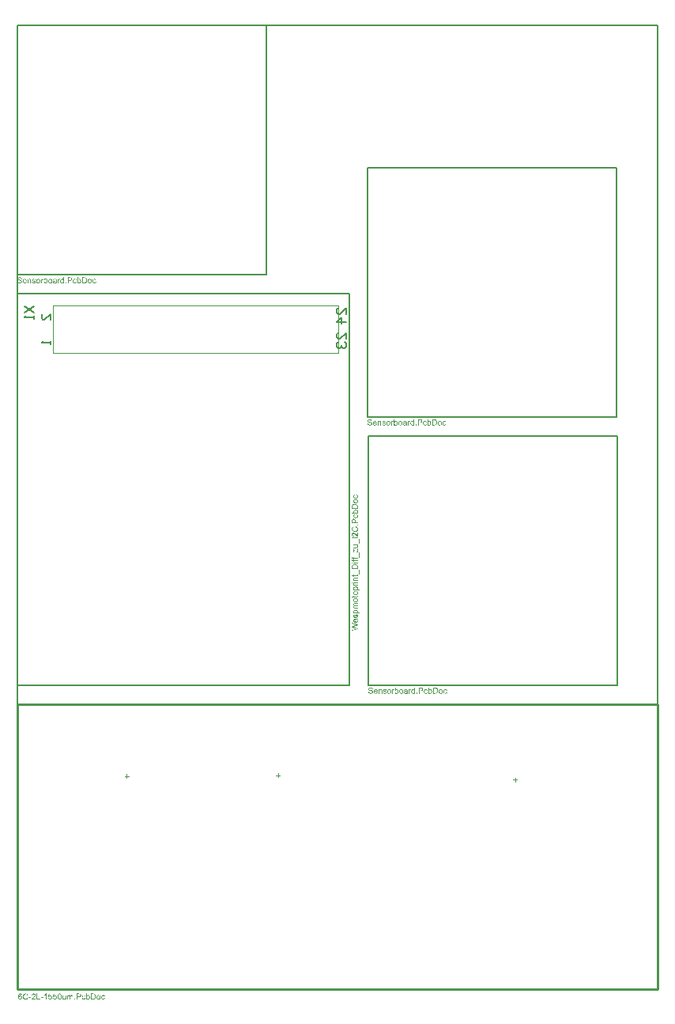
<source format=gbo>
%FSLAX44Y44*%
%MOMM*%
G71*
G01*
G75*
G04 Layer_Color=32896*
%ADD10R,1.2000X0.3000*%
%ADD11R,0.6000X0.6200*%
%ADD12R,0.6200X0.6000*%
%ADD13R,0.9500X1.0000*%
%ADD14R,2.7000X1.1500*%
%ADD15R,1.2000X0.4000*%
%ADD16R,0.6250X0.2500*%
%ADD17R,1.6000X1.6000*%
%ADD18R,0.8000X0.3000*%
%ADD19R,0.3000X0.8000*%
%ADD20C,0.2500*%
%ADD21C,0.3000*%
%ADD22C,0.3810*%
%ADD23C,0.4000*%
%ADD24C,0.5000*%
%ADD25R,0.4000X1.2000*%
%ADD26R,0.3000X1.2000*%
%ADD27R,1.1500X2.7000*%
%ADD28C,0.2000*%
%ADD29R,0.5000X0.6000*%
%ADD30R,2.6000X1.1000*%
%ADD31R,2.3000X2.3000*%
%ADD32R,2.3000X2.3000*%
%ADD33R,3.2000X2.5000*%
%ADD34R,0.8000X0.5000*%
%ADD35R,3.6800X1.6500*%
%ADD36R,0.5000X0.8000*%
%ADD37R,1.7600X2.9500*%
%ADD38O,1.6000X0.4500*%
%ADD39R,0.6000X1.2700*%
%ADD40R,0.6000X0.8500*%
%ADD41C,1.0000*%
%ADD42C,0.5080*%
%ADD43C,0.4572*%
%ADD44C,1.2192*%
%ADD45C,1.1684*%
%ADD46C,0.2540*%
%ADD47C,0.3048*%
%ADD48C,0.6096*%
%ADD49C,0.1524*%
%ADD50C,0.1000*%
%ADD51C,2.0000*%
%ADD52C,3.0000*%
%ADD53C,0.8000*%
%ADD54R,2.0000X2.0000*%
%ADD55C,1.7000*%
%ADD56C,5.0000*%
%ADD57C,2.5000*%
%ADD58C,0.5000*%
%ADD59C,0.1700*%
%ADD60C,0.1800*%
%ADD61R,0.6000X0.6000*%
%ADD62R,0.7700X0.2700*%
%ADD63R,0.2700X0.7700*%
%ADD64R,1.4000X0.5000*%
%ADD65R,0.8000X0.8200*%
%ADD66R,0.8200X0.8000*%
%ADD67R,1.1500X1.2000*%
%ADD68R,2.9000X1.3500*%
%ADD69R,1.4000X0.6000*%
%ADD70R,0.8250X0.4500*%
%ADD71R,1.8000X1.8000*%
%ADD72R,1.0260X0.5260*%
%ADD73R,0.5260X1.0260*%
%ADD74R,0.6000X1.4000*%
%ADD75R,0.5000X1.4000*%
%ADD76R,1.3500X2.9000*%
%ADD77R,0.7000X0.8000*%
%ADD78R,2.8000X1.3000*%
%ADD79R,2.5000X2.5000*%
%ADD80R,2.5000X2.5000*%
%ADD81R,3.4000X2.7000*%
%ADD82R,1.0000X0.7000*%
%ADD83R,3.8800X1.8500*%
%ADD84R,0.7000X1.0000*%
%ADD85R,1.9600X3.1500*%
%ADD86O,1.8000X0.6500*%
%ADD87R,0.8000X1.4700*%
%ADD88R,0.8000X1.0500*%
%ADD89C,1.2000*%
%ADD90C,2.2260*%
%ADD91C,3.2260*%
%ADD92C,2.2000*%
%ADD93R,2.2000X2.2000*%
%ADD94C,1.9000*%
%ADD95C,5.2000*%
%ADD96C,2.7000*%
%ADD97C,0.7000*%
G36*
X410532Y607850D02*
X410620Y607840D01*
X410708Y607831D01*
X410815Y607811D01*
X410932Y607782D01*
X411176Y607704D01*
X411303Y607655D01*
X411440Y607597D01*
X411566Y607519D01*
X411693Y607431D01*
X411820Y607333D01*
X411937Y607226D01*
X411947Y607216D01*
X411966Y607197D01*
X411995Y607158D01*
X412034Y607109D01*
X412083Y607050D01*
X412132Y606972D01*
X412191Y606875D01*
X412249Y606777D01*
X412298Y606660D01*
X412356Y606524D01*
X412405Y606387D01*
X412454Y606231D01*
X412493Y606065D01*
X412522Y605880D01*
X412542Y605695D01*
X412551Y605490D01*
Y605480D01*
Y605451D01*
Y605402D01*
Y605344D01*
X412542Y605266D01*
Y605178D01*
X412532Y605080D01*
X412522Y604973D01*
X412483Y604749D01*
X412434Y604515D01*
X412366Y604280D01*
X412278Y604076D01*
Y604066D01*
X412268Y604056D01*
X412229Y603988D01*
X412161Y603900D01*
X412073Y603783D01*
X411966Y603656D01*
X411830Y603529D01*
X411674Y603403D01*
X411488Y603286D01*
X411479D01*
X411469Y603276D01*
X411440Y603256D01*
X411400Y603246D01*
X411293Y603198D01*
X411157Y603149D01*
X410991Y603091D01*
X410806Y603051D01*
X410601Y603013D01*
X410376Y603003D01*
X410279D01*
X410210Y603013D01*
X410132Y603022D01*
X410035Y603032D01*
X409928Y603051D01*
X409811Y603081D01*
X409567Y603159D01*
X409430Y603208D01*
X409303Y603266D01*
X409167Y603334D01*
X409040Y603422D01*
X408913Y603520D01*
X408796Y603627D01*
X408787Y603637D01*
X408767Y603656D01*
X408738Y603695D01*
X408708Y603744D01*
X408660Y603812D01*
X408611Y603890D01*
X408552Y603978D01*
X408504Y604085D01*
X408445Y604212D01*
X408387Y604339D01*
X408338Y604495D01*
X408299Y604651D01*
X408260Y604827D01*
X408231Y605012D01*
X408211Y605217D01*
X408201Y605431D01*
Y605451D01*
Y605490D01*
X408211Y605558D01*
Y605646D01*
X408221Y605753D01*
X408240Y605870D01*
X408260Y606007D01*
X408289Y606153D01*
X408328Y606309D01*
X408377Y606465D01*
X408435Y606621D01*
X408504Y606777D01*
X408582Y606933D01*
X408679Y607080D01*
X408787Y607216D01*
X408913Y607343D01*
X408923Y607353D01*
X408942Y607363D01*
X408972Y607392D01*
X409021Y607421D01*
X409079Y607460D01*
X409147Y607509D01*
X409225Y607558D01*
X409323Y607606D01*
X409421Y607645D01*
X409528Y607694D01*
X409781Y607782D01*
X410064Y607840D01*
X410220Y607850D01*
X410376Y607860D01*
X410464D01*
X410532Y607850D01*
D02*
G37*
G36*
X440105Y607236D02*
X440115Y607245D01*
X440125Y607265D01*
X440154Y607294D01*
X440193Y607333D01*
X440242Y607382D01*
X440300Y607431D01*
X440447Y607548D01*
X440622Y607665D01*
X440847Y607762D01*
X440964Y607802D01*
X441090Y607831D01*
X441227Y607850D01*
X441363Y607860D01*
X441441D01*
X441520Y607850D01*
X441627Y607840D01*
X441754Y607821D01*
X441890Y607782D01*
X442027Y607743D01*
X442173Y607684D01*
X442193Y607675D01*
X442241Y607655D01*
X442310Y607616D01*
X442397Y607558D01*
X442495Y607489D01*
X442593Y607402D01*
X442700Y607304D01*
X442797Y607197D01*
X442807Y607187D01*
X442836Y607138D01*
X442885Y607070D01*
X442944Y606982D01*
X443002Y606875D01*
X443070Y606748D01*
X443129Y606602D01*
X443187Y606436D01*
X443197Y606417D01*
X443207Y606358D01*
X443236Y606270D01*
X443265Y606153D01*
X443285Y606017D01*
X443314Y605860D01*
X443324Y605685D01*
X443334Y605500D01*
Y605490D01*
Y605451D01*
Y605383D01*
X443324Y605305D01*
X443314Y605197D01*
X443304Y605090D01*
X443285Y604953D01*
X443256Y604817D01*
X443187Y604524D01*
X443139Y604368D01*
X443080Y604212D01*
X443012Y604056D01*
X442934Y603910D01*
X442846Y603773D01*
X442739Y603646D01*
X442729Y603637D01*
X442710Y603617D01*
X442680Y603588D01*
X442631Y603549D01*
X442583Y603500D01*
X442514Y603442D01*
X442436Y603383D01*
X442339Y603325D01*
X442134Y603208D01*
X441900Y603100D01*
X441763Y603061D01*
X441627Y603032D01*
X441480Y603013D01*
X441325Y603003D01*
X441246D01*
X441188Y603013D01*
X441120Y603022D01*
X441042Y603042D01*
X440856Y603091D01*
X440759Y603120D01*
X440652Y603168D01*
X440544Y603227D01*
X440437Y603295D01*
X440339Y603373D01*
X440232Y603461D01*
X440135Y603568D01*
X440047Y603685D01*
Y603110D01*
X439315D01*
Y609518D01*
X440105D01*
Y607236D01*
D02*
G37*
G36*
X397609Y607850D02*
X397697Y607840D01*
X397784Y607831D01*
X397892Y607811D01*
X398009Y607782D01*
X398253Y607704D01*
X398379Y607655D01*
X398516Y607597D01*
X398643Y607519D01*
X398769Y607431D01*
X398896Y607333D01*
X399013Y607226D01*
X399023Y607216D01*
X399043Y607197D01*
X399072Y607158D01*
X399111Y607109D01*
X399160Y607050D01*
X399208Y606972D01*
X399267Y606875D01*
X399325Y606777D01*
X399374Y606660D01*
X399433Y606524D01*
X399482Y606387D01*
X399530Y606231D01*
X399569Y606065D01*
X399599Y605880D01*
X399618Y605695D01*
X399628Y605490D01*
Y605480D01*
Y605451D01*
Y605402D01*
Y605344D01*
X399618Y605266D01*
Y605178D01*
X399608Y605080D01*
X399599Y604973D01*
X399560Y604749D01*
X399511Y604515D01*
X399442Y604280D01*
X399355Y604076D01*
Y604066D01*
X399345Y604056D01*
X399306Y603988D01*
X399238Y603900D01*
X399150Y603783D01*
X399043Y603656D01*
X398906Y603529D01*
X398750Y603403D01*
X398565Y603286D01*
X398555D01*
X398545Y603276D01*
X398516Y603256D01*
X398477Y603246D01*
X398370Y603198D01*
X398233Y603149D01*
X398067Y603091D01*
X397882Y603051D01*
X397677Y603013D01*
X397453Y603003D01*
X397355D01*
X397287Y603013D01*
X397209Y603022D01*
X397111Y603032D01*
X397004Y603051D01*
X396887Y603081D01*
X396643Y603159D01*
X396507Y603208D01*
X396380Y603266D01*
X396243Y603334D01*
X396117Y603422D01*
X395990Y603520D01*
X395873Y603627D01*
X395863Y603637D01*
X395844Y603656D01*
X395814Y603695D01*
X395785Y603744D01*
X395736Y603812D01*
X395687Y603890D01*
X395629Y603978D01*
X395580Y604085D01*
X395522Y604212D01*
X395463Y604339D01*
X395414Y604495D01*
X395375Y604651D01*
X395336Y604827D01*
X395307Y605012D01*
X395288Y605217D01*
X395278Y605431D01*
Y605451D01*
Y605490D01*
X395288Y605558D01*
Y605646D01*
X395297Y605753D01*
X395317Y605870D01*
X395336Y606007D01*
X395365Y606153D01*
X395405Y606309D01*
X395453Y606465D01*
X395512Y606621D01*
X395580Y606777D01*
X395658Y606933D01*
X395756Y607080D01*
X395863Y607216D01*
X395990Y607343D01*
X395999Y607353D01*
X396019Y607363D01*
X396048Y607392D01*
X396097Y607421D01*
X396156Y607460D01*
X396224Y607509D01*
X396302Y607558D01*
X396399Y607606D01*
X396497Y607645D01*
X396604Y607694D01*
X396858Y607782D01*
X397141Y607840D01*
X397297Y607850D01*
X397453Y607860D01*
X397541D01*
X397609Y607850D01*
D02*
G37*
G36*
X404300Y607236D02*
X404310Y607245D01*
X404319Y607265D01*
X404349Y607294D01*
X404388Y607333D01*
X404436Y607382D01*
X404495Y607431D01*
X404641Y607548D01*
X404817Y607665D01*
X405041Y607762D01*
X405158Y607802D01*
X405285Y607831D01*
X405421Y607850D01*
X405558Y607860D01*
X405636D01*
X405714Y607850D01*
X405821Y607840D01*
X405948Y607821D01*
X406085Y607782D01*
X406221Y607743D01*
X406368Y607684D01*
X406387Y607675D01*
X406436Y607655D01*
X406504Y607616D01*
X406592Y607558D01*
X406689Y607489D01*
X406787Y607402D01*
X406894Y607304D01*
X406992Y607197D01*
X407002Y607187D01*
X407031Y607138D01*
X407080Y607070D01*
X407138Y606982D01*
X407197Y606875D01*
X407265Y606748D01*
X407323Y606602D01*
X407382Y606436D01*
X407392Y606417D01*
X407402Y606358D01*
X407431Y606270D01*
X407460Y606153D01*
X407480Y606017D01*
X407509Y605860D01*
X407519Y605685D01*
X407528Y605500D01*
Y605490D01*
Y605451D01*
Y605383D01*
X407519Y605305D01*
X407509Y605197D01*
X407499Y605090D01*
X407480Y604953D01*
X407450Y604817D01*
X407382Y604524D01*
X407333Y604368D01*
X407275Y604212D01*
X407206Y604056D01*
X407128Y603910D01*
X407041Y603773D01*
X406933Y603646D01*
X406923Y603637D01*
X406904Y603617D01*
X406875Y603588D01*
X406826Y603549D01*
X406777Y603500D01*
X406709Y603442D01*
X406631Y603383D01*
X406533Y603325D01*
X406329Y603208D01*
X406095Y603100D01*
X405958Y603061D01*
X405821Y603032D01*
X405675Y603013D01*
X405519Y603003D01*
X405441D01*
X405382Y603013D01*
X405314Y603022D01*
X405236Y603042D01*
X405051Y603091D01*
X404953Y603120D01*
X404846Y603168D01*
X404739Y603227D01*
X404631Y603295D01*
X404534Y603373D01*
X404427Y603461D01*
X404329Y603568D01*
X404241Y603685D01*
Y603110D01*
X403510D01*
Y609518D01*
X404300D01*
Y607236D01*
D02*
G37*
G36*
X452795Y607850D02*
X452882Y607840D01*
X452970Y607831D01*
X453078Y607811D01*
X453195Y607782D01*
X453438Y607704D01*
X453565Y607655D01*
X453702Y607597D01*
X453829Y607519D01*
X453955Y607431D01*
X454082Y607333D01*
X454199Y607226D01*
X454209Y607216D01*
X454229Y607197D01*
X454258Y607158D01*
X454297Y607109D01*
X454346Y607050D01*
X454394Y606972D01*
X454453Y606875D01*
X454511Y606777D01*
X454560Y606660D01*
X454619Y606524D01*
X454667Y606387D01*
X454716Y606231D01*
X454755Y606065D01*
X454785Y605880D01*
X454804Y605695D01*
X454814Y605490D01*
Y605480D01*
Y605451D01*
Y605402D01*
Y605344D01*
X454804Y605266D01*
Y605178D01*
X454794Y605080D01*
X454785Y604973D01*
X454745Y604749D01*
X454697Y604515D01*
X454628Y604280D01*
X454541Y604076D01*
Y604066D01*
X454531Y604056D01*
X454492Y603988D01*
X454424Y603900D01*
X454336Y603783D01*
X454229Y603656D01*
X454092Y603529D01*
X453936Y603403D01*
X453751Y603286D01*
X453741D01*
X453731Y603276D01*
X453702Y603256D01*
X453663Y603246D01*
X453555Y603198D01*
X453419Y603149D01*
X453253Y603091D01*
X453068Y603051D01*
X452863Y603013D01*
X452639Y603003D01*
X452541D01*
X452473Y603013D01*
X452395Y603022D01*
X452297Y603032D01*
X452190Y603051D01*
X452073Y603081D01*
X451829Y603159D01*
X451693Y603208D01*
X451566Y603266D01*
X451429Y603334D01*
X451302Y603422D01*
X451176Y603520D01*
X451059Y603627D01*
X451049Y603637D01*
X451029Y603656D01*
X451000Y603695D01*
X450971Y603744D01*
X450922Y603812D01*
X450873Y603890D01*
X450815Y603978D01*
X450766Y604085D01*
X450708Y604212D01*
X450649Y604339D01*
X450600Y604495D01*
X450561Y604651D01*
X450522Y604827D01*
X450493Y605012D01*
X450473Y605217D01*
X450464Y605431D01*
Y605451D01*
Y605490D01*
X450473Y605558D01*
Y605646D01*
X450483Y605753D01*
X450503Y605870D01*
X450522Y606007D01*
X450551Y606153D01*
X450590Y606309D01*
X450639Y606465D01*
X450698Y606621D01*
X450766Y606777D01*
X450844Y606933D01*
X450942Y607080D01*
X451049Y607216D01*
X451176Y607343D01*
X451185Y607353D01*
X451205Y607363D01*
X451234Y607392D01*
X451283Y607421D01*
X451341Y607460D01*
X451410Y607509D01*
X451488Y607558D01*
X451585Y607606D01*
X451683Y607645D01*
X451790Y607694D01*
X452044Y607782D01*
X452327Y607840D01*
X452483Y607850D01*
X452639Y607860D01*
X452727D01*
X452795Y607850D01*
D02*
G37*
G36*
X431756Y609508D02*
X431912Y609499D01*
X432078Y609489D01*
X432234Y609469D01*
X432371Y609450D01*
X432390D01*
X432449Y609430D01*
X432537Y609411D01*
X432644Y609382D01*
X432771Y609342D01*
X432897Y609294D01*
X433034Y609226D01*
X433161Y609147D01*
X433171Y609138D01*
X433219Y609109D01*
X433278Y609060D01*
X433346Y608991D01*
X433424Y608904D01*
X433512Y608796D01*
X433600Y608679D01*
X433678Y608533D01*
X433687Y608513D01*
X433707Y608465D01*
X433736Y608387D01*
X433775Y608279D01*
X433814Y608153D01*
X433843Y608006D01*
X433863Y607840D01*
X433873Y607665D01*
Y607655D01*
Y607626D01*
Y607587D01*
X433863Y607528D01*
X433853Y607460D01*
X433843Y607372D01*
X433834Y607285D01*
X433805Y607187D01*
X433746Y606963D01*
X433648Y606738D01*
X433590Y606621D01*
X433522Y606504D01*
X433444Y606387D01*
X433346Y606280D01*
X433336Y606270D01*
X433317Y606260D01*
X433288Y606231D01*
X433248Y606192D01*
X433180Y606153D01*
X433112Y606104D01*
X433024Y606056D01*
X432917Y606007D01*
X432800Y605948D01*
X432663Y605900D01*
X432507Y605851D01*
X432341Y605812D01*
X432146Y605773D01*
X431941Y605743D01*
X431717Y605734D01*
X431473Y605724D01*
X429835D01*
Y603110D01*
X428986D01*
Y609518D01*
X431610D01*
X431756Y609508D01*
D02*
G37*
G36*
X447030D02*
X447206Y609499D01*
X447401Y609479D01*
X447586Y609450D01*
X447742Y609421D01*
X447752D01*
X447772Y609411D01*
X447791D01*
X447830Y609391D01*
X447937Y609362D01*
X448064Y609313D01*
X448210Y609255D01*
X448367Y609177D01*
X448523Y609079D01*
X448679Y608962D01*
X448689D01*
X448698Y608943D01*
X448767Y608884D01*
X448854Y608787D01*
X448962Y608660D01*
X449088Y608504D01*
X449215Y608318D01*
X449332Y608104D01*
X449440Y607860D01*
Y607850D01*
X449449Y607831D01*
X449459Y607792D01*
X449478Y607743D01*
X449498Y607684D01*
X449518Y607606D01*
X449547Y607519D01*
X449566Y607421D01*
X449586Y607314D01*
X449615Y607197D01*
X449654Y606943D01*
X449683Y606660D01*
X449693Y606348D01*
Y606338D01*
Y606319D01*
Y606280D01*
Y606221D01*
X449683Y606163D01*
Y606085D01*
X449674Y605909D01*
X449654Y605714D01*
X449615Y605490D01*
X449576Y605266D01*
X449518Y605051D01*
Y605041D01*
X449508Y605022D01*
X449498Y604992D01*
X449488Y604953D01*
X449449Y604856D01*
X449400Y604719D01*
X449342Y604573D01*
X449264Y604417D01*
X449176Y604261D01*
X449079Y604115D01*
X449069Y604095D01*
X449030Y604056D01*
X448981Y603988D01*
X448903Y603900D01*
X448825Y603812D01*
X448718Y603715D01*
X448610Y603617D01*
X448493Y603529D01*
X448484Y603520D01*
X448435Y603500D01*
X448367Y603461D01*
X448279Y603412D01*
X448172Y603364D01*
X448045Y603315D01*
X447898Y603266D01*
X447733Y603217D01*
X447713D01*
X447655Y603198D01*
X447567Y603188D01*
X447440Y603168D01*
X447294Y603149D01*
X447118Y603130D01*
X446923Y603120D01*
X446708Y603110D01*
X444407D01*
Y609518D01*
X446865D01*
X447030Y609508D01*
D02*
G37*
G36*
X415634Y607850D02*
X415770Y607840D01*
X415926Y607821D01*
X416092Y607802D01*
X416248Y607762D01*
X416394Y607714D01*
X416414Y607704D01*
X416453Y607694D01*
X416521Y607655D01*
X416599Y607616D01*
X416687Y607567D01*
X416784Y607509D01*
X416862Y607441D01*
X416940Y607363D01*
X416950Y607353D01*
X416970Y607324D01*
X416999Y607285D01*
X417038Y607216D01*
X417077Y607138D01*
X417116Y607050D01*
X417155Y606943D01*
X417184Y606826D01*
Y606816D01*
X417194Y606787D01*
X417204Y606738D01*
X417214Y606660D01*
Y606563D01*
X417223Y606436D01*
X417233Y606290D01*
Y606104D01*
Y605051D01*
Y605041D01*
Y605002D01*
Y604944D01*
Y604875D01*
Y604788D01*
Y604690D01*
X417243Y604466D01*
Y604222D01*
X417253Y603998D01*
X417262Y603890D01*
Y603802D01*
X417272Y603725D01*
X417282Y603656D01*
Y603646D01*
X417292Y603607D01*
X417301Y603549D01*
X417321Y603481D01*
X417350Y603403D01*
X417389Y603305D01*
X417477Y603110D01*
X416658D01*
X416648Y603120D01*
X416638Y603149D01*
X416619Y603208D01*
X416589Y603276D01*
X416560Y603364D01*
X416541Y603461D01*
X416521Y603568D01*
X416502Y603695D01*
X416482Y603676D01*
X416424Y603637D01*
X416345Y603568D01*
X416228Y603490D01*
X416102Y603393D01*
X415955Y603305D01*
X415809Y603227D01*
X415653Y603159D01*
X415634Y603149D01*
X415585Y603139D01*
X415507Y603110D01*
X415399Y603081D01*
X415263Y603051D01*
X415117Y603032D01*
X414961Y603013D01*
X414785Y603003D01*
X414717D01*
X414658Y603013D01*
X414600D01*
X414522Y603022D01*
X414356Y603051D01*
X414161Y603091D01*
X413975Y603159D01*
X413780Y603246D01*
X413615Y603373D01*
X413595Y603393D01*
X413546Y603442D01*
X413488Y603520D01*
X413410Y603637D01*
X413332Y603773D01*
X413273Y603929D01*
X413224Y604124D01*
X413205Y604329D01*
Y604349D01*
Y604388D01*
X413215Y604456D01*
X413224Y604534D01*
X413244Y604632D01*
X413263Y604739D01*
X413302Y604846D01*
X413351Y604953D01*
X413361Y604963D01*
X413380Y605002D01*
X413410Y605051D01*
X413459Y605119D01*
X413517Y605187D01*
X413595Y605266D01*
X413673Y605334D01*
X413761Y605402D01*
X413771Y605412D01*
X413810Y605431D01*
X413858Y605461D01*
X413927Y605500D01*
X414014Y605548D01*
X414102Y605587D01*
X414210Y605626D01*
X414327Y605665D01*
X414336D01*
X414375Y605675D01*
X414424Y605685D01*
X414502Y605704D01*
X414600Y605724D01*
X414726Y605743D01*
X414863Y605763D01*
X415029Y605783D01*
X415038D01*
X415068Y605792D01*
X415117D01*
X415185Y605802D01*
X415263Y605812D01*
X415351Y605821D01*
X415565Y605860D01*
X415790Y605900D01*
X416024Y605938D01*
X416248Y605997D01*
X416345Y606026D01*
X416433Y606056D01*
Y606065D01*
Y606085D01*
X416443Y606143D01*
Y606212D01*
Y606241D01*
Y606260D01*
Y606270D01*
Y606280D01*
Y606338D01*
X416433Y606426D01*
X416414Y606524D01*
X416385Y606631D01*
X416345Y606748D01*
X416297Y606846D01*
X416219Y606933D01*
X416209Y606943D01*
X416160Y606972D01*
X416092Y607021D01*
X415994Y607070D01*
X415868Y607119D01*
X415712Y607168D01*
X415526Y607197D01*
X415321Y607206D01*
X415234D01*
X415136Y607197D01*
X415009Y607187D01*
X414873Y607158D01*
X414746Y607128D01*
X414609Y607080D01*
X414502Y607011D01*
X414492Y607002D01*
X414463Y606972D01*
X414414Y606924D01*
X414356Y606855D01*
X414287Y606758D01*
X414229Y606641D01*
X414161Y606494D01*
X414112Y606329D01*
X413341Y606436D01*
Y606446D01*
X413351Y606455D01*
X413361Y606514D01*
X413390Y606602D01*
X413419Y606719D01*
X413468Y606846D01*
X413527Y606972D01*
X413595Y607109D01*
X413683Y607226D01*
X413693Y607236D01*
X413732Y607275D01*
X413780Y607333D01*
X413858Y607402D01*
X413956Y607470D01*
X414083Y607548D01*
X414219Y607626D01*
X414375Y607694D01*
X414385D01*
X414395Y607704D01*
X414424Y607714D01*
X414453Y607723D01*
X414551Y607743D01*
X414678Y607782D01*
X414834Y607811D01*
X415009Y607831D01*
X415214Y607850D01*
X415429Y607860D01*
X415526D01*
X415634Y607850D01*
D02*
G37*
G36*
X427513Y603110D02*
X426616D01*
Y604007D01*
X427513D01*
Y603110D01*
D02*
G37*
G36*
X388460Y607850D02*
X388558Y607840D01*
X388675Y607821D01*
X388811Y607792D01*
X388938Y607753D01*
X389075Y607704D01*
X389094Y607694D01*
X389133Y607675D01*
X389192Y607645D01*
X389269Y607597D01*
X389357Y607538D01*
X389445Y607470D01*
X389533Y607392D01*
X389601Y607304D01*
X389611Y607294D01*
X389630Y607265D01*
X389660Y607206D01*
X389699Y607138D01*
X389738Y607060D01*
X389777Y606963D01*
X389816Y606846D01*
X389845Y606729D01*
Y606719D01*
X389855Y606690D01*
X389865Y606631D01*
X389874Y606553D01*
Y606446D01*
X389884Y606309D01*
X389894Y606153D01*
Y605958D01*
Y603110D01*
X389104D01*
Y605929D01*
Y605938D01*
Y605948D01*
Y606007D01*
Y606095D01*
X389094Y606202D01*
X389084Y606309D01*
X389065Y606436D01*
X389035Y606543D01*
X389006Y606641D01*
Y606651D01*
X388987Y606680D01*
X388967Y606729D01*
X388938Y606777D01*
X388889Y606846D01*
X388831Y606904D01*
X388762Y606972D01*
X388684Y607031D01*
X388675Y607041D01*
X388645Y607050D01*
X388596Y607080D01*
X388528Y607109D01*
X388450Y607128D01*
X388353Y607158D01*
X388255Y607168D01*
X388138Y607177D01*
X388050D01*
X387962Y607158D01*
X387836Y607138D01*
X387699Y607099D01*
X387563Y607041D01*
X387407Y606963D01*
X387270Y606855D01*
X387251Y606836D01*
X387211Y606787D01*
X387153Y606709D01*
X387124Y606651D01*
X387094Y606582D01*
X387056Y606504D01*
X387026Y606417D01*
X386997Y606319D01*
X386968Y606212D01*
X386938Y606085D01*
X386929Y605948D01*
X386909Y605802D01*
Y605646D01*
Y603110D01*
X386119D01*
Y607753D01*
X386831D01*
Y607090D01*
X386841Y607099D01*
X386851Y607119D01*
X386880Y607158D01*
X386929Y607206D01*
X386977Y607265D01*
X387046Y607333D01*
X387114Y607402D01*
X387202Y607480D01*
X387309Y607548D01*
X387416Y607616D01*
X387533Y607684D01*
X387670Y607743D01*
X387807Y607792D01*
X387962Y607831D01*
X388128Y607850D01*
X388304Y607860D01*
X388372D01*
X388460Y607850D01*
D02*
G37*
G36*
X420296D02*
X420403Y607831D01*
X420520Y607792D01*
X420657Y607753D01*
X420803Y607684D01*
X420959Y607597D01*
X420676Y606875D01*
X420666Y606885D01*
X420627Y606904D01*
X420569Y606933D01*
X420501Y606963D01*
X420413Y606992D01*
X420315Y607021D01*
X420208Y607041D01*
X420101Y607050D01*
X420062D01*
X420013Y607041D01*
X419945Y607031D01*
X419876Y607011D01*
X419798Y606982D01*
X419720Y606943D01*
X419642Y606894D01*
X419632Y606885D01*
X419613Y606865D01*
X419574Y606826D01*
X419535Y606777D01*
X419486Y606719D01*
X419437Y606641D01*
X419398Y606553D01*
X419359Y606455D01*
X419350Y606436D01*
X419340Y606387D01*
X419320Y606299D01*
X419301Y606182D01*
X419272Y606046D01*
X419252Y605890D01*
X419242Y605724D01*
X419233Y605539D01*
Y603110D01*
X418442D01*
Y607753D01*
X419155D01*
Y607060D01*
X419164Y607070D01*
X419203Y607128D01*
X419252Y607216D01*
X419311Y607314D01*
X419389Y607421D01*
X419476Y607528D01*
X419554Y607626D01*
X419642Y607694D01*
X419652Y607704D01*
X419681Y607723D01*
X419730Y607743D01*
X419798Y607782D01*
X419867Y607811D01*
X419954Y607831D01*
X420052Y607850D01*
X420149Y607860D01*
X420218D01*
X420296Y607850D01*
D02*
G37*
G36*
X377673Y609616D02*
X377741D01*
X377907Y609596D01*
X378102Y609567D01*
X378316Y609528D01*
X378531Y609469D01*
X378736Y609391D01*
X378745D01*
X378755Y609382D01*
X378784Y609372D01*
X378823Y609352D01*
X378921Y609294D01*
X379048Y609226D01*
X379184Y609128D01*
X379321Y609011D01*
X379457Y608874D01*
X379575Y608718D01*
X379584Y608699D01*
X379623Y608640D01*
X379672Y608543D01*
X379721Y608426D01*
X379779Y608279D01*
X379838Y608104D01*
X379877Y607919D01*
X379896Y607714D01*
X379087Y607655D01*
Y607665D01*
Y607684D01*
X379077Y607714D01*
X379067Y607753D01*
X379048Y607860D01*
X379009Y607996D01*
X378950Y608143D01*
X378872Y608289D01*
X378765Y608436D01*
X378638Y608562D01*
X378619Y608572D01*
X378570Y608611D01*
X378482Y608660D01*
X378365Y608718D01*
X378209Y608777D01*
X378014Y608826D01*
X377789Y608865D01*
X377526Y608874D01*
X377399D01*
X377341Y608865D01*
X377263D01*
X377097Y608835D01*
X376912Y608806D01*
X376726Y608757D01*
X376551Y608689D01*
X376473Y608640D01*
X376404Y608591D01*
X376395Y608582D01*
X376356Y608543D01*
X376297Y608484D01*
X376239Y608396D01*
X376170Y608299D01*
X376122Y608182D01*
X376083Y608055D01*
X376063Y607909D01*
Y607889D01*
Y607850D01*
X376073Y607782D01*
X376092Y607704D01*
X376122Y607616D01*
X376170Y607519D01*
X376229Y607431D01*
X376307Y607343D01*
X376317Y607333D01*
X376366Y607304D01*
X376395Y607285D01*
X376434Y607255D01*
X376492Y607236D01*
X376561Y607206D01*
X376639Y607168D01*
X376726Y607128D01*
X376824Y607099D01*
X376941Y607060D01*
X377077Y607011D01*
X377224Y606972D01*
X377390Y606933D01*
X377575Y606885D01*
X377585D01*
X377624Y606875D01*
X377673Y606865D01*
X377741Y606846D01*
X377829Y606826D01*
X377926Y606797D01*
X378141Y606748D01*
X378375Y606680D01*
X378609Y606612D01*
X378726Y606582D01*
X378823Y606543D01*
X378921Y606504D01*
X378999Y606475D01*
X379009D01*
X379028Y606465D01*
X379048Y606446D01*
X379087Y606426D01*
X379184Y606368D01*
X379311Y606299D01*
X379448Y606202D01*
X379584Y606085D01*
X379711Y605958D01*
X379818Y605821D01*
X379828Y605802D01*
X379857Y605753D01*
X379906Y605675D01*
X379955Y605558D01*
X380004Y605431D01*
X380052Y605275D01*
X380082Y605100D01*
X380091Y604914D01*
Y604905D01*
Y604895D01*
Y604866D01*
Y604827D01*
X380072Y604729D01*
X380052Y604602D01*
X380023Y604456D01*
X379965Y604290D01*
X379896Y604115D01*
X379799Y603949D01*
X379789Y603929D01*
X379740Y603871D01*
X379682Y603793D01*
X379584Y603695D01*
X379467Y603578D01*
X379321Y603461D01*
X379145Y603354D01*
X378950Y603246D01*
X378941D01*
X378921Y603237D01*
X378892Y603227D01*
X378853Y603208D01*
X378804Y603188D01*
X378745Y603168D01*
X378589Y603130D01*
X378414Y603081D01*
X378199Y603042D01*
X377975Y603013D01*
X377721Y603003D01*
X377575D01*
X377507Y603013D01*
X377419D01*
X377321Y603022D01*
X377214Y603032D01*
X376990Y603061D01*
X376746Y603110D01*
X376502Y603168D01*
X376268Y603246D01*
X376258D01*
X376239Y603256D01*
X376209Y603276D01*
X376170Y603295D01*
X376063Y603354D01*
X375936Y603442D01*
X375780Y603549D01*
X375634Y603676D01*
X375478Y603832D01*
X375341Y604007D01*
Y604017D01*
X375332Y604027D01*
X375312Y604056D01*
X375293Y604095D01*
X375263Y604144D01*
X375234Y604202D01*
X375176Y604349D01*
X375117Y604515D01*
X375059Y604719D01*
X375019Y604934D01*
X375000Y605168D01*
X375800Y605236D01*
Y605227D01*
Y605217D01*
X375810Y605158D01*
X375829Y605070D01*
X375849Y604953D01*
X375888Y604827D01*
X375927Y604690D01*
X375985Y604563D01*
X376053Y604436D01*
X376063Y604427D01*
X376092Y604388D01*
X376141Y604329D01*
X376219Y604261D01*
X376307Y604183D01*
X376414Y604095D01*
X376551Y604017D01*
X376697Y603939D01*
X376707D01*
X376717Y603929D01*
X376775Y603910D01*
X376863Y603881D01*
X376990Y603851D01*
X377126Y603812D01*
X377302Y603783D01*
X377487Y603764D01*
X377682Y603754D01*
X377760D01*
X377858Y603764D01*
X377965Y603773D01*
X378102Y603783D01*
X378238Y603812D01*
X378385Y603842D01*
X378531Y603890D01*
X378550Y603900D01*
X378589Y603919D01*
X378658Y603949D01*
X378736Y603998D01*
X378833Y604056D01*
X378921Y604124D01*
X379009Y604202D01*
X379087Y604290D01*
X379096Y604300D01*
X379116Y604339D01*
X379145Y604388D01*
X379184Y604456D01*
X379214Y604534D01*
X379243Y604632D01*
X379262Y604729D01*
X379272Y604836D01*
Y604846D01*
Y604885D01*
X379262Y604944D01*
X379253Y605012D01*
X379233Y605100D01*
X379194Y605187D01*
X379155Y605275D01*
X379096Y605363D01*
X379087Y605373D01*
X379067Y605402D01*
X379019Y605441D01*
X378960Y605500D01*
X378882Y605558D01*
X378784Y605617D01*
X378658Y605685D01*
X378521Y605743D01*
X378511Y605753D01*
X378472Y605763D01*
X378394Y605783D01*
X378345Y605802D01*
X378287Y605821D01*
X378209Y605841D01*
X378131Y605860D01*
X378033Y605890D01*
X377936Y605919D01*
X377819Y605948D01*
X377682Y605978D01*
X377536Y606017D01*
X377380Y606056D01*
X377370D01*
X377341Y606065D01*
X377292Y606075D01*
X377234Y606095D01*
X377165Y606114D01*
X377087Y606134D01*
X376902Y606182D01*
X376697Y606251D01*
X376492Y606319D01*
X376307Y606387D01*
X376219Y606417D01*
X376151Y606455D01*
X376141D01*
X376131Y606465D01*
X376073Y606504D01*
X375995Y606553D01*
X375897Y606621D01*
X375780Y606709D01*
X375673Y606807D01*
X375566Y606924D01*
X375468Y607050D01*
X375458Y607070D01*
X375429Y607119D01*
X375400Y607187D01*
X375361Y607285D01*
X375312Y607402D01*
X375283Y607538D01*
X375254Y607694D01*
X375244Y607850D01*
Y607860D01*
Y607870D01*
Y607899D01*
Y607938D01*
X375263Y608026D01*
X375283Y608143D01*
X375312Y608289D01*
X375361Y608436D01*
X375429Y608601D01*
X375517Y608757D01*
Y608767D01*
X375527Y608777D01*
X375566Y608826D01*
X375634Y608904D01*
X375722Y609001D01*
X375829Y609099D01*
X375966Y609206D01*
X376131Y609313D01*
X376317Y609401D01*
X376326D01*
X376336Y609411D01*
X376366Y609421D01*
X376414Y609440D01*
X376463Y609450D01*
X376522Y609469D01*
X376658Y609518D01*
X376834Y609557D01*
X377029Y609586D01*
X377253Y609616D01*
X377487Y609625D01*
X377604D01*
X377673Y609616D01*
D02*
G37*
G36*
X425153Y603110D02*
X424422D01*
Y603685D01*
X424412Y603676D01*
X424402Y603656D01*
X424373Y603627D01*
X424334Y603578D01*
X424295Y603529D01*
X424236Y603471D01*
X424168Y603412D01*
X424090Y603344D01*
X424002Y603286D01*
X423905Y603217D01*
X423797Y603159D01*
X423690Y603110D01*
X423563Y603061D01*
X423427Y603032D01*
X423280Y603013D01*
X423124Y603003D01*
X423066D01*
X423027Y603013D01*
X422919Y603022D01*
X422793Y603042D01*
X422627Y603081D01*
X422461Y603130D01*
X422276Y603208D01*
X422100Y603305D01*
X422090D01*
X422081Y603315D01*
X422022Y603364D01*
X421944Y603432D01*
X421837Y603529D01*
X421730Y603646D01*
X421603Y603793D01*
X421495Y603959D01*
X421388Y604154D01*
Y604163D01*
X421378Y604183D01*
X421369Y604212D01*
X421349Y604251D01*
X421330Y604300D01*
X421310Y604368D01*
X421261Y604524D01*
X421213Y604710D01*
X421174Y604924D01*
X421144Y605158D01*
X421134Y605422D01*
Y605431D01*
Y605451D01*
Y605490D01*
Y605539D01*
X421144Y605597D01*
Y605675D01*
X421164Y605841D01*
X421193Y606036D01*
X421232Y606241D01*
X421281Y606465D01*
X421359Y606680D01*
Y606690D01*
X421369Y606709D01*
X421388Y606738D01*
X421408Y606777D01*
X421456Y606875D01*
X421534Y607002D01*
X421632Y607148D01*
X421749Y607294D01*
X421886Y607431D01*
X422051Y607558D01*
X422061D01*
X422071Y607567D01*
X422129Y607606D01*
X422227Y607655D01*
X422354Y607714D01*
X422510Y607762D01*
X422685Y607811D01*
X422880Y607850D01*
X423085Y607860D01*
X423153D01*
X423232Y607850D01*
X423339Y607840D01*
X423446Y607811D01*
X423573Y607782D01*
X423700Y607733D01*
X423826Y607675D01*
X423846Y607665D01*
X423885Y607645D01*
X423944Y607606D01*
X424022Y607548D01*
X424100Y607489D01*
X424197Y607411D01*
X424285Y607314D01*
X424363Y607216D01*
Y609518D01*
X425153D01*
Y603110D01*
D02*
G37*
G36*
X402398Y607850D02*
X402505Y607831D01*
X402622Y607792D01*
X402759Y607753D01*
X402905Y607684D01*
X403061Y607597D01*
X402778Y606875D01*
X402769Y606885D01*
X402729Y606904D01*
X402671Y606933D01*
X402603Y606963D01*
X402515Y606992D01*
X402417Y607021D01*
X402310Y607041D01*
X402203Y607050D01*
X402164D01*
X402115Y607041D01*
X402047Y607031D01*
X401978Y607011D01*
X401900Y606982D01*
X401822Y606943D01*
X401744Y606894D01*
X401735Y606885D01*
X401715Y606865D01*
X401676Y606826D01*
X401637Y606777D01*
X401588Y606719D01*
X401540Y606641D01*
X401501Y606553D01*
X401461Y606455D01*
X401452Y606436D01*
X401442Y606387D01*
X401423Y606299D01*
X401403Y606182D01*
X401374Y606046D01*
X401354Y605890D01*
X401344Y605724D01*
X401335Y605539D01*
Y603110D01*
X400545D01*
Y607753D01*
X401257D01*
Y607060D01*
X401267Y607070D01*
X401306Y607128D01*
X401354Y607216D01*
X401413Y607314D01*
X401491Y607421D01*
X401579Y607528D01*
X401657Y607626D01*
X401744Y607694D01*
X401754Y607704D01*
X401783Y607723D01*
X401832Y607743D01*
X401900Y607782D01*
X401969Y607811D01*
X402057Y607831D01*
X402154Y607850D01*
X402252Y607860D01*
X402320D01*
X402398Y607850D01*
D02*
G37*
G36*
X457730D02*
X457798D01*
X457867Y607840D01*
X458042Y607811D01*
X458237Y607762D01*
X458452Y607694D01*
X458657Y607597D01*
X458842Y607470D01*
X458852D01*
X458862Y607450D01*
X458920Y607402D01*
X458998Y607314D01*
X459096Y607197D01*
X459203Y607041D01*
X459300Y606855D01*
X459388Y606631D01*
X459456Y606387D01*
X458696Y606270D01*
Y606280D01*
X458686Y606290D01*
X458676Y606348D01*
X458647Y606426D01*
X458608Y606534D01*
X458549Y606651D01*
X458481Y606768D01*
X458403Y606875D01*
X458306Y606972D01*
X458296Y606982D01*
X458257Y607011D01*
X458198Y607050D01*
X458120Y607099D01*
X458023Y607138D01*
X457915Y607177D01*
X457779Y607206D01*
X457642Y607216D01*
X457584D01*
X457545Y607206D01*
X457437Y607197D01*
X457301Y607168D01*
X457145Y607109D01*
X456989Y607031D01*
X456823Y606933D01*
X456745Y606865D01*
X456677Y606787D01*
X456657Y606768D01*
X456647Y606738D01*
X456618Y606709D01*
X456589Y606660D01*
X456560Y606602D01*
X456530Y606534D01*
X456501Y606455D01*
X456462Y606368D01*
X456433Y606270D01*
X456404Y606153D01*
X456374Y606036D01*
X456345Y605900D01*
X456335Y605753D01*
X456316Y605597D01*
Y605431D01*
Y605422D01*
Y605392D01*
Y605344D01*
X456325Y605275D01*
Y605197D01*
X456335Y605109D01*
X456365Y604914D01*
X456404Y604690D01*
X456462Y604456D01*
X456550Y604251D01*
X456608Y604154D01*
X456667Y604066D01*
X456686Y604046D01*
X456735Y603998D01*
X456813Y603929D01*
X456921Y603861D01*
X457047Y603783D01*
X457213Y603715D01*
X457389Y603666D01*
X457486Y603656D01*
X457593Y603646D01*
X457672D01*
X457759Y603666D01*
X457867Y603685D01*
X457984Y603715D01*
X458120Y603764D01*
X458247Y603832D01*
X458364Y603929D01*
X458374Y603939D01*
X458413Y603988D01*
X458471Y604046D01*
X458530Y604144D01*
X458598Y604271D01*
X458666Y604417D01*
X458725Y604602D01*
X458764Y604807D01*
X459534Y604700D01*
Y604690D01*
X459525Y604661D01*
X459515Y604622D01*
X459505Y604573D01*
X459486Y604505D01*
X459466Y604427D01*
X459408Y604241D01*
X459320Y604046D01*
X459203Y603832D01*
X459057Y603637D01*
X458881Y603451D01*
X458871D01*
X458862Y603432D01*
X458832Y603412D01*
X458793Y603383D01*
X458735Y603344D01*
X458676Y603305D01*
X458530Y603227D01*
X458344Y603149D01*
X458120Y603071D01*
X457876Y603022D01*
X457740Y603013D01*
X457603Y603003D01*
X457515D01*
X457447Y603013D01*
X457369Y603022D01*
X457272Y603032D01*
X457174Y603051D01*
X457057Y603081D01*
X456813Y603149D01*
X456686Y603208D01*
X456560Y603266D01*
X456433Y603334D01*
X456316Y603412D01*
X456199Y603510D01*
X456082Y603617D01*
X456072Y603627D01*
X456052Y603646D01*
X456033Y603685D01*
X455994Y603734D01*
X455945Y603802D01*
X455896Y603881D01*
X455848Y603968D01*
X455799Y604076D01*
X455740Y604193D01*
X455691Y604329D01*
X455643Y604476D01*
X455594Y604641D01*
X455555Y604807D01*
X455536Y605002D01*
X455516Y605197D01*
X455506Y605412D01*
Y605422D01*
Y605441D01*
Y605490D01*
Y605539D01*
X455516Y605607D01*
Y605675D01*
X455536Y605860D01*
X455565Y606065D01*
X455614Y606280D01*
X455672Y606514D01*
X455750Y606729D01*
Y606738D01*
X455760Y606758D01*
X455779Y606787D01*
X455799Y606826D01*
X455857Y606924D01*
X455935Y607050D01*
X456043Y607187D01*
X456170Y607324D01*
X456325Y607460D01*
X456501Y607577D01*
X456511D01*
X456521Y607587D01*
X456550Y607606D01*
X456589Y607626D01*
X456696Y607665D01*
X456833Y607723D01*
X456989Y607772D01*
X457184Y607821D01*
X457389Y607850D01*
X457603Y607860D01*
X457681D01*
X457730Y607850D01*
D02*
G37*
G36*
X436848D02*
X436916D01*
X436984Y607840D01*
X437160Y607811D01*
X437355Y607762D01*
X437569Y607694D01*
X437774Y607597D01*
X437960Y607470D01*
X437969D01*
X437979Y607450D01*
X438037Y607402D01*
X438116Y607314D01*
X438213Y607197D01*
X438320Y607041D01*
X438418Y606855D01*
X438506Y606631D01*
X438574Y606387D01*
X437813Y606270D01*
Y606280D01*
X437803Y606290D01*
X437794Y606348D01*
X437764Y606426D01*
X437725Y606534D01*
X437667Y606651D01*
X437599Y606768D01*
X437521Y606875D01*
X437423Y606972D01*
X437413Y606982D01*
X437374Y607011D01*
X437316Y607050D01*
X437238Y607099D01*
X437140Y607138D01*
X437033Y607177D01*
X436896Y607206D01*
X436760Y607216D01*
X436701D01*
X436662Y607206D01*
X436555Y607197D01*
X436418Y607168D01*
X436262Y607109D01*
X436106Y607031D01*
X435941Y606933D01*
X435863Y606865D01*
X435794Y606787D01*
X435775Y606768D01*
X435765Y606738D01*
X435736Y606709D01*
X435706Y606660D01*
X435677Y606602D01*
X435648Y606534D01*
X435619Y606455D01*
X435580Y606368D01*
X435550Y606270D01*
X435521Y606153D01*
X435492Y606036D01*
X435463Y605900D01*
X435453Y605753D01*
X435433Y605597D01*
Y605431D01*
Y605422D01*
Y605392D01*
Y605344D01*
X435443Y605275D01*
Y605197D01*
X435453Y605109D01*
X435482Y604914D01*
X435521Y604690D01*
X435580Y604456D01*
X435667Y604251D01*
X435726Y604154D01*
X435784Y604066D01*
X435804Y604046D01*
X435853Y603998D01*
X435931Y603929D01*
X436038Y603861D01*
X436165Y603783D01*
X436331Y603715D01*
X436506Y603666D01*
X436604Y603656D01*
X436711Y603646D01*
X436789D01*
X436877Y603666D01*
X436984Y603685D01*
X437101Y603715D01*
X437238Y603764D01*
X437365Y603832D01*
X437482Y603929D01*
X437491Y603939D01*
X437530Y603988D01*
X437589Y604046D01*
X437647Y604144D01*
X437716Y604271D01*
X437784Y604417D01*
X437842Y604602D01*
X437882Y604807D01*
X438652Y604700D01*
Y604690D01*
X438642Y604661D01*
X438633Y604622D01*
X438623Y604573D01*
X438603Y604505D01*
X438584Y604427D01*
X438525Y604241D01*
X438437Y604046D01*
X438320Y603832D01*
X438174Y603637D01*
X437999Y603451D01*
X437989D01*
X437979Y603432D01*
X437950Y603412D01*
X437911Y603383D01*
X437852Y603344D01*
X437794Y603305D01*
X437647Y603227D01*
X437462Y603149D01*
X437238Y603071D01*
X436994Y603022D01*
X436857Y603013D01*
X436721Y603003D01*
X436633D01*
X436565Y603013D01*
X436487Y603022D01*
X436389Y603032D01*
X436292Y603051D01*
X436175Y603081D01*
X435931Y603149D01*
X435804Y603208D01*
X435677Y603266D01*
X435550Y603334D01*
X435433Y603412D01*
X435316Y603510D01*
X435199Y603617D01*
X435190Y603627D01*
X435170Y603646D01*
X435150Y603685D01*
X435111Y603734D01*
X435063Y603802D01*
X435014Y603881D01*
X434965Y603968D01*
X434916Y604076D01*
X434858Y604193D01*
X434809Y604329D01*
X434760Y604476D01*
X434712Y604641D01*
X434673Y604807D01*
X434653Y605002D01*
X434633Y605197D01*
X434624Y605412D01*
Y605422D01*
Y605441D01*
Y605490D01*
Y605539D01*
X434633Y605607D01*
Y605675D01*
X434653Y605860D01*
X434682Y606065D01*
X434731Y606280D01*
X434790Y606514D01*
X434868Y606729D01*
Y606738D01*
X434877Y606758D01*
X434897Y606787D01*
X434916Y606826D01*
X434975Y606924D01*
X435053Y607050D01*
X435160Y607187D01*
X435287Y607324D01*
X435443Y607460D01*
X435619Y607577D01*
X435628D01*
X435638Y607587D01*
X435667Y607606D01*
X435706Y607626D01*
X435814Y607665D01*
X435950Y607723D01*
X436106Y607772D01*
X436301Y607821D01*
X436506Y607850D01*
X436721Y607860D01*
X436799D01*
X436848Y607850D01*
D02*
G37*
G36*
X383203D02*
X383281Y607840D01*
X383378Y607831D01*
X383476Y607811D01*
X383593Y607782D01*
X383827Y607704D01*
X383954Y607655D01*
X384081Y607587D01*
X384207Y607519D01*
X384334Y607431D01*
X384451Y607333D01*
X384568Y607216D01*
X384578Y607206D01*
X384598Y607187D01*
X384627Y607148D01*
X384666Y607099D01*
X384705Y607031D01*
X384754Y606953D01*
X384812Y606865D01*
X384871Y606758D01*
X384919Y606631D01*
X384978Y606504D01*
X385027Y606358D01*
X385075Y606192D01*
X385105Y606026D01*
X385134Y605841D01*
X385154Y605646D01*
X385163Y605431D01*
Y605422D01*
Y605383D01*
Y605314D01*
X385154Y605227D01*
X381701D01*
Y605217D01*
Y605197D01*
X381711Y605149D01*
Y605100D01*
X381720Y605032D01*
X381730Y604963D01*
X381769Y604788D01*
X381828Y604602D01*
X381896Y604407D01*
X382003Y604212D01*
X382130Y604046D01*
X382149Y604027D01*
X382198Y603988D01*
X382286Y603919D01*
X382393Y603851D01*
X382539Y603773D01*
X382705Y603705D01*
X382891Y603666D01*
X383096Y603646D01*
X383173D01*
X383252Y603656D01*
X383349Y603676D01*
X383466Y603705D01*
X383593Y603744D01*
X383720Y603793D01*
X383837Y603871D01*
X383847Y603881D01*
X383885Y603919D01*
X383944Y603968D01*
X384012Y604056D01*
X384090Y604154D01*
X384168Y604280D01*
X384246Y604436D01*
X384324Y604612D01*
X385134Y604505D01*
Y604495D01*
X385124Y604476D01*
X385115Y604436D01*
X385095Y604388D01*
X385075Y604329D01*
X385046Y604261D01*
X384968Y604095D01*
X384871Y603919D01*
X384754Y603734D01*
X384598Y603549D01*
X384422Y603393D01*
X384412D01*
X384403Y603373D01*
X384373Y603354D01*
X384324Y603334D01*
X384276Y603305D01*
X384217Y603266D01*
X384149Y603237D01*
X384061Y603198D01*
X383876Y603130D01*
X383642Y603061D01*
X383388Y603022D01*
X383096Y603003D01*
X382998D01*
X382930Y603013D01*
X382842Y603022D01*
X382744Y603032D01*
X382637Y603051D01*
X382510Y603081D01*
X382257Y603159D01*
X382120Y603208D01*
X381993Y603266D01*
X381857Y603334D01*
X381730Y603422D01*
X381603Y603520D01*
X381486Y603627D01*
X381476Y603637D01*
X381457Y603656D01*
X381428Y603695D01*
X381398Y603744D01*
X381350Y603802D01*
X381301Y603881D01*
X381242Y603978D01*
X381194Y604085D01*
X381135Y604202D01*
X381077Y604329D01*
X381028Y604476D01*
X380989Y604632D01*
X380950Y604797D01*
X380920Y604983D01*
X380901Y605178D01*
X380891Y605383D01*
Y605392D01*
Y605431D01*
Y605500D01*
X380901Y605578D01*
X380911Y605675D01*
X380920Y605792D01*
X380940Y605919D01*
X380969Y606056D01*
X381037Y606348D01*
X381086Y606494D01*
X381145Y606651D01*
X381213Y606797D01*
X381291Y606943D01*
X381379Y607080D01*
X381486Y607206D01*
X381496Y607216D01*
X381515Y607236D01*
X381545Y607265D01*
X381593Y607314D01*
X381652Y607363D01*
X381730Y607411D01*
X381808Y607470D01*
X381906Y607538D01*
X382013Y607597D01*
X382130Y607655D01*
X382257Y607704D01*
X382403Y607762D01*
X382549Y607802D01*
X382705Y607831D01*
X382871Y607850D01*
X383047Y607860D01*
X383134D01*
X383203Y607850D01*
D02*
G37*
G36*
X392810D02*
X392937Y607840D01*
X393093Y607821D01*
X393249Y607792D01*
X393415Y607753D01*
X393571Y607694D01*
X393581D01*
X393590Y607684D01*
X393639Y607665D01*
X393717Y607626D01*
X393805Y607587D01*
X393903Y607519D01*
X394010Y607450D01*
X394107Y607363D01*
X394185Y607265D01*
X394195Y607255D01*
X394215Y607216D01*
X394254Y607158D01*
X394302Y607080D01*
X394341Y606982D01*
X394390Y606855D01*
X394429Y606719D01*
X394468Y606563D01*
X393698Y606455D01*
Y606475D01*
X393688Y606514D01*
X393668Y606582D01*
X393639Y606660D01*
X393600Y606748D01*
X393542Y606836D01*
X393473Y606933D01*
X393386Y607011D01*
X393376Y607021D01*
X393337Y607041D01*
X393278Y607080D01*
X393200Y607119D01*
X393103Y607148D01*
X392976Y607187D01*
X392839Y607206D01*
X392673Y607216D01*
X392586D01*
X392488Y607206D01*
X392371Y607197D01*
X392244Y607168D01*
X392118Y607138D01*
X391991Y607090D01*
X391893Y607031D01*
X391884Y607021D01*
X391854Y607002D01*
X391825Y606963D01*
X391786Y606914D01*
X391737Y606855D01*
X391708Y606777D01*
X391679Y606699D01*
X391669Y606612D01*
Y606602D01*
Y606582D01*
X391679Y606553D01*
Y606514D01*
X391708Y606426D01*
X391757Y606329D01*
X391767Y606319D01*
X391776Y606309D01*
X391835Y606260D01*
X391874Y606221D01*
X391922Y606192D01*
X391991Y606153D01*
X392059Y606124D01*
X392069D01*
X392088Y606114D01*
X392127Y606104D01*
X392196Y606085D01*
X392283Y606056D01*
X392410Y606017D01*
X392566Y605978D01*
X392654Y605948D01*
X392761Y605919D01*
X392771D01*
X392800Y605909D01*
X392839Y605900D01*
X392898Y605880D01*
X392966Y605860D01*
X393044Y605841D01*
X393220Y605792D01*
X393415Y605734D01*
X393610Y605665D01*
X393785Y605607D01*
X393863Y605578D01*
X393932Y605548D01*
X393951Y605539D01*
X393990Y605519D01*
X394049Y605490D01*
X394117Y605451D01*
X394205Y605392D01*
X394293Y605314D01*
X394371Y605236D01*
X394449Y605139D01*
X394458Y605129D01*
X394478Y605090D01*
X394507Y605032D01*
X394546Y604953D01*
X394585Y604856D01*
X394614Y604739D01*
X394634Y604612D01*
X394644Y604466D01*
Y604446D01*
Y604398D01*
X394634Y604319D01*
X394614Y604232D01*
X394585Y604115D01*
X394546Y603988D01*
X394488Y603861D01*
X394410Y603725D01*
X394400Y603705D01*
X394371Y603666D01*
X394312Y603607D01*
X394234Y603529D01*
X394146Y603442D01*
X394029Y603354D01*
X393893Y603266D01*
X393737Y603188D01*
X393717Y603178D01*
X393659Y603159D01*
X393571Y603130D01*
X393454Y603100D01*
X393307Y603061D01*
X393142Y603032D01*
X392956Y603013D01*
X392761Y603003D01*
X392673D01*
X392615Y603013D01*
X392537D01*
X392449Y603022D01*
X392244Y603051D01*
X392020Y603091D01*
X391796Y603159D01*
X391571Y603246D01*
X391474Y603305D01*
X391376Y603373D01*
X391367D01*
X391357Y603393D01*
X391298Y603442D01*
X391220Y603529D01*
X391123Y603656D01*
X391025Y603812D01*
X390928Y604007D01*
X390840Y604232D01*
X390781Y604495D01*
X391562Y604622D01*
Y604612D01*
Y604602D01*
X391571Y604544D01*
X391601Y604456D01*
X391630Y604349D01*
X391679Y604232D01*
X391737Y604115D01*
X391825Y603998D01*
X391922Y603890D01*
X391932Y603881D01*
X391981Y603851D01*
X392049Y603812D01*
X392137Y603773D01*
X392264Y603725D01*
X392400Y603685D01*
X392576Y603656D01*
X392761Y603646D01*
X392849D01*
X392947Y603656D01*
X393064Y603676D01*
X393200Y603695D01*
X393337Y603734D01*
X393464Y603793D01*
X393571Y603861D01*
X393581Y603871D01*
X393610Y603900D01*
X393659Y603949D01*
X393707Y604007D01*
X393746Y604085D01*
X393795Y604183D01*
X393825Y604280D01*
X393834Y604388D01*
Y604398D01*
Y604436D01*
X393825Y604476D01*
X393805Y604544D01*
X393776Y604602D01*
X393737Y604680D01*
X393678Y604749D01*
X393600Y604807D01*
X393590Y604817D01*
X393561Y604827D01*
X393512Y604846D01*
X393434Y604885D01*
X393327Y604914D01*
X393190Y604963D01*
X393103Y604992D01*
X393015Y605012D01*
X392908Y605041D01*
X392791Y605070D01*
X392781D01*
X392752Y605080D01*
X392713Y605090D01*
X392654Y605109D01*
X392576Y605129D01*
X392498Y605149D01*
X392313Y605207D01*
X392118Y605266D01*
X391913Y605324D01*
X391727Y605392D01*
X391649Y605422D01*
X391581Y605451D01*
X391571Y605461D01*
X391523Y605480D01*
X391464Y605519D01*
X391396Y605568D01*
X391308Y605626D01*
X391230Y605704D01*
X391142Y605792D01*
X391074Y605890D01*
X391064Y605900D01*
X391045Y605938D01*
X391025Y605997D01*
X390996Y606075D01*
X390957Y606163D01*
X390937Y606270D01*
X390918Y606387D01*
X390908Y606514D01*
Y606524D01*
Y606563D01*
X390918Y606631D01*
X390928Y606699D01*
X390937Y606787D01*
X390967Y606885D01*
X390996Y606992D01*
X391045Y607090D01*
X391054Y607099D01*
X391074Y607138D01*
X391103Y607187D01*
X391152Y607245D01*
X391201Y607314D01*
X391269Y607382D01*
X391347Y607460D01*
X391435Y607528D01*
X391445Y607538D01*
X391474Y607548D01*
X391513Y607577D01*
X391571Y607606D01*
X391640Y607645D01*
X391727Y607684D01*
X391825Y607723D01*
X391932Y607762D01*
X391952D01*
X391991Y607782D01*
X392049Y607792D01*
X392137Y607811D01*
X392244Y607831D01*
X392352Y607840D01*
X392478Y607860D01*
X392703D01*
X392810Y607850D01*
D02*
G37*
%LPC*%
G36*
X452746Y607206D02*
X452580D01*
X452541Y607197D01*
X452434Y607187D01*
X452297Y607148D01*
X452141Y607099D01*
X451975Y607021D01*
X451810Y606904D01*
X451732Y606836D01*
X451654Y606758D01*
X451634Y606738D01*
X451614Y606709D01*
X451595Y606680D01*
X451566Y606631D01*
X451536Y606572D01*
X451497Y606504D01*
X451468Y606426D01*
X451429Y606338D01*
X451390Y606241D01*
X451361Y606134D01*
X451332Y606007D01*
X451312Y605880D01*
X451293Y605734D01*
X451273Y605587D01*
Y605422D01*
Y605412D01*
Y605383D01*
Y605334D01*
X451283Y605275D01*
Y605207D01*
X451293Y605119D01*
X451322Y604924D01*
X451371Y604710D01*
X451429Y604485D01*
X451527Y604271D01*
X451585Y604173D01*
X451654Y604085D01*
X451673Y604066D01*
X451722Y604017D01*
X451810Y603949D01*
X451927Y603871D01*
X452063Y603783D01*
X452239Y603715D01*
X452424Y603666D01*
X452531Y603656D01*
X452639Y603646D01*
X452697D01*
X452736Y603656D01*
X452844Y603666D01*
X452980Y603705D01*
X453136Y603754D01*
X453302Y603832D01*
X453458Y603939D01*
X453536Y604007D01*
X453614Y604085D01*
Y604095D01*
X453633Y604105D01*
X453653Y604134D01*
X453672Y604173D01*
X453702Y604222D01*
X453741Y604280D01*
X453770Y604349D01*
X453809Y604427D01*
X453848Y604515D01*
X453877Y604612D01*
X453916Y604729D01*
X453946Y604856D01*
X453965Y604983D01*
X453985Y605129D01*
X454004Y605285D01*
Y605451D01*
Y605461D01*
Y605490D01*
Y605529D01*
X453994Y605597D01*
Y605665D01*
X453985Y605743D01*
X453955Y605938D01*
X453907Y606143D01*
X453838Y606368D01*
X453741Y606572D01*
X453604Y606758D01*
Y606768D01*
X453585Y606777D01*
X453536Y606826D01*
X453448Y606904D01*
X453341Y606982D01*
X453195Y607060D01*
X453029Y607138D01*
X452844Y607187D01*
X452746Y607206D01*
D02*
G37*
G36*
X441383Y607216D02*
X441237D01*
X441198Y607206D01*
X441100Y607197D01*
X440983Y607158D01*
X440847Y607109D01*
X440690Y607021D01*
X440544Y606914D01*
X440466Y606836D01*
X440398Y606758D01*
Y606748D01*
X440378Y606738D01*
X440369Y606709D01*
X440339Y606670D01*
X440310Y606631D01*
X440281Y606572D01*
X440252Y606504D01*
X440213Y606426D01*
X440174Y606338D01*
X440144Y606241D01*
X440115Y606134D01*
X440086Y606026D01*
X440047Y605763D01*
X440027Y605461D01*
Y605451D01*
Y605422D01*
Y605383D01*
Y605324D01*
X440037Y605256D01*
Y605178D01*
X440056Y604992D01*
X440086Y604797D01*
X440125Y604593D01*
X440174Y604407D01*
X440213Y604329D01*
X440252Y604251D01*
Y604241D01*
X440271Y604222D01*
X440291Y604193D01*
X440320Y604154D01*
X440398Y604056D01*
X440515Y603949D01*
X440661Y603842D01*
X440837Y603744D01*
X440925Y603705D01*
X441032Y603676D01*
X441139Y603656D01*
X441256Y603646D01*
X441305D01*
X441344Y603656D01*
X441441Y603666D01*
X441559Y603705D01*
X441705Y603754D01*
X441851Y603832D01*
X441997Y603949D01*
X442076Y604017D01*
X442144Y604095D01*
Y604105D01*
X442163Y604115D01*
X442183Y604144D01*
X442202Y604183D01*
X442232Y604222D01*
X442261Y604280D01*
X442300Y604349D01*
X442339Y604427D01*
X442368Y604524D01*
X442407Y604622D01*
X442436Y604729D01*
X442466Y604846D01*
X442485Y604983D01*
X442505Y605119D01*
X442524Y605266D01*
Y605431D01*
Y605441D01*
Y605470D01*
Y605519D01*
X442514Y605578D01*
Y605656D01*
X442505Y605743D01*
X442475Y605938D01*
X442436Y606163D01*
X442368Y606377D01*
X442280Y606592D01*
X442232Y606690D01*
X442163Y606777D01*
Y606787D01*
X442144Y606797D01*
X442095Y606846D01*
X442027Y606914D01*
X441920Y607002D01*
X441793Y607080D01*
X441637Y607148D01*
X441471Y607197D01*
X441383Y607216D01*
D02*
G37*
G36*
X446591Y608767D02*
X445255D01*
Y603861D01*
X446718D01*
X446825Y603871D01*
X446972Y603881D01*
X447128Y603890D01*
X447294Y603910D01*
X447450Y603939D01*
X447596Y603978D01*
X447616Y603988D01*
X447655Y603998D01*
X447723Y604027D01*
X447801Y604066D01*
X447898Y604115D01*
X447996Y604163D01*
X448084Y604232D01*
X448172Y604310D01*
X448181Y604319D01*
X448220Y604368D01*
X448279Y604436D01*
X448347Y604524D01*
X448415Y604641D01*
X448493Y604778D01*
X448571Y604944D01*
X448640Y605119D01*
Y605129D01*
X448649Y605139D01*
X448659Y605168D01*
X448669Y605207D01*
X448679Y605256D01*
X448698Y605314D01*
X448727Y605461D01*
X448757Y605646D01*
X448786Y605860D01*
X448806Y606095D01*
X448815Y606358D01*
Y606368D01*
Y606407D01*
Y606455D01*
Y606524D01*
X448806Y606612D01*
X448796Y606709D01*
X448786Y606816D01*
X448776Y606924D01*
X448737Y607177D01*
X448679Y607431D01*
X448591Y607675D01*
X448542Y607792D01*
X448484Y607899D01*
Y607909D01*
X448464Y607919D01*
X448454Y607948D01*
X448425Y607987D01*
X448357Y608084D01*
X448259Y608192D01*
X448142Y608318D01*
X448006Y608436D01*
X447850Y608543D01*
X447684Y608630D01*
X447664Y608640D01*
X447616Y608650D01*
X447537Y608670D01*
X447421Y608699D01*
X447264Y608728D01*
X447079Y608748D01*
X446855Y608757D01*
X446591Y608767D01*
D02*
G37*
G36*
X431659D02*
X429835D01*
Y606475D01*
X431561D01*
X431620Y606485D01*
X431688D01*
X431756Y606494D01*
X431932Y606514D01*
X432127Y606553D01*
X432322Y606602D01*
X432497Y606680D01*
X432575Y606729D01*
X432644Y606777D01*
X432663Y606787D01*
X432702Y606836D01*
X432751Y606904D01*
X432819Y607002D01*
X432888Y607119D01*
X432936Y607265D01*
X432975Y607441D01*
X432995Y607636D01*
Y607655D01*
Y607704D01*
X432985Y607782D01*
X432966Y607879D01*
X432946Y607987D01*
X432907Y608104D01*
X432858Y608221D01*
X432790Y608328D01*
X432780Y608338D01*
X432751Y608377D01*
X432712Y608426D01*
X432644Y608484D01*
X432566Y608543D01*
X432478Y608611D01*
X432371Y608660D01*
X432254Y608709D01*
X432244D01*
X432215Y608718D01*
X432156Y608728D01*
X432078Y608738D01*
X431971Y608748D01*
X431834Y608757D01*
X431659Y608767D01*
D02*
G37*
G36*
X383056Y607216D02*
X383008D01*
X382969Y607206D01*
X382861Y607197D01*
X382735Y607168D01*
X382588Y607128D01*
X382442Y607060D01*
X382286Y606972D01*
X382140Y606846D01*
X382120Y606826D01*
X382081Y606777D01*
X382023Y606699D01*
X381954Y606582D01*
X381886Y606446D01*
X381818Y606280D01*
X381769Y606085D01*
X381740Y605870D01*
X384334D01*
Y605880D01*
Y605900D01*
X384324Y605929D01*
Y605968D01*
X384305Y606075D01*
X384276Y606202D01*
X384237Y606338D01*
X384178Y606485D01*
X384120Y606631D01*
X384032Y606748D01*
Y606758D01*
X384012Y606768D01*
X383964Y606826D01*
X383876Y606894D01*
X383769Y606982D01*
X383622Y607070D01*
X383456Y607148D01*
X383271Y607197D01*
X383164Y607206D01*
X383056Y607216D01*
D02*
G37*
G36*
X397560Y607206D02*
X397394D01*
X397355Y607197D01*
X397248Y607187D01*
X397111Y607148D01*
X396955Y607099D01*
X396790Y607021D01*
X396624Y606904D01*
X396546Y606836D01*
X396468Y606758D01*
X396448Y606738D01*
X396429Y606709D01*
X396409Y606680D01*
X396380Y606631D01*
X396351Y606572D01*
X396312Y606504D01*
X396282Y606426D01*
X396243Y606338D01*
X396204Y606241D01*
X396175Y606134D01*
X396146Y606007D01*
X396126Y605880D01*
X396107Y605734D01*
X396087Y605587D01*
Y605422D01*
Y605412D01*
Y605383D01*
Y605334D01*
X396097Y605275D01*
Y605207D01*
X396107Y605119D01*
X396136Y604924D01*
X396185Y604710D01*
X396243Y604485D01*
X396341Y604271D01*
X396399Y604173D01*
X396468Y604085D01*
X396487Y604066D01*
X396536Y604017D01*
X396624Y603949D01*
X396741Y603871D01*
X396877Y603783D01*
X397053Y603715D01*
X397238Y603666D01*
X397346Y603656D01*
X397453Y603646D01*
X397511D01*
X397550Y603656D01*
X397658Y603666D01*
X397794Y603705D01*
X397950Y603754D01*
X398116Y603832D01*
X398272Y603939D01*
X398350Y604007D01*
X398428Y604085D01*
Y604095D01*
X398448Y604105D01*
X398467Y604134D01*
X398487Y604173D01*
X398516Y604222D01*
X398555Y604280D01*
X398584Y604349D01*
X398623Y604427D01*
X398662Y604515D01*
X398691Y604612D01*
X398731Y604729D01*
X398760Y604856D01*
X398779Y604983D01*
X398799Y605129D01*
X398818Y605285D01*
Y605451D01*
Y605461D01*
Y605490D01*
Y605529D01*
X398809Y605597D01*
Y605665D01*
X398799Y605743D01*
X398769Y605938D01*
X398721Y606143D01*
X398652Y606368D01*
X398555Y606572D01*
X398418Y606758D01*
Y606768D01*
X398399Y606777D01*
X398350Y606826D01*
X398262Y606904D01*
X398155Y606982D01*
X398009Y607060D01*
X397843Y607138D01*
X397658Y607187D01*
X397560Y607206D01*
D02*
G37*
G36*
X416433Y605441D02*
X416414Y605431D01*
X416385Y605422D01*
X416355Y605412D01*
X416306Y605392D01*
X416248Y605383D01*
X416189Y605363D01*
X416111Y605334D01*
X416024Y605314D01*
X415926Y605295D01*
X415829Y605266D01*
X415712Y605236D01*
X415585Y605217D01*
X415448Y605187D01*
X415302Y605168D01*
X415146Y605139D01*
X415126D01*
X415068Y605129D01*
X414980Y605109D01*
X414873Y605090D01*
X414648Y605041D01*
X414541Y605012D01*
X414453Y604983D01*
X414444D01*
X414424Y604963D01*
X414385Y604944D01*
X414346Y604914D01*
X414249Y604836D01*
X414151Y604719D01*
Y604710D01*
X414132Y604690D01*
X414122Y604661D01*
X414102Y604612D01*
X414063Y604495D01*
X414053Y604427D01*
X414044Y604349D01*
Y604339D01*
Y604300D01*
X414053Y604241D01*
X414073Y604163D01*
X414102Y604085D01*
X414141Y603998D01*
X414200Y603910D01*
X414278Y603822D01*
X414287Y603812D01*
X414327Y603793D01*
X414375Y603754D01*
X414453Y603725D01*
X414551Y603685D01*
X414678Y603646D01*
X414814Y603627D01*
X414980Y603617D01*
X415058D01*
X415136Y603627D01*
X415253Y603646D01*
X415370Y603666D01*
X415507Y603695D01*
X415643Y603744D01*
X415780Y603812D01*
X415799Y603822D01*
X415838Y603851D01*
X415907Y603890D01*
X415985Y603959D01*
X416063Y604027D01*
X416151Y604124D01*
X416238Y604232D01*
X416306Y604358D01*
X416316Y604368D01*
X416326Y604407D01*
X416345Y604466D01*
X416375Y604553D01*
X416394Y604671D01*
X416414Y604807D01*
X416424Y604963D01*
X416433Y605149D01*
Y605441D01*
D02*
G37*
G36*
X405578Y607216D02*
X405431D01*
X405392Y607206D01*
X405295Y607197D01*
X405178Y607158D01*
X405041Y607109D01*
X404885Y607021D01*
X404739Y606914D01*
X404661Y606836D01*
X404592Y606758D01*
Y606748D01*
X404573Y606738D01*
X404563Y606709D01*
X404534Y606670D01*
X404505Y606631D01*
X404475Y606572D01*
X404446Y606504D01*
X404407Y606426D01*
X404368Y606338D01*
X404339Y606241D01*
X404310Y606134D01*
X404280Y606026D01*
X404241Y605763D01*
X404222Y605461D01*
Y605451D01*
Y605422D01*
Y605383D01*
Y605324D01*
X404232Y605256D01*
Y605178D01*
X404251Y604992D01*
X404280Y604797D01*
X404319Y604593D01*
X404368Y604407D01*
X404407Y604329D01*
X404446Y604251D01*
Y604241D01*
X404466Y604222D01*
X404485Y604193D01*
X404514Y604154D01*
X404592Y604056D01*
X404710Y603949D01*
X404856Y603842D01*
X405031Y603744D01*
X405119Y603705D01*
X405226Y603676D01*
X405334Y603656D01*
X405451Y603646D01*
X405499D01*
X405538Y603656D01*
X405636Y603666D01*
X405753Y603705D01*
X405899Y603754D01*
X406046Y603832D01*
X406192Y603949D01*
X406270Y604017D01*
X406338Y604095D01*
Y604105D01*
X406358Y604115D01*
X406377Y604144D01*
X406397Y604183D01*
X406426Y604222D01*
X406455Y604280D01*
X406494Y604349D01*
X406533Y604427D01*
X406563Y604524D01*
X406602Y604622D01*
X406631Y604729D01*
X406660Y604846D01*
X406680Y604983D01*
X406699Y605119D01*
X406719Y605266D01*
Y605431D01*
Y605441D01*
Y605470D01*
Y605519D01*
X406709Y605578D01*
Y605656D01*
X406699Y605743D01*
X406670Y605938D01*
X406631Y606163D01*
X406563Y606377D01*
X406475Y606592D01*
X406426Y606690D01*
X406358Y606777D01*
Y606787D01*
X406338Y606797D01*
X406290Y606846D01*
X406221Y606914D01*
X406114Y607002D01*
X405987Y607080D01*
X405831Y607148D01*
X405665Y607197D01*
X405578Y607216D01*
D02*
G37*
G36*
X423261Y607206D02*
X423115D01*
X423075Y607197D01*
X422978Y607187D01*
X422861Y607158D01*
X422724Y607099D01*
X422578Y607021D01*
X422432Y606924D01*
X422364Y606855D01*
X422295Y606777D01*
X422276Y606758D01*
X422266Y606729D01*
X422237Y606699D01*
X422217Y606651D01*
X422188Y606592D01*
X422149Y606524D01*
X422120Y606446D01*
X422090Y606358D01*
X422051Y606260D01*
X422022Y606143D01*
X422003Y606026D01*
X421973Y605890D01*
X421964Y605743D01*
X421944Y605587D01*
Y605422D01*
Y605412D01*
Y605383D01*
Y605334D01*
X421954Y605275D01*
Y605197D01*
X421964Y605119D01*
X421993Y604914D01*
X422032Y604700D01*
X422100Y604476D01*
X422188Y604271D01*
X422247Y604173D01*
X422315Y604085D01*
X422334Y604066D01*
X422383Y604017D01*
X422461Y603949D01*
X422568Y603871D01*
X422695Y603783D01*
X422841Y603715D01*
X423017Y603666D01*
X423105Y603656D01*
X423202Y603646D01*
X423251D01*
X423290Y603656D01*
X423388Y603666D01*
X423505Y603695D01*
X423641Y603754D01*
X423787Y603822D01*
X423944Y603929D01*
X424012Y603988D01*
X424080Y604066D01*
Y604076D01*
X424100Y604085D01*
X424109Y604115D01*
X424139Y604144D01*
X424168Y604193D01*
X424197Y604241D01*
X424226Y604310D01*
X424265Y604388D01*
X424295Y604466D01*
X424324Y604563D01*
X424353Y604671D01*
X424383Y604788D01*
X424412Y604914D01*
X424422Y605051D01*
X424441Y605197D01*
Y605353D01*
Y605363D01*
Y605392D01*
Y605441D01*
X424431Y605509D01*
Y605587D01*
X424422Y605675D01*
X424392Y605890D01*
X424353Y606114D01*
X424285Y606348D01*
X424197Y606572D01*
X424139Y606670D01*
X424070Y606758D01*
Y606768D01*
X424051Y606777D01*
X424002Y606826D01*
X423924Y606904D01*
X423817Y606982D01*
X423690Y607060D01*
X423534Y607138D01*
X423358Y607187D01*
X423261Y607206D01*
D02*
G37*
G36*
X410484D02*
X410318D01*
X410279Y607197D01*
X410172Y607187D01*
X410035Y607148D01*
X409879Y607099D01*
X409713Y607021D01*
X409547Y606904D01*
X409469Y606836D01*
X409391Y606758D01*
X409372Y606738D01*
X409352Y606709D01*
X409333Y606680D01*
X409303Y606631D01*
X409274Y606572D01*
X409235Y606504D01*
X409206Y606426D01*
X409167Y606338D01*
X409128Y606241D01*
X409099Y606134D01*
X409069Y606007D01*
X409050Y605880D01*
X409030Y605734D01*
X409011Y605587D01*
Y605422D01*
Y605412D01*
Y605383D01*
Y605334D01*
X409021Y605275D01*
Y605207D01*
X409030Y605119D01*
X409060Y604924D01*
X409108Y604710D01*
X409167Y604485D01*
X409264Y604271D01*
X409323Y604173D01*
X409391Y604085D01*
X409411Y604066D01*
X409459Y604017D01*
X409547Y603949D01*
X409664Y603871D01*
X409801Y603783D01*
X409976Y603715D01*
X410162Y603666D01*
X410269Y603656D01*
X410376Y603646D01*
X410435D01*
X410474Y603656D01*
X410581Y603666D01*
X410718Y603705D01*
X410874Y603754D01*
X411040Y603832D01*
X411196Y603939D01*
X411274Y604007D01*
X411352Y604085D01*
Y604095D01*
X411371Y604105D01*
X411391Y604134D01*
X411410Y604173D01*
X411440Y604222D01*
X411479Y604280D01*
X411508Y604349D01*
X411547Y604427D01*
X411586Y604515D01*
X411615Y604612D01*
X411654Y604729D01*
X411683Y604856D01*
X411703Y604983D01*
X411722Y605129D01*
X411742Y605285D01*
Y605451D01*
Y605461D01*
Y605490D01*
Y605529D01*
X411732Y605597D01*
Y605665D01*
X411722Y605743D01*
X411693Y605938D01*
X411644Y606143D01*
X411576Y606368D01*
X411479Y606572D01*
X411342Y606758D01*
Y606768D01*
X411322Y606777D01*
X411274Y606826D01*
X411186Y606904D01*
X411079Y606982D01*
X410932Y607060D01*
X410766Y607138D01*
X410581Y607187D01*
X410484Y607206D01*
D02*
G37*
%LPD*%
G36*
X35532Y759850D02*
X35620Y759840D01*
X35708Y759831D01*
X35815Y759811D01*
X35932Y759782D01*
X36176Y759704D01*
X36303Y759655D01*
X36439Y759597D01*
X36566Y759519D01*
X36693Y759431D01*
X36820Y759333D01*
X36937Y759226D01*
X36947Y759216D01*
X36966Y759197D01*
X36995Y759158D01*
X37034Y759109D01*
X37083Y759051D01*
X37132Y758972D01*
X37190Y758875D01*
X37249Y758777D01*
X37298Y758660D01*
X37356Y758524D01*
X37405Y758387D01*
X37454Y758231D01*
X37493Y758065D01*
X37522Y757880D01*
X37542Y757695D01*
X37551Y757490D01*
Y757480D01*
Y757451D01*
Y757402D01*
Y757344D01*
X37542Y757265D01*
Y757178D01*
X37532Y757080D01*
X37522Y756973D01*
X37483Y756749D01*
X37434Y756515D01*
X37366Y756280D01*
X37278Y756076D01*
Y756066D01*
X37269Y756056D01*
X37229Y755988D01*
X37161Y755900D01*
X37073Y755783D01*
X36966Y755656D01*
X36830Y755529D01*
X36674Y755403D01*
X36488Y755286D01*
X36479D01*
X36469Y755276D01*
X36439Y755256D01*
X36400Y755247D01*
X36293Y755198D01*
X36157Y755149D01*
X35991Y755090D01*
X35805Y755051D01*
X35601Y755013D01*
X35376Y755003D01*
X35279D01*
X35210Y755013D01*
X35133Y755022D01*
X35035Y755032D01*
X34928Y755051D01*
X34811Y755081D01*
X34567Y755159D01*
X34430Y755208D01*
X34303Y755266D01*
X34167Y755334D01*
X34040Y755422D01*
X33913Y755520D01*
X33796Y755627D01*
X33786Y755637D01*
X33767Y755656D01*
X33738Y755695D01*
X33708Y755744D01*
X33660Y755812D01*
X33611Y755890D01*
X33552Y755978D01*
X33504Y756085D01*
X33445Y756212D01*
X33387Y756339D01*
X33338Y756495D01*
X33299Y756651D01*
X33260Y756827D01*
X33231Y757012D01*
X33211Y757217D01*
X33201Y757431D01*
Y757451D01*
Y757490D01*
X33211Y757558D01*
Y757646D01*
X33221Y757753D01*
X33240Y757870D01*
X33260Y758007D01*
X33289Y758153D01*
X33328Y758309D01*
X33377Y758465D01*
X33435Y758621D01*
X33504Y758777D01*
X33582Y758933D01*
X33679Y759080D01*
X33786Y759216D01*
X33913Y759343D01*
X33923Y759353D01*
X33942Y759363D01*
X33972Y759392D01*
X34021Y759421D01*
X34079Y759460D01*
X34147Y759509D01*
X34225Y759558D01*
X34323Y759606D01*
X34420Y759645D01*
X34528Y759694D01*
X34781Y759782D01*
X35064Y759840D01*
X35220Y759850D01*
X35376Y759860D01*
X35464D01*
X35532Y759850D01*
D02*
G37*
G36*
X65105Y759236D02*
X65115Y759246D01*
X65125Y759265D01*
X65154Y759294D01*
X65193Y759333D01*
X65242Y759382D01*
X65300Y759431D01*
X65447Y759548D01*
X65622Y759665D01*
X65847Y759762D01*
X65964Y759801D01*
X66090Y759831D01*
X66227Y759850D01*
X66364Y759860D01*
X66441D01*
X66520Y759850D01*
X66627Y759840D01*
X66754Y759821D01*
X66890Y759782D01*
X67027Y759743D01*
X67173Y759684D01*
X67193Y759675D01*
X67241Y759655D01*
X67310Y759616D01*
X67397Y759558D01*
X67495Y759489D01*
X67592Y759402D01*
X67700Y759304D01*
X67797Y759197D01*
X67807Y759187D01*
X67836Y759138D01*
X67885Y759070D01*
X67944Y758982D01*
X68002Y758875D01*
X68070Y758748D01*
X68129Y758602D01*
X68187Y758436D01*
X68197Y758417D01*
X68207Y758358D01*
X68236Y758270D01*
X68265Y758153D01*
X68285Y758017D01*
X68314Y757860D01*
X68324Y757685D01*
X68334Y757500D01*
Y757490D01*
Y757451D01*
Y757383D01*
X68324Y757305D01*
X68314Y757197D01*
X68305Y757090D01*
X68285Y756953D01*
X68256Y756817D01*
X68187Y756524D01*
X68139Y756368D01*
X68080Y756212D01*
X68012Y756056D01*
X67934Y755910D01*
X67846Y755773D01*
X67739Y755646D01*
X67729Y755637D01*
X67709Y755617D01*
X67680Y755588D01*
X67632Y755549D01*
X67583Y755500D01*
X67514Y755442D01*
X67436Y755383D01*
X67339Y755325D01*
X67134Y755208D01*
X66900Y755100D01*
X66763Y755061D01*
X66627Y755032D01*
X66480Y755013D01*
X66325Y755003D01*
X66247D01*
X66188Y755013D01*
X66120Y755022D01*
X66042Y755042D01*
X65856Y755090D01*
X65759Y755120D01*
X65651Y755169D01*
X65544Y755227D01*
X65437Y755295D01*
X65339Y755373D01*
X65232Y755461D01*
X65135Y755568D01*
X65047Y755686D01*
Y755110D01*
X64315D01*
Y761518D01*
X65105D01*
Y759236D01*
D02*
G37*
G36*
X22609Y759850D02*
X22697Y759840D01*
X22784Y759831D01*
X22892Y759811D01*
X23009Y759782D01*
X23253Y759704D01*
X23379Y759655D01*
X23516Y759597D01*
X23643Y759519D01*
X23770Y759431D01*
X23896Y759333D01*
X24013Y759226D01*
X24023Y759216D01*
X24043Y759197D01*
X24072Y759158D01*
X24111Y759109D01*
X24160Y759051D01*
X24208Y758972D01*
X24267Y758875D01*
X24325Y758777D01*
X24374Y758660D01*
X24433Y758524D01*
X24481Y758387D01*
X24530Y758231D01*
X24569Y758065D01*
X24599Y757880D01*
X24618Y757695D01*
X24628Y757490D01*
Y757480D01*
Y757451D01*
Y757402D01*
Y757344D01*
X24618Y757265D01*
Y757178D01*
X24608Y757080D01*
X24599Y756973D01*
X24560Y756749D01*
X24511Y756515D01*
X24443Y756280D01*
X24355Y756076D01*
Y756066D01*
X24345Y756056D01*
X24306Y755988D01*
X24238Y755900D01*
X24150Y755783D01*
X24043Y755656D01*
X23906Y755529D01*
X23750Y755403D01*
X23565Y755286D01*
X23555D01*
X23545Y755276D01*
X23516Y755256D01*
X23477Y755247D01*
X23370Y755198D01*
X23233Y755149D01*
X23067Y755090D01*
X22882Y755051D01*
X22677Y755013D01*
X22453Y755003D01*
X22355D01*
X22287Y755013D01*
X22209Y755022D01*
X22111Y755032D01*
X22004Y755051D01*
X21887Y755081D01*
X21643Y755159D01*
X21507Y755208D01*
X21380Y755266D01*
X21243Y755334D01*
X21116Y755422D01*
X20990Y755520D01*
X20873Y755627D01*
X20863Y755637D01*
X20843Y755656D01*
X20814Y755695D01*
X20785Y755744D01*
X20736Y755812D01*
X20687Y755890D01*
X20629Y755978D01*
X20580Y756085D01*
X20522Y756212D01*
X20463Y756339D01*
X20414Y756495D01*
X20375Y756651D01*
X20336Y756827D01*
X20307Y757012D01*
X20287Y757217D01*
X20278Y757431D01*
Y757451D01*
Y757490D01*
X20287Y757558D01*
Y757646D01*
X20297Y757753D01*
X20317Y757870D01*
X20336Y758007D01*
X20366Y758153D01*
X20405Y758309D01*
X20453Y758465D01*
X20512Y758621D01*
X20580Y758777D01*
X20658Y758933D01*
X20756Y759080D01*
X20863Y759216D01*
X20990Y759343D01*
X21000Y759353D01*
X21019Y759363D01*
X21048Y759392D01*
X21097Y759421D01*
X21156Y759460D01*
X21224Y759509D01*
X21302Y759558D01*
X21399Y759606D01*
X21497Y759645D01*
X21604Y759694D01*
X21858Y759782D01*
X22141Y759840D01*
X22297Y759850D01*
X22453Y759860D01*
X22541D01*
X22609Y759850D01*
D02*
G37*
G36*
X29300Y759236D02*
X29310Y759246D01*
X29319Y759265D01*
X29349Y759294D01*
X29388Y759333D01*
X29436Y759382D01*
X29495Y759431D01*
X29641Y759548D01*
X29817Y759665D01*
X30041Y759762D01*
X30158Y759801D01*
X30285Y759831D01*
X30422Y759850D01*
X30558Y759860D01*
X30636D01*
X30714Y759850D01*
X30821Y759840D01*
X30948Y759821D01*
X31085Y759782D01*
X31221Y759743D01*
X31368Y759684D01*
X31387Y759675D01*
X31436Y759655D01*
X31504Y759616D01*
X31592Y759558D01*
X31689Y759489D01*
X31787Y759402D01*
X31894Y759304D01*
X31992Y759197D01*
X32002Y759187D01*
X32031Y759138D01*
X32080Y759070D01*
X32138Y758982D01*
X32197Y758875D01*
X32265Y758748D01*
X32323Y758602D01*
X32382Y758436D01*
X32392Y758417D01*
X32401Y758358D01*
X32431Y758270D01*
X32460Y758153D01*
X32480Y758017D01*
X32509Y757860D01*
X32518Y757685D01*
X32528Y757500D01*
Y757490D01*
Y757451D01*
Y757383D01*
X32518Y757305D01*
X32509Y757197D01*
X32499Y757090D01*
X32480Y756953D01*
X32450Y756817D01*
X32382Y756524D01*
X32333Y756368D01*
X32275Y756212D01*
X32206Y756056D01*
X32128Y755910D01*
X32041Y755773D01*
X31933Y755646D01*
X31923Y755637D01*
X31904Y755617D01*
X31875Y755588D01*
X31826Y755549D01*
X31777Y755500D01*
X31709Y755442D01*
X31631Y755383D01*
X31533Y755325D01*
X31329Y755208D01*
X31095Y755100D01*
X30958Y755061D01*
X30821Y755032D01*
X30675Y755013D01*
X30519Y755003D01*
X30441D01*
X30382Y755013D01*
X30314Y755022D01*
X30236Y755042D01*
X30051Y755090D01*
X29953Y755120D01*
X29846Y755169D01*
X29739Y755227D01*
X29631Y755295D01*
X29534Y755373D01*
X29427Y755461D01*
X29329Y755568D01*
X29241Y755686D01*
Y755110D01*
X28510D01*
Y761518D01*
X29300D01*
Y759236D01*
D02*
G37*
G36*
X77795Y759850D02*
X77882Y759840D01*
X77970Y759831D01*
X78078Y759811D01*
X78195Y759782D01*
X78439Y759704D01*
X78565Y759655D01*
X78702Y759597D01*
X78829Y759519D01*
X78955Y759431D01*
X79082Y759333D01*
X79199Y759226D01*
X79209Y759216D01*
X79229Y759197D01*
X79258Y759158D01*
X79297Y759109D01*
X79345Y759051D01*
X79394Y758972D01*
X79453Y758875D01*
X79511Y758777D01*
X79560Y758660D01*
X79619Y758524D01*
X79667Y758387D01*
X79716Y758231D01*
X79755Y758065D01*
X79784Y757880D01*
X79804Y757695D01*
X79814Y757490D01*
Y757480D01*
Y757451D01*
Y757402D01*
Y757344D01*
X79804Y757265D01*
Y757178D01*
X79794Y757080D01*
X79784Y756973D01*
X79745Y756749D01*
X79697Y756515D01*
X79628Y756280D01*
X79541Y756076D01*
Y756066D01*
X79531Y756056D01*
X79492Y755988D01*
X79424Y755900D01*
X79336Y755783D01*
X79229Y755656D01*
X79092Y755529D01*
X78936Y755403D01*
X78751Y755286D01*
X78741D01*
X78731Y755276D01*
X78702Y755256D01*
X78663Y755247D01*
X78555Y755198D01*
X78419Y755149D01*
X78253Y755090D01*
X78068Y755051D01*
X77863Y755013D01*
X77639Y755003D01*
X77541D01*
X77473Y755013D01*
X77395Y755022D01*
X77297Y755032D01*
X77190Y755051D01*
X77073Y755081D01*
X76829Y755159D01*
X76693Y755208D01*
X76566Y755266D01*
X76429Y755334D01*
X76302Y755422D01*
X76176Y755520D01*
X76059Y755627D01*
X76049Y755637D01*
X76029Y755656D01*
X76000Y755695D01*
X75971Y755744D01*
X75922Y755812D01*
X75873Y755890D01*
X75815Y755978D01*
X75766Y756085D01*
X75707Y756212D01*
X75649Y756339D01*
X75600Y756495D01*
X75561Y756651D01*
X75522Y756827D01*
X75493Y757012D01*
X75473Y757217D01*
X75464Y757431D01*
Y757451D01*
Y757490D01*
X75473Y757558D01*
Y757646D01*
X75483Y757753D01*
X75503Y757870D01*
X75522Y758007D01*
X75551Y758153D01*
X75590Y758309D01*
X75639Y758465D01*
X75698Y758621D01*
X75766Y758777D01*
X75844Y758933D01*
X75942Y759080D01*
X76049Y759216D01*
X76176Y759343D01*
X76185Y759353D01*
X76205Y759363D01*
X76234Y759392D01*
X76283Y759421D01*
X76341Y759460D01*
X76410Y759509D01*
X76488Y759558D01*
X76585Y759606D01*
X76683Y759645D01*
X76790Y759694D01*
X77044Y759782D01*
X77326Y759840D01*
X77483Y759850D01*
X77639Y759860D01*
X77726D01*
X77795Y759850D01*
D02*
G37*
G36*
X56756Y761508D02*
X56912Y761499D01*
X57078Y761489D01*
X57234Y761469D01*
X57371Y761450D01*
X57390D01*
X57449Y761430D01*
X57537Y761411D01*
X57644Y761382D01*
X57771Y761342D01*
X57897Y761294D01*
X58034Y761226D01*
X58161Y761148D01*
X58170Y761138D01*
X58219Y761108D01*
X58278Y761060D01*
X58346Y760991D01*
X58424Y760904D01*
X58512Y760796D01*
X58600Y760679D01*
X58678Y760533D01*
X58687Y760514D01*
X58707Y760465D01*
X58736Y760387D01*
X58775Y760279D01*
X58814Y760153D01*
X58843Y760006D01*
X58863Y759840D01*
X58873Y759665D01*
Y759655D01*
Y759626D01*
Y759587D01*
X58863Y759528D01*
X58853Y759460D01*
X58843Y759372D01*
X58834Y759285D01*
X58804Y759187D01*
X58746Y758963D01*
X58648Y758738D01*
X58590Y758621D01*
X58522Y758504D01*
X58444Y758387D01*
X58346Y758280D01*
X58336Y758270D01*
X58317Y758260D01*
X58288Y758231D01*
X58249Y758192D01*
X58180Y758153D01*
X58112Y758104D01*
X58024Y758056D01*
X57917Y758007D01*
X57800Y757948D01*
X57663Y757899D01*
X57507Y757851D01*
X57341Y757812D01*
X57146Y757773D01*
X56941Y757744D01*
X56717Y757734D01*
X56473Y757724D01*
X54835D01*
Y755110D01*
X53986D01*
Y761518D01*
X56610D01*
X56756Y761508D01*
D02*
G37*
G36*
X72030D02*
X72206Y761499D01*
X72401Y761479D01*
X72586Y761450D01*
X72742Y761421D01*
X72752D01*
X72772Y761411D01*
X72791D01*
X72830Y761391D01*
X72937Y761362D01*
X73064Y761313D01*
X73211Y761255D01*
X73367Y761177D01*
X73523Y761079D01*
X73679Y760962D01*
X73688D01*
X73698Y760943D01*
X73766Y760884D01*
X73854Y760787D01*
X73962Y760660D01*
X74088Y760504D01*
X74215Y760318D01*
X74332Y760104D01*
X74440Y759860D01*
Y759850D01*
X74449Y759831D01*
X74459Y759792D01*
X74479Y759743D01*
X74498Y759684D01*
X74517Y759606D01*
X74547Y759519D01*
X74566Y759421D01*
X74586Y759314D01*
X74615Y759197D01*
X74654Y758943D01*
X74683Y758660D01*
X74693Y758348D01*
Y758338D01*
Y758319D01*
Y758280D01*
Y758221D01*
X74683Y758163D01*
Y758085D01*
X74674Y757909D01*
X74654Y757714D01*
X74615Y757490D01*
X74576Y757265D01*
X74517Y757051D01*
Y757041D01*
X74508Y757022D01*
X74498Y756992D01*
X74488Y756953D01*
X74449Y756856D01*
X74401Y756719D01*
X74342Y756573D01*
X74264Y756417D01*
X74176Y756261D01*
X74079Y756115D01*
X74069Y756095D01*
X74030Y756056D01*
X73981Y755988D01*
X73903Y755900D01*
X73825Y755812D01*
X73718Y755715D01*
X73610Y755617D01*
X73493Y755529D01*
X73484Y755520D01*
X73435Y755500D01*
X73367Y755461D01*
X73279Y755412D01*
X73172Y755364D01*
X73045Y755315D01*
X72898Y755266D01*
X72733Y755217D01*
X72713D01*
X72655Y755198D01*
X72567Y755188D01*
X72440Y755169D01*
X72294Y755149D01*
X72118Y755129D01*
X71923Y755120D01*
X71708Y755110D01*
X69407D01*
Y761518D01*
X71865D01*
X72030Y761508D01*
D02*
G37*
G36*
X40634Y759850D02*
X40770Y759840D01*
X40926Y759821D01*
X41092Y759801D01*
X41248Y759762D01*
X41394Y759714D01*
X41414Y759704D01*
X41453Y759694D01*
X41521Y759655D01*
X41599Y759616D01*
X41687Y759567D01*
X41784Y759509D01*
X41863Y759441D01*
X41940Y759363D01*
X41950Y759353D01*
X41970Y759324D01*
X41999Y759285D01*
X42038Y759216D01*
X42077Y759138D01*
X42116Y759051D01*
X42155Y758943D01*
X42184Y758826D01*
Y758816D01*
X42194Y758787D01*
X42204Y758738D01*
X42214Y758660D01*
Y758563D01*
X42223Y758436D01*
X42233Y758290D01*
Y758104D01*
Y757051D01*
Y757041D01*
Y757002D01*
Y756944D01*
Y756875D01*
Y756788D01*
Y756690D01*
X42243Y756466D01*
Y756222D01*
X42253Y755998D01*
X42262Y755890D01*
Y755803D01*
X42272Y755724D01*
X42282Y755656D01*
Y755646D01*
X42292Y755607D01*
X42301Y755549D01*
X42321Y755481D01*
X42350Y755403D01*
X42389Y755305D01*
X42477Y755110D01*
X41658D01*
X41648Y755120D01*
X41638Y755149D01*
X41619Y755208D01*
X41589Y755276D01*
X41560Y755364D01*
X41541Y755461D01*
X41521Y755568D01*
X41502Y755695D01*
X41482Y755676D01*
X41424Y755637D01*
X41346Y755568D01*
X41228Y755490D01*
X41102Y755393D01*
X40955Y755305D01*
X40809Y755227D01*
X40653Y755159D01*
X40634Y755149D01*
X40585Y755139D01*
X40507Y755110D01*
X40399Y755081D01*
X40263Y755051D01*
X40117Y755032D01*
X39960Y755013D01*
X39785Y755003D01*
X39717D01*
X39658Y755013D01*
X39600D01*
X39522Y755022D01*
X39356Y755051D01*
X39161Y755090D01*
X38975Y755159D01*
X38780Y755247D01*
X38614Y755373D01*
X38595Y755393D01*
X38546Y755442D01*
X38488Y755520D01*
X38410Y755637D01*
X38332Y755773D01*
X38273Y755929D01*
X38224Y756124D01*
X38205Y756329D01*
Y756349D01*
Y756388D01*
X38215Y756456D01*
X38224Y756534D01*
X38244Y756632D01*
X38263Y756739D01*
X38302Y756846D01*
X38351Y756953D01*
X38361Y756963D01*
X38380Y757002D01*
X38410Y757051D01*
X38458Y757119D01*
X38517Y757188D01*
X38595Y757265D01*
X38673Y757334D01*
X38761Y757402D01*
X38771Y757412D01*
X38810Y757431D01*
X38858Y757461D01*
X38927Y757500D01*
X39014Y757548D01*
X39102Y757587D01*
X39209Y757626D01*
X39327Y757665D01*
X39336D01*
X39375Y757675D01*
X39424Y757685D01*
X39502Y757704D01*
X39600Y757724D01*
X39726Y757744D01*
X39863Y757763D01*
X40029Y757783D01*
X40038D01*
X40068Y757792D01*
X40117D01*
X40185Y757802D01*
X40263Y757812D01*
X40351Y757822D01*
X40565Y757860D01*
X40790Y757899D01*
X41024Y757939D01*
X41248Y757997D01*
X41346Y758026D01*
X41433Y758056D01*
Y758065D01*
Y758085D01*
X41443Y758143D01*
Y758212D01*
Y758241D01*
Y758260D01*
Y758270D01*
Y758280D01*
Y758338D01*
X41433Y758426D01*
X41414Y758524D01*
X41385Y758631D01*
X41346Y758748D01*
X41297Y758846D01*
X41219Y758933D01*
X41209Y758943D01*
X41160Y758972D01*
X41092Y759021D01*
X40994Y759070D01*
X40868Y759119D01*
X40711Y759167D01*
X40526Y759197D01*
X40321Y759206D01*
X40234D01*
X40136Y759197D01*
X40009Y759187D01*
X39873Y759158D01*
X39746Y759128D01*
X39609Y759080D01*
X39502Y759011D01*
X39492Y759002D01*
X39463Y758972D01*
X39414Y758924D01*
X39356Y758855D01*
X39288Y758758D01*
X39229Y758641D01*
X39161Y758494D01*
X39112Y758329D01*
X38341Y758436D01*
Y758446D01*
X38351Y758456D01*
X38361Y758514D01*
X38390Y758602D01*
X38419Y758719D01*
X38468Y758846D01*
X38527Y758972D01*
X38595Y759109D01*
X38683Y759226D01*
X38693Y759236D01*
X38732Y759275D01*
X38780Y759333D01*
X38858Y759402D01*
X38956Y759470D01*
X39083Y759548D01*
X39219Y759626D01*
X39375Y759694D01*
X39385D01*
X39395Y759704D01*
X39424Y759714D01*
X39453Y759723D01*
X39551Y759743D01*
X39678Y759782D01*
X39834Y759811D01*
X40009Y759831D01*
X40214Y759850D01*
X40429Y759860D01*
X40526D01*
X40634Y759850D01*
D02*
G37*
G36*
X52513Y755110D02*
X51616D01*
Y756007D01*
X52513D01*
Y755110D01*
D02*
G37*
G36*
X13460Y759850D02*
X13557Y759840D01*
X13674Y759821D01*
X13811Y759792D01*
X13938Y759753D01*
X14074Y759704D01*
X14094Y759694D01*
X14133Y759675D01*
X14191Y759645D01*
X14269Y759597D01*
X14357Y759538D01*
X14445Y759470D01*
X14533Y759392D01*
X14601Y759304D01*
X14611Y759294D01*
X14630Y759265D01*
X14660Y759206D01*
X14699Y759138D01*
X14738Y759060D01*
X14777Y758963D01*
X14816Y758846D01*
X14845Y758729D01*
Y758719D01*
X14855Y758690D01*
X14864Y758631D01*
X14874Y758553D01*
Y758446D01*
X14884Y758309D01*
X14894Y758153D01*
Y757958D01*
Y755110D01*
X14104D01*
Y757929D01*
Y757939D01*
Y757948D01*
Y758007D01*
Y758095D01*
X14094Y758202D01*
X14084Y758309D01*
X14065Y758436D01*
X14035Y758543D01*
X14006Y758641D01*
Y758651D01*
X13987Y758680D01*
X13967Y758729D01*
X13938Y758777D01*
X13889Y758846D01*
X13831Y758904D01*
X13762Y758972D01*
X13684Y759031D01*
X13674Y759041D01*
X13645Y759051D01*
X13597Y759080D01*
X13528Y759109D01*
X13450Y759128D01*
X13353Y759158D01*
X13255Y759167D01*
X13138Y759177D01*
X13050D01*
X12962Y759158D01*
X12836Y759138D01*
X12699Y759099D01*
X12563Y759041D01*
X12407Y758963D01*
X12270Y758855D01*
X12250Y758836D01*
X12212Y758787D01*
X12153Y758709D01*
X12124Y758651D01*
X12095Y758582D01*
X12055Y758504D01*
X12026Y758417D01*
X11997Y758319D01*
X11968Y758212D01*
X11938Y758085D01*
X11929Y757948D01*
X11909Y757802D01*
Y757646D01*
Y755110D01*
X11119D01*
Y759753D01*
X11831D01*
Y759090D01*
X11841Y759099D01*
X11851Y759119D01*
X11880Y759158D01*
X11929Y759206D01*
X11977Y759265D01*
X12046Y759333D01*
X12114Y759402D01*
X12202Y759480D01*
X12309Y759548D01*
X12416Y759616D01*
X12533Y759684D01*
X12670Y759743D01*
X12807Y759792D01*
X12962Y759831D01*
X13128Y759850D01*
X13304Y759860D01*
X13372D01*
X13460Y759850D01*
D02*
G37*
G36*
X45296D02*
X45403Y759831D01*
X45520Y759792D01*
X45657Y759753D01*
X45803Y759684D01*
X45959Y759597D01*
X45676Y758875D01*
X45666Y758885D01*
X45627Y758904D01*
X45569Y758933D01*
X45500Y758963D01*
X45413Y758992D01*
X45315Y759021D01*
X45208Y759041D01*
X45101Y759051D01*
X45062D01*
X45013Y759041D01*
X44945Y759031D01*
X44876Y759011D01*
X44798Y758982D01*
X44720Y758943D01*
X44642Y758894D01*
X44633Y758885D01*
X44613Y758865D01*
X44574Y758826D01*
X44535Y758777D01*
X44486Y758719D01*
X44437Y758641D01*
X44398Y758553D01*
X44359Y758456D01*
X44350Y758436D01*
X44340Y758387D01*
X44320Y758299D01*
X44301Y758182D01*
X44272Y758046D01*
X44252Y757890D01*
X44242Y757724D01*
X44233Y757539D01*
Y755110D01*
X43443D01*
Y759753D01*
X44155D01*
Y759060D01*
X44164Y759070D01*
X44203Y759128D01*
X44252Y759216D01*
X44311Y759314D01*
X44389Y759421D01*
X44476Y759528D01*
X44554Y759626D01*
X44642Y759694D01*
X44652Y759704D01*
X44681Y759723D01*
X44730Y759743D01*
X44798Y759782D01*
X44867Y759811D01*
X44954Y759831D01*
X45052Y759850D01*
X45149Y759860D01*
X45218D01*
X45296Y759850D01*
D02*
G37*
G36*
X2673Y761616D02*
X2741D01*
X2907Y761596D01*
X3102Y761567D01*
X3316Y761528D01*
X3531Y761469D01*
X3736Y761391D01*
X3745D01*
X3755Y761382D01*
X3784Y761372D01*
X3823Y761352D01*
X3921Y761294D01*
X4048Y761226D01*
X4184Y761128D01*
X4321Y761011D01*
X4457Y760874D01*
X4574Y760718D01*
X4584Y760699D01*
X4623Y760640D01*
X4672Y760543D01*
X4721Y760426D01*
X4779Y760279D01*
X4838Y760104D01*
X4877Y759919D01*
X4896Y759714D01*
X4087Y759655D01*
Y759665D01*
Y759684D01*
X4077Y759714D01*
X4067Y759753D01*
X4048Y759860D01*
X4009Y759996D01*
X3950Y760143D01*
X3872Y760289D01*
X3765Y760435D01*
X3638Y760562D01*
X3619Y760572D01*
X3570Y760611D01*
X3482Y760660D01*
X3365Y760718D01*
X3209Y760777D01*
X3014Y760826D01*
X2790Y760865D01*
X2526Y760874D01*
X2399D01*
X2341Y760865D01*
X2263D01*
X2097Y760835D01*
X1912Y760806D01*
X1726Y760757D01*
X1551Y760689D01*
X1473Y760640D01*
X1405Y760592D01*
X1395Y760582D01*
X1356Y760543D01*
X1297Y760484D01*
X1239Y760396D01*
X1170Y760299D01*
X1122Y760182D01*
X1083Y760055D01*
X1063Y759909D01*
Y759889D01*
Y759850D01*
X1073Y759782D01*
X1092Y759704D01*
X1122Y759616D01*
X1170Y759519D01*
X1229Y759431D01*
X1307Y759343D01*
X1317Y759333D01*
X1365Y759304D01*
X1395Y759285D01*
X1434Y759255D01*
X1492Y759236D01*
X1561Y759206D01*
X1639Y759167D01*
X1726Y759128D01*
X1824Y759099D01*
X1941Y759060D01*
X2077Y759011D01*
X2224Y758972D01*
X2390Y758933D01*
X2575Y758885D01*
X2585D01*
X2624Y758875D01*
X2673Y758865D01*
X2741Y758846D01*
X2828Y758826D01*
X2926Y758797D01*
X3141Y758748D01*
X3375Y758680D01*
X3609Y758612D01*
X3726Y758582D01*
X3823Y758543D01*
X3921Y758504D01*
X3999Y758475D01*
X4009D01*
X4028Y758465D01*
X4048Y758446D01*
X4087Y758426D01*
X4184Y758368D01*
X4311Y758299D01*
X4448Y758202D01*
X4584Y758085D01*
X4711Y757958D01*
X4818Y757822D01*
X4828Y757802D01*
X4857Y757753D01*
X4906Y757675D01*
X4955Y757558D01*
X5004Y757431D01*
X5052Y757275D01*
X5082Y757100D01*
X5091Y756914D01*
Y756905D01*
Y756895D01*
Y756866D01*
Y756827D01*
X5072Y756729D01*
X5052Y756602D01*
X5023Y756456D01*
X4965Y756290D01*
X4896Y756115D01*
X4799Y755949D01*
X4789Y755929D01*
X4740Y755871D01*
X4682Y755793D01*
X4584Y755695D01*
X4467Y755578D01*
X4321Y755461D01*
X4145Y755354D01*
X3950Y755247D01*
X3941D01*
X3921Y755237D01*
X3892Y755227D01*
X3853Y755208D01*
X3804Y755188D01*
X3745Y755169D01*
X3589Y755129D01*
X3414Y755081D01*
X3199Y755042D01*
X2975Y755013D01*
X2721Y755003D01*
X2575D01*
X2507Y755013D01*
X2419D01*
X2321Y755022D01*
X2214Y755032D01*
X1990Y755061D01*
X1746Y755110D01*
X1502Y755169D01*
X1268Y755247D01*
X1258D01*
X1239Y755256D01*
X1209Y755276D01*
X1170Y755295D01*
X1063Y755354D01*
X936Y755442D01*
X780Y755549D01*
X634Y755676D01*
X478Y755832D01*
X341Y756007D01*
Y756017D01*
X332Y756027D01*
X312Y756056D01*
X293Y756095D01*
X263Y756144D01*
X234Y756202D01*
X176Y756349D01*
X117Y756515D01*
X58Y756719D01*
X19Y756934D01*
X0Y757168D01*
X800Y757236D01*
Y757226D01*
Y757217D01*
X809Y757158D01*
X829Y757070D01*
X849Y756953D01*
X888Y756827D01*
X927Y756690D01*
X985Y756563D01*
X1053Y756436D01*
X1063Y756427D01*
X1092Y756388D01*
X1141Y756329D01*
X1219Y756261D01*
X1307Y756183D01*
X1414Y756095D01*
X1551Y756017D01*
X1697Y755939D01*
X1707D01*
X1717Y755929D01*
X1775Y755910D01*
X1863Y755881D01*
X1990Y755851D01*
X2126Y755812D01*
X2302Y755783D01*
X2487Y755763D01*
X2682Y755754D01*
X2760D01*
X2858Y755763D01*
X2965Y755773D01*
X3102Y755783D01*
X3238Y755812D01*
X3385Y755842D01*
X3531Y755890D01*
X3550Y755900D01*
X3589Y755919D01*
X3658Y755949D01*
X3736Y755998D01*
X3833Y756056D01*
X3921Y756124D01*
X4009Y756202D01*
X4087Y756290D01*
X4096Y756300D01*
X4116Y756339D01*
X4145Y756388D01*
X4184Y756456D01*
X4214Y756534D01*
X4243Y756632D01*
X4262Y756729D01*
X4272Y756836D01*
Y756846D01*
Y756885D01*
X4262Y756944D01*
X4253Y757012D01*
X4233Y757100D01*
X4194Y757188D01*
X4155Y757275D01*
X4096Y757363D01*
X4087Y757373D01*
X4067Y757402D01*
X4018Y757441D01*
X3960Y757500D01*
X3882Y757558D01*
X3784Y757617D01*
X3658Y757685D01*
X3521Y757744D01*
X3511Y757753D01*
X3472Y757763D01*
X3394Y757783D01*
X3345Y757802D01*
X3287Y757822D01*
X3209Y757841D01*
X3131Y757860D01*
X3033Y757890D01*
X2936Y757919D01*
X2819Y757948D01*
X2682Y757978D01*
X2536Y758017D01*
X2380Y758056D01*
X2370D01*
X2341Y758065D01*
X2292Y758075D01*
X2234Y758095D01*
X2165Y758114D01*
X2087Y758134D01*
X1902Y758182D01*
X1697Y758251D01*
X1492Y758319D01*
X1307Y758387D01*
X1219Y758417D01*
X1151Y758456D01*
X1141D01*
X1131Y758465D01*
X1073Y758504D01*
X995Y758553D01*
X897Y758621D01*
X780Y758709D01*
X673Y758807D01*
X566Y758924D01*
X468Y759051D01*
X458Y759070D01*
X429Y759119D01*
X400Y759187D01*
X361Y759285D01*
X312Y759402D01*
X283Y759538D01*
X254Y759694D01*
X244Y759850D01*
Y759860D01*
Y759870D01*
Y759899D01*
Y759938D01*
X263Y760026D01*
X283Y760143D01*
X312Y760289D01*
X361Y760435D01*
X429Y760601D01*
X517Y760757D01*
Y760767D01*
X527Y760777D01*
X566Y760826D01*
X634Y760904D01*
X722Y761001D01*
X829Y761099D01*
X966Y761206D01*
X1131Y761313D01*
X1317Y761401D01*
X1327D01*
X1336Y761411D01*
X1365Y761421D01*
X1414Y761440D01*
X1463Y761450D01*
X1522Y761469D01*
X1658Y761518D01*
X1834Y761557D01*
X2029Y761586D01*
X2253Y761616D01*
X2487Y761625D01*
X2604D01*
X2673Y761616D01*
D02*
G37*
G36*
X50153Y755110D02*
X49422D01*
Y755686D01*
X49412Y755676D01*
X49402Y755656D01*
X49373Y755627D01*
X49334Y755578D01*
X49295Y755529D01*
X49236Y755471D01*
X49168Y755412D01*
X49090Y755344D01*
X49002Y755286D01*
X48905Y755217D01*
X48797Y755159D01*
X48690Y755110D01*
X48563Y755061D01*
X48427Y755032D01*
X48280Y755013D01*
X48124Y755003D01*
X48066D01*
X48027Y755013D01*
X47919Y755022D01*
X47793Y755042D01*
X47627Y755081D01*
X47461Y755129D01*
X47276Y755208D01*
X47100Y755305D01*
X47090D01*
X47081Y755315D01*
X47022Y755364D01*
X46944Y755432D01*
X46837Y755529D01*
X46729Y755646D01*
X46603Y755793D01*
X46495Y755959D01*
X46388Y756154D01*
Y756163D01*
X46378Y756183D01*
X46369Y756212D01*
X46349Y756251D01*
X46330Y756300D01*
X46310Y756368D01*
X46261Y756524D01*
X46213Y756710D01*
X46174Y756924D01*
X46144Y757158D01*
X46135Y757422D01*
Y757431D01*
Y757451D01*
Y757490D01*
Y757539D01*
X46144Y757597D01*
Y757675D01*
X46164Y757841D01*
X46193Y758036D01*
X46232Y758241D01*
X46281Y758465D01*
X46359Y758680D01*
Y758690D01*
X46369Y758709D01*
X46388Y758738D01*
X46408Y758777D01*
X46456Y758875D01*
X46534Y759002D01*
X46632Y759148D01*
X46749Y759294D01*
X46886Y759431D01*
X47051Y759558D01*
X47061D01*
X47071Y759567D01*
X47129Y759606D01*
X47227Y759655D01*
X47354Y759714D01*
X47510Y759762D01*
X47685Y759811D01*
X47880Y759850D01*
X48085Y759860D01*
X48154D01*
X48232Y759850D01*
X48339Y759840D01*
X48446Y759811D01*
X48573Y759782D01*
X48700Y759733D01*
X48826Y759675D01*
X48846Y759665D01*
X48885Y759645D01*
X48944Y759606D01*
X49022Y759548D01*
X49100Y759489D01*
X49197Y759411D01*
X49285Y759314D01*
X49363Y759216D01*
Y761518D01*
X50153D01*
Y755110D01*
D02*
G37*
G36*
X27398Y759850D02*
X27505Y759831D01*
X27622Y759792D01*
X27759Y759753D01*
X27905Y759684D01*
X28061Y759597D01*
X27778Y758875D01*
X27768Y758885D01*
X27729Y758904D01*
X27671Y758933D01*
X27603Y758963D01*
X27515Y758992D01*
X27417Y759021D01*
X27310Y759041D01*
X27203Y759051D01*
X27164D01*
X27115Y759041D01*
X27047Y759031D01*
X26978Y759011D01*
X26900Y758982D01*
X26822Y758943D01*
X26744Y758894D01*
X26735Y758885D01*
X26715Y758865D01*
X26676Y758826D01*
X26637Y758777D01*
X26588Y758719D01*
X26539Y758641D01*
X26500Y758553D01*
X26462Y758456D01*
X26452Y758436D01*
X26442Y758387D01*
X26423Y758299D01*
X26403Y758182D01*
X26374Y758046D01*
X26354Y757890D01*
X26344Y757724D01*
X26335Y757539D01*
Y755110D01*
X25545D01*
Y759753D01*
X26257D01*
Y759060D01*
X26266Y759070D01*
X26305Y759128D01*
X26354Y759216D01*
X26413Y759314D01*
X26491Y759421D01*
X26579Y759528D01*
X26657Y759626D01*
X26744Y759694D01*
X26754Y759704D01*
X26783Y759723D01*
X26832Y759743D01*
X26900Y759782D01*
X26969Y759811D01*
X27057Y759831D01*
X27154Y759850D01*
X27252Y759860D01*
X27320D01*
X27398Y759850D01*
D02*
G37*
G36*
X82730D02*
X82798D01*
X82867Y759840D01*
X83042Y759811D01*
X83237Y759762D01*
X83452Y759694D01*
X83657Y759597D01*
X83842Y759470D01*
X83852D01*
X83862Y759450D01*
X83920Y759402D01*
X83998Y759314D01*
X84095Y759197D01*
X84203Y759041D01*
X84300Y758855D01*
X84388Y758631D01*
X84456Y758387D01*
X83696Y758270D01*
Y758280D01*
X83686Y758290D01*
X83676Y758348D01*
X83647Y758426D01*
X83608Y758533D01*
X83549Y758651D01*
X83481Y758768D01*
X83403Y758875D01*
X83306Y758972D01*
X83296Y758982D01*
X83257Y759011D01*
X83198Y759051D01*
X83120Y759099D01*
X83023Y759138D01*
X82915Y759177D01*
X82779Y759206D01*
X82642Y759216D01*
X82584D01*
X82545Y759206D01*
X82437Y759197D01*
X82301Y759167D01*
X82145Y759109D01*
X81989Y759031D01*
X81823Y758933D01*
X81745Y758865D01*
X81677Y758787D01*
X81657Y758768D01*
X81647Y758738D01*
X81618Y758709D01*
X81589Y758660D01*
X81560Y758602D01*
X81530Y758533D01*
X81501Y758456D01*
X81462Y758368D01*
X81433Y758270D01*
X81404Y758153D01*
X81374Y758036D01*
X81345Y757899D01*
X81335Y757753D01*
X81316Y757597D01*
Y757431D01*
Y757422D01*
Y757392D01*
Y757344D01*
X81326Y757275D01*
Y757197D01*
X81335Y757110D01*
X81364Y756914D01*
X81404Y756690D01*
X81462Y756456D01*
X81550Y756251D01*
X81608Y756154D01*
X81667Y756066D01*
X81686Y756046D01*
X81735Y755998D01*
X81813Y755929D01*
X81920Y755861D01*
X82047Y755783D01*
X82213Y755715D01*
X82389Y755666D01*
X82486Y755656D01*
X82593Y755646D01*
X82671D01*
X82759Y755666D01*
X82867Y755686D01*
X82984Y755715D01*
X83120Y755763D01*
X83247Y755832D01*
X83364Y755929D01*
X83374Y755939D01*
X83413Y755988D01*
X83471Y756046D01*
X83530Y756144D01*
X83598Y756271D01*
X83666Y756417D01*
X83725Y756602D01*
X83764Y756807D01*
X84535Y756700D01*
Y756690D01*
X84525Y756661D01*
X84515Y756622D01*
X84505Y756573D01*
X84486Y756505D01*
X84466Y756427D01*
X84408Y756241D01*
X84320Y756046D01*
X84203Y755832D01*
X84057Y755637D01*
X83881Y755451D01*
X83871D01*
X83862Y755432D01*
X83832Y755412D01*
X83793Y755383D01*
X83735Y755344D01*
X83676Y755305D01*
X83530Y755227D01*
X83344Y755149D01*
X83120Y755071D01*
X82876Y755022D01*
X82740Y755013D01*
X82603Y755003D01*
X82515D01*
X82447Y755013D01*
X82369Y755022D01*
X82272Y755032D01*
X82174Y755051D01*
X82057Y755081D01*
X81813Y755149D01*
X81686Y755208D01*
X81560Y755266D01*
X81433Y755334D01*
X81316Y755412D01*
X81199Y755510D01*
X81082Y755617D01*
X81072Y755627D01*
X81052Y755646D01*
X81033Y755686D01*
X80994Y755734D01*
X80945Y755803D01*
X80896Y755881D01*
X80848Y755968D01*
X80799Y756076D01*
X80740Y756193D01*
X80691Y756329D01*
X80643Y756476D01*
X80594Y756641D01*
X80555Y756807D01*
X80535Y757002D01*
X80516Y757197D01*
X80506Y757412D01*
Y757422D01*
Y757441D01*
Y757490D01*
Y757539D01*
X80516Y757607D01*
Y757675D01*
X80535Y757860D01*
X80565Y758065D01*
X80613Y758280D01*
X80672Y758514D01*
X80750Y758729D01*
Y758738D01*
X80760Y758758D01*
X80779Y758787D01*
X80799Y758826D01*
X80857Y758924D01*
X80935Y759051D01*
X81043Y759187D01*
X81170Y759324D01*
X81326Y759460D01*
X81501Y759577D01*
X81511D01*
X81521Y759587D01*
X81550Y759606D01*
X81589Y759626D01*
X81696Y759665D01*
X81833Y759723D01*
X81989Y759772D01*
X82184Y759821D01*
X82389Y759850D01*
X82603Y759860D01*
X82681D01*
X82730Y759850D01*
D02*
G37*
G36*
X61848D02*
X61916D01*
X61984Y759840D01*
X62160Y759811D01*
X62355Y759762D01*
X62569Y759694D01*
X62774Y759597D01*
X62959Y759470D01*
X62969D01*
X62979Y759450D01*
X63038Y759402D01*
X63116Y759314D01*
X63213Y759197D01*
X63320Y759041D01*
X63418Y758855D01*
X63506Y758631D01*
X63574Y758387D01*
X62813Y758270D01*
Y758280D01*
X62803Y758290D01*
X62794Y758348D01*
X62764Y758426D01*
X62725Y758533D01*
X62667Y758651D01*
X62599Y758768D01*
X62521Y758875D01*
X62423Y758972D01*
X62413Y758982D01*
X62374Y759011D01*
X62316Y759051D01*
X62238Y759099D01*
X62140Y759138D01*
X62033Y759177D01*
X61896Y759206D01*
X61760Y759216D01*
X61701D01*
X61662Y759206D01*
X61555Y759197D01*
X61418Y759167D01*
X61262Y759109D01*
X61106Y759031D01*
X60940Y758933D01*
X60862Y758865D01*
X60794Y758787D01*
X60775Y758768D01*
X60765Y758738D01*
X60736Y758709D01*
X60706Y758660D01*
X60677Y758602D01*
X60648Y758533D01*
X60619Y758456D01*
X60580Y758368D01*
X60550Y758270D01*
X60521Y758153D01*
X60492Y758036D01*
X60463Y757899D01*
X60453Y757753D01*
X60433Y757597D01*
Y757431D01*
Y757422D01*
Y757392D01*
Y757344D01*
X60443Y757275D01*
Y757197D01*
X60453Y757110D01*
X60482Y756914D01*
X60521Y756690D01*
X60580Y756456D01*
X60667Y756251D01*
X60726Y756154D01*
X60784Y756066D01*
X60804Y756046D01*
X60853Y755998D01*
X60931Y755929D01*
X61038Y755861D01*
X61165Y755783D01*
X61331Y755715D01*
X61506Y755666D01*
X61604Y755656D01*
X61711Y755646D01*
X61789D01*
X61877Y755666D01*
X61984Y755686D01*
X62101Y755715D01*
X62238Y755763D01*
X62365Y755832D01*
X62482Y755929D01*
X62491Y755939D01*
X62530Y755988D01*
X62589Y756046D01*
X62647Y756144D01*
X62716Y756271D01*
X62784Y756417D01*
X62842Y756602D01*
X62881Y756807D01*
X63652Y756700D01*
Y756690D01*
X63642Y756661D01*
X63632Y756622D01*
X63623Y756573D01*
X63603Y756505D01*
X63584Y756427D01*
X63525Y756241D01*
X63437Y756046D01*
X63320Y755832D01*
X63174Y755637D01*
X62998Y755451D01*
X62989D01*
X62979Y755432D01*
X62950Y755412D01*
X62911Y755383D01*
X62852Y755344D01*
X62794Y755305D01*
X62647Y755227D01*
X62462Y755149D01*
X62238Y755071D01*
X61994Y755022D01*
X61857Y755013D01*
X61721Y755003D01*
X61633D01*
X61565Y755013D01*
X61487Y755022D01*
X61389Y755032D01*
X61292Y755051D01*
X61175Y755081D01*
X60931Y755149D01*
X60804Y755208D01*
X60677Y755266D01*
X60550Y755334D01*
X60433Y755412D01*
X60316Y755510D01*
X60199Y755617D01*
X60189Y755627D01*
X60170Y755646D01*
X60150Y755686D01*
X60111Y755734D01*
X60063Y755803D01*
X60014Y755881D01*
X59965Y755968D01*
X59916Y756076D01*
X59858Y756193D01*
X59809Y756329D01*
X59760Y756476D01*
X59711Y756641D01*
X59672Y756807D01*
X59653Y757002D01*
X59633Y757197D01*
X59624Y757412D01*
Y757422D01*
Y757441D01*
Y757490D01*
Y757539D01*
X59633Y757607D01*
Y757675D01*
X59653Y757860D01*
X59682Y758065D01*
X59731Y758280D01*
X59790Y758514D01*
X59868Y758729D01*
Y758738D01*
X59877Y758758D01*
X59897Y758787D01*
X59916Y758826D01*
X59975Y758924D01*
X60053Y759051D01*
X60160Y759187D01*
X60287Y759324D01*
X60443Y759460D01*
X60619Y759577D01*
X60628D01*
X60638Y759587D01*
X60667Y759606D01*
X60706Y759626D01*
X60814Y759665D01*
X60950Y759723D01*
X61106Y759772D01*
X61301Y759821D01*
X61506Y759850D01*
X61721Y759860D01*
X61799D01*
X61848Y759850D01*
D02*
G37*
G36*
X8203D02*
X8281Y759840D01*
X8378Y759831D01*
X8476Y759811D01*
X8593Y759782D01*
X8827Y759704D01*
X8954Y759655D01*
X9081Y759587D01*
X9207Y759519D01*
X9334Y759431D01*
X9451Y759333D01*
X9568Y759216D01*
X9578Y759206D01*
X9597Y759187D01*
X9627Y759148D01*
X9666Y759099D01*
X9705Y759031D01*
X9754Y758953D01*
X9812Y758865D01*
X9871Y758758D01*
X9919Y758631D01*
X9978Y758504D01*
X10027Y758358D01*
X10076Y758192D01*
X10105Y758026D01*
X10134Y757841D01*
X10153Y757646D01*
X10163Y757431D01*
Y757422D01*
Y757383D01*
Y757314D01*
X10153Y757226D01*
X6701D01*
Y757217D01*
Y757197D01*
X6711Y757149D01*
Y757100D01*
X6720Y757031D01*
X6730Y756963D01*
X6769Y756788D01*
X6827Y756602D01*
X6896Y756407D01*
X7003Y756212D01*
X7130Y756046D01*
X7149Y756027D01*
X7198Y755988D01*
X7286Y755919D01*
X7393Y755851D01*
X7539Y755773D01*
X7705Y755705D01*
X7891Y755666D01*
X8095Y755646D01*
X8173D01*
X8252Y755656D01*
X8349Y755676D01*
X8466Y755705D01*
X8593Y755744D01*
X8720Y755793D01*
X8837Y755871D01*
X8846Y755881D01*
X8885Y755919D01*
X8944Y755968D01*
X9012Y756056D01*
X9090Y756154D01*
X9168Y756280D01*
X9246Y756436D01*
X9324Y756612D01*
X10134Y756505D01*
Y756495D01*
X10124Y756476D01*
X10115Y756436D01*
X10095Y756388D01*
X10076Y756329D01*
X10046Y756261D01*
X9968Y756095D01*
X9871Y755919D01*
X9754Y755734D01*
X9597Y755549D01*
X9422Y755393D01*
X9412D01*
X9402Y755373D01*
X9373Y755354D01*
X9324Y755334D01*
X9276Y755305D01*
X9217Y755266D01*
X9149Y755237D01*
X9061Y755198D01*
X8876Y755129D01*
X8642Y755061D01*
X8388Y755022D01*
X8095Y755003D01*
X7998D01*
X7930Y755013D01*
X7842Y755022D01*
X7744Y755032D01*
X7637Y755051D01*
X7510Y755081D01*
X7257Y755159D01*
X7120Y755208D01*
X6993Y755266D01*
X6857Y755334D01*
X6730Y755422D01*
X6603Y755520D01*
X6486Y755627D01*
X6476Y755637D01*
X6457Y755656D01*
X6428Y755695D01*
X6398Y755744D01*
X6350Y755803D01*
X6301Y755881D01*
X6242Y755978D01*
X6194Y756085D01*
X6135Y756202D01*
X6076Y756329D01*
X6028Y756476D01*
X5989Y756632D01*
X5950Y756797D01*
X5920Y756983D01*
X5901Y757178D01*
X5891Y757383D01*
Y757392D01*
Y757431D01*
Y757500D01*
X5901Y757578D01*
X5911Y757675D01*
X5920Y757792D01*
X5940Y757919D01*
X5969Y758056D01*
X6037Y758348D01*
X6086Y758494D01*
X6145Y758651D01*
X6213Y758797D01*
X6291Y758943D01*
X6379Y759080D01*
X6486Y759206D01*
X6496Y759216D01*
X6515Y759236D01*
X6545Y759265D01*
X6593Y759314D01*
X6652Y759363D01*
X6730Y759411D01*
X6808Y759470D01*
X6906Y759538D01*
X7013Y759597D01*
X7130Y759655D01*
X7257Y759704D01*
X7403Y759762D01*
X7549Y759801D01*
X7705Y759831D01*
X7871Y759850D01*
X8047Y759860D01*
X8134D01*
X8203Y759850D01*
D02*
G37*
G36*
X17810D02*
X17937Y759840D01*
X18093Y759821D01*
X18249Y759792D01*
X18415Y759753D01*
X18571Y759694D01*
X18581D01*
X18590Y759684D01*
X18639Y759665D01*
X18717Y759626D01*
X18805Y759587D01*
X18902Y759519D01*
X19010Y759450D01*
X19107Y759363D01*
X19185Y759265D01*
X19195Y759255D01*
X19215Y759216D01*
X19254Y759158D01*
X19302Y759080D01*
X19341Y758982D01*
X19390Y758855D01*
X19429Y758719D01*
X19468Y758563D01*
X18698Y758456D01*
Y758475D01*
X18688Y758514D01*
X18668Y758582D01*
X18639Y758660D01*
X18600Y758748D01*
X18542Y758836D01*
X18473Y758933D01*
X18385Y759011D01*
X18376Y759021D01*
X18337Y759041D01*
X18278Y759080D01*
X18200Y759119D01*
X18103Y759148D01*
X17976Y759187D01*
X17839Y759206D01*
X17673Y759216D01*
X17586D01*
X17488Y759206D01*
X17371Y759197D01*
X17244Y759167D01*
X17118Y759138D01*
X16991Y759090D01*
X16893Y759031D01*
X16883Y759021D01*
X16854Y759002D01*
X16825Y758963D01*
X16786Y758914D01*
X16737Y758855D01*
X16708Y758777D01*
X16679Y758699D01*
X16669Y758612D01*
Y758602D01*
Y758582D01*
X16679Y758553D01*
Y758514D01*
X16708Y758426D01*
X16757Y758329D01*
X16766Y758319D01*
X16776Y758309D01*
X16835Y758260D01*
X16874Y758221D01*
X16923Y758192D01*
X16991Y758153D01*
X17059Y758124D01*
X17069D01*
X17088Y758114D01*
X17127Y758104D01*
X17196Y758085D01*
X17283Y758056D01*
X17410Y758017D01*
X17566Y757978D01*
X17654Y757948D01*
X17761Y757919D01*
X17771D01*
X17800Y757909D01*
X17839Y757899D01*
X17898Y757880D01*
X17966Y757860D01*
X18044Y757841D01*
X18220Y757792D01*
X18415Y757734D01*
X18610Y757665D01*
X18785Y757607D01*
X18864Y757578D01*
X18932Y757548D01*
X18951Y757539D01*
X18990Y757519D01*
X19049Y757490D01*
X19117Y757451D01*
X19205Y757392D01*
X19293Y757314D01*
X19371Y757236D01*
X19449Y757139D01*
X19458Y757129D01*
X19478Y757090D01*
X19507Y757031D01*
X19546Y756953D01*
X19585Y756856D01*
X19614Y756739D01*
X19634Y756612D01*
X19644Y756466D01*
Y756446D01*
Y756397D01*
X19634Y756319D01*
X19614Y756232D01*
X19585Y756115D01*
X19546Y755988D01*
X19488Y755861D01*
X19410Y755724D01*
X19400Y755705D01*
X19371Y755666D01*
X19312Y755607D01*
X19234Y755529D01*
X19146Y755442D01*
X19029Y755354D01*
X18893Y755266D01*
X18737Y755188D01*
X18717Y755178D01*
X18659Y755159D01*
X18571Y755129D01*
X18454Y755100D01*
X18307Y755061D01*
X18142Y755032D01*
X17956Y755013D01*
X17761Y755003D01*
X17673D01*
X17615Y755013D01*
X17537D01*
X17449Y755022D01*
X17244Y755051D01*
X17020Y755090D01*
X16796Y755159D01*
X16571Y755247D01*
X16474Y755305D01*
X16376Y755373D01*
X16366D01*
X16357Y755393D01*
X16298Y755442D01*
X16220Y755529D01*
X16123Y755656D01*
X16025Y755812D01*
X15928Y756007D01*
X15840Y756232D01*
X15781Y756495D01*
X16562Y756622D01*
Y756612D01*
Y756602D01*
X16571Y756544D01*
X16601Y756456D01*
X16630Y756349D01*
X16679Y756232D01*
X16737Y756115D01*
X16825Y755998D01*
X16923Y755890D01*
X16932Y755881D01*
X16981Y755851D01*
X17049Y755812D01*
X17137Y755773D01*
X17264Y755724D01*
X17400Y755686D01*
X17576Y755656D01*
X17761Y755646D01*
X17849D01*
X17947Y755656D01*
X18064Y755676D01*
X18200Y755695D01*
X18337Y755734D01*
X18464Y755793D01*
X18571Y755861D01*
X18581Y755871D01*
X18610Y755900D01*
X18659Y755949D01*
X18707Y756007D01*
X18746Y756085D01*
X18795Y756183D01*
X18824Y756280D01*
X18834Y756388D01*
Y756397D01*
Y756436D01*
X18824Y756476D01*
X18805Y756544D01*
X18776Y756602D01*
X18737Y756680D01*
X18678Y756749D01*
X18600Y756807D01*
X18590Y756817D01*
X18561Y756827D01*
X18512Y756846D01*
X18434Y756885D01*
X18327Y756914D01*
X18190Y756963D01*
X18103Y756992D01*
X18015Y757012D01*
X17908Y757041D01*
X17791Y757070D01*
X17781D01*
X17752Y757080D01*
X17713Y757090D01*
X17654Y757110D01*
X17576Y757129D01*
X17498Y757149D01*
X17313Y757207D01*
X17118Y757265D01*
X16913Y757324D01*
X16727Y757392D01*
X16649Y757422D01*
X16581Y757451D01*
X16571Y757461D01*
X16523Y757480D01*
X16464Y757519D01*
X16396Y757568D01*
X16308Y757626D01*
X16230Y757704D01*
X16142Y757792D01*
X16074Y757890D01*
X16064Y757899D01*
X16045Y757939D01*
X16025Y757997D01*
X15996Y758075D01*
X15957Y758163D01*
X15937Y758270D01*
X15918Y758387D01*
X15908Y758514D01*
Y758524D01*
Y758563D01*
X15918Y758631D01*
X15928Y758699D01*
X15937Y758787D01*
X15967Y758885D01*
X15996Y758992D01*
X16045Y759090D01*
X16054Y759099D01*
X16074Y759138D01*
X16103Y759187D01*
X16152Y759246D01*
X16201Y759314D01*
X16269Y759382D01*
X16347Y759460D01*
X16435Y759528D01*
X16445Y759538D01*
X16474Y759548D01*
X16513Y759577D01*
X16571Y759606D01*
X16640Y759645D01*
X16727Y759684D01*
X16825Y759723D01*
X16932Y759762D01*
X16952D01*
X16991Y759782D01*
X17049Y759792D01*
X17137Y759811D01*
X17244Y759831D01*
X17352Y759840D01*
X17478Y759860D01*
X17703D01*
X17810Y759850D01*
D02*
G37*
%LPC*%
G36*
X77746Y759206D02*
X77580D01*
X77541Y759197D01*
X77434Y759187D01*
X77297Y759148D01*
X77141Y759099D01*
X76975Y759021D01*
X76810Y758904D01*
X76732Y758836D01*
X76653Y758758D01*
X76634Y758738D01*
X76614Y758709D01*
X76595Y758680D01*
X76566Y758631D01*
X76536Y758572D01*
X76498Y758504D01*
X76468Y758426D01*
X76429Y758338D01*
X76390Y758241D01*
X76361Y758134D01*
X76332Y758007D01*
X76312Y757880D01*
X76293Y757734D01*
X76273Y757587D01*
Y757422D01*
Y757412D01*
Y757383D01*
Y757334D01*
X76283Y757275D01*
Y757207D01*
X76293Y757119D01*
X76322Y756924D01*
X76371Y756710D01*
X76429Y756485D01*
X76527Y756271D01*
X76585Y756173D01*
X76653Y756085D01*
X76673Y756066D01*
X76722Y756017D01*
X76810Y755949D01*
X76927Y755871D01*
X77063Y755783D01*
X77239Y755715D01*
X77424Y755666D01*
X77531Y755656D01*
X77639Y755646D01*
X77697D01*
X77736Y755656D01*
X77843Y755666D01*
X77980Y755705D01*
X78136Y755754D01*
X78302Y755832D01*
X78458Y755939D01*
X78536Y756007D01*
X78614Y756085D01*
Y756095D01*
X78633Y756105D01*
X78653Y756134D01*
X78672Y756173D01*
X78702Y756222D01*
X78741Y756280D01*
X78770Y756349D01*
X78809Y756427D01*
X78848Y756515D01*
X78877Y756612D01*
X78916Y756729D01*
X78946Y756856D01*
X78965Y756983D01*
X78985Y757129D01*
X79004Y757285D01*
Y757451D01*
Y757461D01*
Y757490D01*
Y757529D01*
X78994Y757597D01*
Y757665D01*
X78985Y757744D01*
X78955Y757939D01*
X78907Y758143D01*
X78838Y758368D01*
X78741Y758572D01*
X78604Y758758D01*
Y758768D01*
X78585Y758777D01*
X78536Y758826D01*
X78448Y758904D01*
X78341Y758982D01*
X78195Y759060D01*
X78029Y759138D01*
X77843Y759187D01*
X77746Y759206D01*
D02*
G37*
G36*
X66383Y759216D02*
X66237D01*
X66198Y759206D01*
X66100Y759197D01*
X65983Y759158D01*
X65847Y759109D01*
X65690Y759021D01*
X65544Y758914D01*
X65466Y758836D01*
X65398Y758758D01*
Y758748D01*
X65378Y758738D01*
X65369Y758709D01*
X65339Y758670D01*
X65310Y758631D01*
X65281Y758572D01*
X65252Y758504D01*
X65213Y758426D01*
X65174Y758338D01*
X65144Y758241D01*
X65115Y758134D01*
X65086Y758026D01*
X65047Y757763D01*
X65027Y757461D01*
Y757451D01*
Y757422D01*
Y757383D01*
Y757324D01*
X65037Y757256D01*
Y757178D01*
X65057Y756992D01*
X65086Y756797D01*
X65125Y756592D01*
X65174Y756407D01*
X65213Y756329D01*
X65252Y756251D01*
Y756241D01*
X65271Y756222D01*
X65291Y756193D01*
X65320Y756154D01*
X65398Y756056D01*
X65515Y755949D01*
X65661Y755842D01*
X65837Y755744D01*
X65925Y755705D01*
X66032Y755676D01*
X66139Y755656D01*
X66256Y755646D01*
X66305D01*
X66344Y755656D01*
X66441Y755666D01*
X66559Y755705D01*
X66705Y755754D01*
X66851Y755832D01*
X66997Y755949D01*
X67076Y756017D01*
X67144Y756095D01*
Y756105D01*
X67163Y756115D01*
X67183Y756144D01*
X67202Y756183D01*
X67232Y756222D01*
X67261Y756280D01*
X67300Y756349D01*
X67339Y756427D01*
X67368Y756524D01*
X67407Y756622D01*
X67436Y756729D01*
X67466Y756846D01*
X67485Y756983D01*
X67505Y757119D01*
X67524Y757265D01*
Y757431D01*
Y757441D01*
Y757470D01*
Y757519D01*
X67514Y757578D01*
Y757656D01*
X67505Y757744D01*
X67475Y757939D01*
X67436Y758163D01*
X67368Y758378D01*
X67280Y758592D01*
X67232Y758690D01*
X67163Y758777D01*
Y758787D01*
X67144Y758797D01*
X67095Y758846D01*
X67027Y758914D01*
X66919Y759002D01*
X66793Y759080D01*
X66637Y759148D01*
X66471Y759197D01*
X66383Y759216D01*
D02*
G37*
G36*
X71591Y760767D02*
X70255D01*
Y755861D01*
X71718D01*
X71825Y755871D01*
X71972Y755881D01*
X72128Y755890D01*
X72294Y755910D01*
X72450Y755939D01*
X72596Y755978D01*
X72616Y755988D01*
X72655Y755998D01*
X72723Y756027D01*
X72801Y756066D01*
X72898Y756115D01*
X72996Y756163D01*
X73084Y756232D01*
X73172Y756310D01*
X73181Y756319D01*
X73220Y756368D01*
X73279Y756436D01*
X73347Y756524D01*
X73415Y756641D01*
X73493Y756778D01*
X73571Y756944D01*
X73640Y757119D01*
Y757129D01*
X73649Y757139D01*
X73659Y757168D01*
X73669Y757207D01*
X73679Y757256D01*
X73698Y757314D01*
X73727Y757461D01*
X73757Y757646D01*
X73786Y757860D01*
X73805Y758095D01*
X73815Y758358D01*
Y758368D01*
Y758407D01*
Y758456D01*
Y758524D01*
X73805Y758612D01*
X73796Y758709D01*
X73786Y758816D01*
X73776Y758924D01*
X73737Y759177D01*
X73679Y759431D01*
X73591Y759675D01*
X73542Y759792D01*
X73484Y759899D01*
Y759909D01*
X73464Y759919D01*
X73454Y759948D01*
X73425Y759987D01*
X73357Y760084D01*
X73259Y760192D01*
X73142Y760318D01*
X73006Y760435D01*
X72850Y760543D01*
X72684Y760630D01*
X72664Y760640D01*
X72616Y760650D01*
X72537Y760669D01*
X72421Y760699D01*
X72264Y760728D01*
X72079Y760748D01*
X71855Y760757D01*
X71591Y760767D01*
D02*
G37*
G36*
X56659D02*
X54835D01*
Y758475D01*
X56561D01*
X56620Y758485D01*
X56688D01*
X56756Y758494D01*
X56932Y758514D01*
X57127Y758553D01*
X57322Y758602D01*
X57498Y758680D01*
X57575Y758729D01*
X57644Y758777D01*
X57663Y758787D01*
X57702Y758836D01*
X57751Y758904D01*
X57819Y759002D01*
X57888Y759119D01*
X57936Y759265D01*
X57975Y759441D01*
X57995Y759636D01*
Y759655D01*
Y759704D01*
X57985Y759782D01*
X57966Y759880D01*
X57946Y759987D01*
X57907Y760104D01*
X57858Y760221D01*
X57790Y760328D01*
X57780Y760338D01*
X57751Y760377D01*
X57712Y760426D01*
X57644Y760484D01*
X57566Y760543D01*
X57478Y760611D01*
X57371Y760660D01*
X57254Y760709D01*
X57244D01*
X57215Y760718D01*
X57156Y760728D01*
X57078Y760738D01*
X56971Y760748D01*
X56834Y760757D01*
X56659Y760767D01*
D02*
G37*
G36*
X8056Y759216D02*
X8008D01*
X7969Y759206D01*
X7861Y759197D01*
X7735Y759167D01*
X7588Y759128D01*
X7442Y759060D01*
X7286Y758972D01*
X7140Y758846D01*
X7120Y758826D01*
X7081Y758777D01*
X7023Y758699D01*
X6954Y758582D01*
X6886Y758446D01*
X6818Y758280D01*
X6769Y758085D01*
X6740Y757870D01*
X9334D01*
Y757880D01*
Y757899D01*
X9324Y757929D01*
Y757968D01*
X9305Y758075D01*
X9276Y758202D01*
X9237Y758338D01*
X9178Y758485D01*
X9120Y758631D01*
X9032Y758748D01*
Y758758D01*
X9012Y758768D01*
X8964Y758826D01*
X8876Y758894D01*
X8769Y758982D01*
X8622Y759070D01*
X8456Y759148D01*
X8271Y759197D01*
X8164Y759206D01*
X8056Y759216D01*
D02*
G37*
G36*
X22560Y759206D02*
X22394D01*
X22355Y759197D01*
X22248Y759187D01*
X22111Y759148D01*
X21955Y759099D01*
X21790Y759021D01*
X21624Y758904D01*
X21546Y758836D01*
X21468Y758758D01*
X21448Y758738D01*
X21429Y758709D01*
X21409Y758680D01*
X21380Y758631D01*
X21351Y758572D01*
X21312Y758504D01*
X21282Y758426D01*
X21243Y758338D01*
X21204Y758241D01*
X21175Y758134D01*
X21146Y758007D01*
X21126Y757880D01*
X21107Y757734D01*
X21087Y757587D01*
Y757422D01*
Y757412D01*
Y757383D01*
Y757334D01*
X21097Y757275D01*
Y757207D01*
X21107Y757119D01*
X21136Y756924D01*
X21185Y756710D01*
X21243Y756485D01*
X21341Y756271D01*
X21399Y756173D01*
X21468Y756085D01*
X21487Y756066D01*
X21536Y756017D01*
X21624Y755949D01*
X21741Y755871D01*
X21877Y755783D01*
X22053Y755715D01*
X22238Y755666D01*
X22345Y755656D01*
X22453Y755646D01*
X22511D01*
X22550Y755656D01*
X22658Y755666D01*
X22794Y755705D01*
X22950Y755754D01*
X23116Y755832D01*
X23272Y755939D01*
X23350Y756007D01*
X23428Y756085D01*
Y756095D01*
X23448Y756105D01*
X23467Y756134D01*
X23487Y756173D01*
X23516Y756222D01*
X23555Y756280D01*
X23584Y756349D01*
X23623Y756427D01*
X23662Y756515D01*
X23691Y756612D01*
X23730Y756729D01*
X23760Y756856D01*
X23779Y756983D01*
X23799Y757129D01*
X23818Y757285D01*
Y757451D01*
Y757461D01*
Y757490D01*
Y757529D01*
X23809Y757597D01*
Y757665D01*
X23799Y757744D01*
X23770Y757939D01*
X23721Y758143D01*
X23653Y758368D01*
X23555Y758572D01*
X23418Y758758D01*
Y758768D01*
X23399Y758777D01*
X23350Y758826D01*
X23262Y758904D01*
X23155Y758982D01*
X23009Y759060D01*
X22843Y759138D01*
X22658Y759187D01*
X22560Y759206D01*
D02*
G37*
G36*
X41433Y757441D02*
X41414Y757431D01*
X41385Y757422D01*
X41355Y757412D01*
X41307Y757392D01*
X41248Y757383D01*
X41189Y757363D01*
X41111Y757334D01*
X41024Y757314D01*
X40926Y757295D01*
X40829Y757265D01*
X40711Y757236D01*
X40585Y757217D01*
X40448Y757188D01*
X40302Y757168D01*
X40146Y757139D01*
X40126D01*
X40068Y757129D01*
X39980Y757110D01*
X39873Y757090D01*
X39648Y757041D01*
X39541Y757012D01*
X39453Y756983D01*
X39444D01*
X39424Y756963D01*
X39385Y756944D01*
X39346Y756914D01*
X39248Y756836D01*
X39151Y756719D01*
Y756710D01*
X39131Y756690D01*
X39122Y756661D01*
X39102Y756612D01*
X39063Y756495D01*
X39053Y756427D01*
X39044Y756349D01*
Y756339D01*
Y756300D01*
X39053Y756241D01*
X39073Y756163D01*
X39102Y756085D01*
X39141Y755998D01*
X39200Y755910D01*
X39278Y755822D01*
X39288Y755812D01*
X39327Y755793D01*
X39375Y755754D01*
X39453Y755724D01*
X39551Y755686D01*
X39678Y755646D01*
X39814Y755627D01*
X39980Y755617D01*
X40058D01*
X40136Y755627D01*
X40253Y755646D01*
X40370Y755666D01*
X40507Y755695D01*
X40643Y755744D01*
X40780Y755812D01*
X40799Y755822D01*
X40838Y755851D01*
X40907Y755890D01*
X40985Y755959D01*
X41063Y756027D01*
X41150Y756124D01*
X41238Y756232D01*
X41307Y756358D01*
X41316Y756368D01*
X41326Y756407D01*
X41346Y756466D01*
X41375Y756553D01*
X41394Y756671D01*
X41414Y756807D01*
X41424Y756963D01*
X41433Y757149D01*
Y757441D01*
D02*
G37*
G36*
X30577Y759216D02*
X30431D01*
X30392Y759206D01*
X30295Y759197D01*
X30178Y759158D01*
X30041Y759109D01*
X29885Y759021D01*
X29739Y758914D01*
X29661Y758836D01*
X29592Y758758D01*
Y758748D01*
X29573Y758738D01*
X29563Y758709D01*
X29534Y758670D01*
X29505Y758631D01*
X29475Y758572D01*
X29446Y758504D01*
X29407Y758426D01*
X29368Y758338D01*
X29339Y758241D01*
X29310Y758134D01*
X29280Y758026D01*
X29241Y757763D01*
X29222Y757461D01*
Y757451D01*
Y757422D01*
Y757383D01*
Y757324D01*
X29232Y757256D01*
Y757178D01*
X29251Y756992D01*
X29280Y756797D01*
X29319Y756592D01*
X29368Y756407D01*
X29407Y756329D01*
X29446Y756251D01*
Y756241D01*
X29466Y756222D01*
X29485Y756193D01*
X29514Y756154D01*
X29592Y756056D01*
X29709Y755949D01*
X29856Y755842D01*
X30031Y755744D01*
X30119Y755705D01*
X30226Y755676D01*
X30334Y755656D01*
X30451Y755646D01*
X30499D01*
X30538Y755656D01*
X30636Y755666D01*
X30753Y755705D01*
X30899Y755754D01*
X31046Y755832D01*
X31192Y755949D01*
X31270Y756017D01*
X31338Y756095D01*
Y756105D01*
X31358Y756115D01*
X31377Y756144D01*
X31397Y756183D01*
X31426Y756222D01*
X31455Y756280D01*
X31494Y756349D01*
X31533Y756427D01*
X31563Y756524D01*
X31602Y756622D01*
X31631Y756729D01*
X31660Y756846D01*
X31680Y756983D01*
X31699Y757119D01*
X31719Y757265D01*
Y757431D01*
Y757441D01*
Y757470D01*
Y757519D01*
X31709Y757578D01*
Y757656D01*
X31699Y757744D01*
X31670Y757939D01*
X31631Y758163D01*
X31563Y758378D01*
X31475Y758592D01*
X31426Y758690D01*
X31358Y758777D01*
Y758787D01*
X31338Y758797D01*
X31290Y758846D01*
X31221Y758914D01*
X31114Y759002D01*
X30987Y759080D01*
X30831Y759148D01*
X30665Y759197D01*
X30577Y759216D01*
D02*
G37*
G36*
X48261Y759206D02*
X48115D01*
X48075Y759197D01*
X47978Y759187D01*
X47861Y759158D01*
X47724Y759099D01*
X47578Y759021D01*
X47432Y758924D01*
X47364Y758855D01*
X47295Y758777D01*
X47276Y758758D01*
X47266Y758729D01*
X47237Y758699D01*
X47217Y758651D01*
X47188Y758592D01*
X47149Y758524D01*
X47120Y758446D01*
X47090Y758358D01*
X47051Y758260D01*
X47022Y758143D01*
X47003Y758026D01*
X46973Y757890D01*
X46964Y757744D01*
X46944Y757587D01*
Y757422D01*
Y757412D01*
Y757383D01*
Y757334D01*
X46954Y757275D01*
Y757197D01*
X46964Y757119D01*
X46993Y756914D01*
X47032Y756700D01*
X47100Y756476D01*
X47188Y756271D01*
X47246Y756173D01*
X47315Y756085D01*
X47334Y756066D01*
X47383Y756017D01*
X47461Y755949D01*
X47568Y755871D01*
X47695Y755783D01*
X47841Y755715D01*
X48017Y755666D01*
X48105Y755656D01*
X48202Y755646D01*
X48251D01*
X48290Y755656D01*
X48388Y755666D01*
X48505Y755695D01*
X48641Y755754D01*
X48787Y755822D01*
X48944Y755929D01*
X49012Y755988D01*
X49080Y756066D01*
Y756076D01*
X49100Y756085D01*
X49109Y756115D01*
X49139Y756144D01*
X49168Y756193D01*
X49197Y756241D01*
X49226Y756310D01*
X49265Y756388D01*
X49295Y756466D01*
X49324Y756563D01*
X49353Y756671D01*
X49383Y756788D01*
X49412Y756914D01*
X49422Y757051D01*
X49441Y757197D01*
Y757353D01*
Y757363D01*
Y757392D01*
Y757441D01*
X49431Y757509D01*
Y757587D01*
X49422Y757675D01*
X49392Y757890D01*
X49353Y758114D01*
X49285Y758348D01*
X49197Y758572D01*
X49139Y758670D01*
X49070Y758758D01*
Y758768D01*
X49051Y758777D01*
X49002Y758826D01*
X48924Y758904D01*
X48817Y758982D01*
X48690Y759060D01*
X48534Y759138D01*
X48358Y759187D01*
X48261Y759206D01*
D02*
G37*
G36*
X35484D02*
X35318D01*
X35279Y759197D01*
X35171Y759187D01*
X35035Y759148D01*
X34879Y759099D01*
X34713Y759021D01*
X34547Y758904D01*
X34469Y758836D01*
X34391Y758758D01*
X34372Y758738D01*
X34352Y758709D01*
X34333Y758680D01*
X34303Y758631D01*
X34274Y758572D01*
X34235Y758504D01*
X34206Y758426D01*
X34167Y758338D01*
X34128Y758241D01*
X34099Y758134D01*
X34069Y758007D01*
X34050Y757880D01*
X34030Y757734D01*
X34011Y757587D01*
Y757422D01*
Y757412D01*
Y757383D01*
Y757334D01*
X34021Y757275D01*
Y757207D01*
X34030Y757119D01*
X34060Y756924D01*
X34108Y756710D01*
X34167Y756485D01*
X34264Y756271D01*
X34323Y756173D01*
X34391Y756085D01*
X34411Y756066D01*
X34460Y756017D01*
X34547Y755949D01*
X34664Y755871D01*
X34801Y755783D01*
X34976Y755715D01*
X35162Y755666D01*
X35269Y755656D01*
X35376Y755646D01*
X35435D01*
X35474Y755656D01*
X35581Y755666D01*
X35718Y755705D01*
X35874Y755754D01*
X36040Y755832D01*
X36196Y755939D01*
X36274Y756007D01*
X36352Y756085D01*
Y756095D01*
X36371Y756105D01*
X36391Y756134D01*
X36410Y756173D01*
X36439Y756222D01*
X36479Y756280D01*
X36508Y756349D01*
X36547Y756427D01*
X36586Y756515D01*
X36615Y756612D01*
X36654Y756729D01*
X36683Y756856D01*
X36703Y756983D01*
X36722Y757129D01*
X36742Y757285D01*
Y757451D01*
Y757461D01*
Y757490D01*
Y757529D01*
X36732Y757597D01*
Y757665D01*
X36722Y757744D01*
X36693Y757939D01*
X36644Y758143D01*
X36576Y758368D01*
X36479Y758572D01*
X36342Y758758D01*
Y758768D01*
X36322Y758777D01*
X36274Y758826D01*
X36186Y758904D01*
X36079Y758982D01*
X35932Y759060D01*
X35766Y759138D01*
X35581Y759187D01*
X35484Y759206D01*
D02*
G37*
%LPD*%
G36*
X411532Y320850D02*
X411620Y320840D01*
X411708Y320831D01*
X411815Y320811D01*
X411932Y320782D01*
X412176Y320704D01*
X412303Y320655D01*
X412439Y320597D01*
X412566Y320519D01*
X412693Y320431D01*
X412820Y320333D01*
X412937Y320226D01*
X412947Y320216D01*
X412966Y320197D01*
X412995Y320158D01*
X413034Y320109D01*
X413083Y320051D01*
X413132Y319972D01*
X413190Y319875D01*
X413249Y319777D01*
X413298Y319660D01*
X413356Y319524D01*
X413405Y319387D01*
X413454Y319231D01*
X413493Y319065D01*
X413522Y318880D01*
X413542Y318695D01*
X413551Y318490D01*
Y318480D01*
Y318451D01*
Y318402D01*
Y318344D01*
X413542Y318266D01*
Y318178D01*
X413532Y318080D01*
X413522Y317973D01*
X413483Y317749D01*
X413434Y317514D01*
X413366Y317280D01*
X413278Y317076D01*
Y317066D01*
X413269Y317056D01*
X413229Y316988D01*
X413161Y316900D01*
X413073Y316783D01*
X412966Y316656D01*
X412830Y316529D01*
X412673Y316403D01*
X412488Y316286D01*
X412478D01*
X412469Y316276D01*
X412439Y316256D01*
X412400Y316247D01*
X412293Y316198D01*
X412157Y316149D01*
X411991Y316091D01*
X411805Y316052D01*
X411601Y316012D01*
X411376Y316003D01*
X411279D01*
X411211Y316012D01*
X411133Y316022D01*
X411035Y316032D01*
X410928Y316052D01*
X410811Y316081D01*
X410567Y316159D01*
X410430Y316208D01*
X410303Y316266D01*
X410167Y316334D01*
X410040Y316422D01*
X409913Y316520D01*
X409796Y316627D01*
X409786Y316637D01*
X409767Y316656D01*
X409738Y316695D01*
X409709Y316744D01*
X409660Y316812D01*
X409611Y316890D01*
X409552Y316978D01*
X409504Y317085D01*
X409445Y317212D01*
X409387Y317339D01*
X409338Y317495D01*
X409299Y317651D01*
X409260Y317827D01*
X409230Y318012D01*
X409211Y318217D01*
X409201Y318431D01*
Y318451D01*
Y318490D01*
X409211Y318558D01*
Y318646D01*
X409221Y318753D01*
X409240Y318870D01*
X409260Y319007D01*
X409289Y319153D01*
X409328Y319309D01*
X409377Y319465D01*
X409435Y319621D01*
X409504Y319777D01*
X409582Y319933D01*
X409679Y320080D01*
X409786Y320216D01*
X409913Y320343D01*
X409923Y320353D01*
X409943Y320363D01*
X409972Y320392D01*
X410021Y320421D01*
X410079Y320460D01*
X410147Y320509D01*
X410225Y320558D01*
X410323Y320606D01*
X410420Y320645D01*
X410528Y320694D01*
X410781Y320782D01*
X411064Y320840D01*
X411220Y320850D01*
X411376Y320860D01*
X411464D01*
X411532Y320850D01*
D02*
G37*
G36*
X441105Y320236D02*
X441115Y320246D01*
X441125Y320265D01*
X441154Y320294D01*
X441193Y320333D01*
X441242Y320382D01*
X441300Y320431D01*
X441447Y320548D01*
X441622Y320665D01*
X441847Y320762D01*
X441964Y320802D01*
X442090Y320831D01*
X442227Y320850D01*
X442364Y320860D01*
X442441D01*
X442520Y320850D01*
X442627Y320840D01*
X442754Y320821D01*
X442890Y320782D01*
X443027Y320743D01*
X443173Y320684D01*
X443193Y320675D01*
X443241Y320655D01*
X443310Y320616D01*
X443397Y320558D01*
X443495Y320489D01*
X443592Y320402D01*
X443700Y320304D01*
X443797Y320197D01*
X443807Y320187D01*
X443836Y320138D01*
X443885Y320070D01*
X443944Y319982D01*
X444002Y319875D01*
X444070Y319748D01*
X444129Y319602D01*
X444187Y319436D01*
X444197Y319417D01*
X444207Y319358D01*
X444236Y319270D01*
X444266Y319153D01*
X444285Y319017D01*
X444314Y318860D01*
X444324Y318685D01*
X444334Y318500D01*
Y318490D01*
Y318451D01*
Y318383D01*
X444324Y318305D01*
X444314Y318197D01*
X444305Y318090D01*
X444285Y317953D01*
X444256Y317817D01*
X444187Y317524D01*
X444139Y317368D01*
X444080Y317212D01*
X444012Y317056D01*
X443934Y316910D01*
X443846Y316773D01*
X443739Y316646D01*
X443729Y316637D01*
X443709Y316617D01*
X443680Y316588D01*
X443632Y316549D01*
X443583Y316500D01*
X443514Y316442D01*
X443436Y316383D01*
X443339Y316325D01*
X443134Y316208D01*
X442900Y316100D01*
X442763Y316061D01*
X442627Y316032D01*
X442481Y316012D01*
X442324Y316003D01*
X442247D01*
X442188Y316012D01*
X442120Y316022D01*
X442042Y316042D01*
X441856Y316091D01*
X441759Y316120D01*
X441651Y316168D01*
X441544Y316227D01*
X441437Y316295D01*
X441339Y316373D01*
X441232Y316461D01*
X441135Y316568D01*
X441047Y316686D01*
Y316110D01*
X440315D01*
Y322518D01*
X441105D01*
Y320236D01*
D02*
G37*
G36*
X398609Y320850D02*
X398697Y320840D01*
X398784Y320831D01*
X398892Y320811D01*
X399009Y320782D01*
X399253Y320704D01*
X399379Y320655D01*
X399516Y320597D01*
X399643Y320519D01*
X399770Y320431D01*
X399896Y320333D01*
X400013Y320226D01*
X400023Y320216D01*
X400043Y320197D01*
X400072Y320158D01*
X400111Y320109D01*
X400160Y320051D01*
X400208Y319972D01*
X400267Y319875D01*
X400326Y319777D01*
X400374Y319660D01*
X400433Y319524D01*
X400481Y319387D01*
X400530Y319231D01*
X400569Y319065D01*
X400599Y318880D01*
X400618Y318695D01*
X400628Y318490D01*
Y318480D01*
Y318451D01*
Y318402D01*
Y318344D01*
X400618Y318266D01*
Y318178D01*
X400608Y318080D01*
X400599Y317973D01*
X400560Y317749D01*
X400511Y317514D01*
X400443Y317280D01*
X400355Y317076D01*
Y317066D01*
X400345Y317056D01*
X400306Y316988D01*
X400238Y316900D01*
X400150Y316783D01*
X400043Y316656D01*
X399906Y316529D01*
X399750Y316403D01*
X399565Y316286D01*
X399555D01*
X399545Y316276D01*
X399516Y316256D01*
X399477Y316247D01*
X399370Y316198D01*
X399233Y316149D01*
X399067Y316091D01*
X398882Y316052D01*
X398677Y316012D01*
X398453Y316003D01*
X398355D01*
X398287Y316012D01*
X398209Y316022D01*
X398111Y316032D01*
X398004Y316052D01*
X397887Y316081D01*
X397643Y316159D01*
X397507Y316208D01*
X397380Y316266D01*
X397243Y316334D01*
X397117Y316422D01*
X396990Y316520D01*
X396873Y316627D01*
X396863Y316637D01*
X396843Y316656D01*
X396814Y316695D01*
X396785Y316744D01*
X396736Y316812D01*
X396687Y316890D01*
X396629Y316978D01*
X396580Y317085D01*
X396522Y317212D01*
X396463Y317339D01*
X396414Y317495D01*
X396375Y317651D01*
X396336Y317827D01*
X396307Y318012D01*
X396287Y318217D01*
X396278Y318431D01*
Y318451D01*
Y318490D01*
X396287Y318558D01*
Y318646D01*
X396297Y318753D01*
X396317Y318870D01*
X396336Y319007D01*
X396366Y319153D01*
X396404Y319309D01*
X396453Y319465D01*
X396512Y319621D01*
X396580Y319777D01*
X396658Y319933D01*
X396756Y320080D01*
X396863Y320216D01*
X396990Y320343D01*
X397000Y320353D01*
X397019Y320363D01*
X397048Y320392D01*
X397097Y320421D01*
X397156Y320460D01*
X397224Y320509D01*
X397302Y320558D01*
X397399Y320606D01*
X397497Y320645D01*
X397604Y320694D01*
X397858Y320782D01*
X398141Y320840D01*
X398297Y320850D01*
X398453Y320860D01*
X398541D01*
X398609Y320850D01*
D02*
G37*
G36*
X405300Y320236D02*
X405310Y320246D01*
X405319Y320265D01*
X405349Y320294D01*
X405388Y320333D01*
X405436Y320382D01*
X405495Y320431D01*
X405641Y320548D01*
X405817Y320665D01*
X406041Y320762D01*
X406158Y320802D01*
X406285Y320831D01*
X406422Y320850D01*
X406558Y320860D01*
X406636D01*
X406714Y320850D01*
X406821Y320840D01*
X406948Y320821D01*
X407085Y320782D01*
X407221Y320743D01*
X407368Y320684D01*
X407387Y320675D01*
X407436Y320655D01*
X407504Y320616D01*
X407592Y320558D01*
X407690Y320489D01*
X407787Y320402D01*
X407894Y320304D01*
X407992Y320197D01*
X408002Y320187D01*
X408031Y320138D01*
X408080Y320070D01*
X408138Y319982D01*
X408197Y319875D01*
X408265Y319748D01*
X408323Y319602D01*
X408382Y319436D01*
X408392Y319417D01*
X408401Y319358D01*
X408431Y319270D01*
X408460Y319153D01*
X408479Y319017D01*
X408509Y318860D01*
X408518Y318685D01*
X408528Y318500D01*
Y318490D01*
Y318451D01*
Y318383D01*
X408518Y318305D01*
X408509Y318197D01*
X408499Y318090D01*
X408479Y317953D01*
X408450Y317817D01*
X408382Y317524D01*
X408333Y317368D01*
X408275Y317212D01*
X408206Y317056D01*
X408128Y316910D01*
X408041Y316773D01*
X407933Y316646D01*
X407924Y316637D01*
X407904Y316617D01*
X407875Y316588D01*
X407826Y316549D01*
X407777Y316500D01*
X407709Y316442D01*
X407631Y316383D01*
X407533Y316325D01*
X407329Y316208D01*
X407094Y316100D01*
X406958Y316061D01*
X406821Y316032D01*
X406675Y316012D01*
X406519Y316003D01*
X406441D01*
X406382Y316012D01*
X406314Y316022D01*
X406236Y316042D01*
X406051Y316091D01*
X405953Y316120D01*
X405846Y316168D01*
X405739Y316227D01*
X405631Y316295D01*
X405534Y316373D01*
X405427Y316461D01*
X405329Y316568D01*
X405241Y316686D01*
Y316110D01*
X404510D01*
Y322518D01*
X405300D01*
Y320236D01*
D02*
G37*
G36*
X453795Y320850D02*
X453882Y320840D01*
X453970Y320831D01*
X454078Y320811D01*
X454195Y320782D01*
X454439Y320704D01*
X454565Y320655D01*
X454702Y320597D01*
X454829Y320519D01*
X454955Y320431D01*
X455082Y320333D01*
X455199Y320226D01*
X455209Y320216D01*
X455229Y320197D01*
X455258Y320158D01*
X455297Y320109D01*
X455345Y320051D01*
X455394Y319972D01*
X455453Y319875D01*
X455511Y319777D01*
X455560Y319660D01*
X455619Y319524D01*
X455667Y319387D01*
X455716Y319231D01*
X455755Y319065D01*
X455784Y318880D01*
X455804Y318695D01*
X455814Y318490D01*
Y318480D01*
Y318451D01*
Y318402D01*
Y318344D01*
X455804Y318266D01*
Y318178D01*
X455794Y318080D01*
X455784Y317973D01*
X455745Y317749D01*
X455697Y317514D01*
X455628Y317280D01*
X455541Y317076D01*
Y317066D01*
X455531Y317056D01*
X455492Y316988D01*
X455424Y316900D01*
X455336Y316783D01*
X455229Y316656D01*
X455092Y316529D01*
X454936Y316403D01*
X454751Y316286D01*
X454741D01*
X454731Y316276D01*
X454702Y316256D01*
X454663Y316247D01*
X454556Y316198D01*
X454419Y316149D01*
X454253Y316091D01*
X454068Y316052D01*
X453863Y316012D01*
X453639Y316003D01*
X453541D01*
X453473Y316012D01*
X453395Y316022D01*
X453297Y316032D01*
X453190Y316052D01*
X453073Y316081D01*
X452829Y316159D01*
X452693Y316208D01*
X452566Y316266D01*
X452429Y316334D01*
X452302Y316422D01*
X452176Y316520D01*
X452059Y316627D01*
X452049Y316637D01*
X452029Y316656D01*
X452000Y316695D01*
X451971Y316744D01*
X451922Y316812D01*
X451873Y316890D01*
X451815Y316978D01*
X451766Y317085D01*
X451707Y317212D01*
X451649Y317339D01*
X451600Y317495D01*
X451561Y317651D01*
X451522Y317827D01*
X451493Y318012D01*
X451473Y318217D01*
X451464Y318431D01*
Y318451D01*
Y318490D01*
X451473Y318558D01*
Y318646D01*
X451483Y318753D01*
X451503Y318870D01*
X451522Y319007D01*
X451551Y319153D01*
X451590Y319309D01*
X451639Y319465D01*
X451698Y319621D01*
X451766Y319777D01*
X451844Y319933D01*
X451941Y320080D01*
X452049Y320216D01*
X452176Y320343D01*
X452185Y320353D01*
X452205Y320363D01*
X452234Y320392D01*
X452283Y320421D01*
X452341Y320460D01*
X452410Y320509D01*
X452488Y320558D01*
X452585Y320606D01*
X452683Y320645D01*
X452790Y320694D01*
X453044Y320782D01*
X453327Y320840D01*
X453483Y320850D01*
X453639Y320860D01*
X453726D01*
X453795Y320850D01*
D02*
G37*
G36*
X432756Y322508D02*
X432912Y322499D01*
X433078Y322489D01*
X433234Y322469D01*
X433371Y322450D01*
X433390D01*
X433449Y322430D01*
X433536Y322411D01*
X433644Y322382D01*
X433771Y322343D01*
X433897Y322294D01*
X434034Y322225D01*
X434161Y322147D01*
X434170Y322138D01*
X434219Y322108D01*
X434278Y322060D01*
X434346Y321991D01*
X434424Y321904D01*
X434512Y321796D01*
X434600Y321679D01*
X434678Y321533D01*
X434687Y321513D01*
X434707Y321465D01*
X434736Y321387D01*
X434775Y321279D01*
X434814Y321153D01*
X434843Y321006D01*
X434863Y320840D01*
X434873Y320665D01*
Y320655D01*
Y320626D01*
Y320587D01*
X434863Y320528D01*
X434853Y320460D01*
X434843Y320372D01*
X434834Y320285D01*
X434804Y320187D01*
X434746Y319963D01*
X434648Y319738D01*
X434590Y319621D01*
X434522Y319504D01*
X434444Y319387D01*
X434346Y319280D01*
X434336Y319270D01*
X434317Y319260D01*
X434287Y319231D01*
X434249Y319192D01*
X434180Y319153D01*
X434112Y319104D01*
X434024Y319056D01*
X433917Y319007D01*
X433800Y318948D01*
X433663Y318899D01*
X433507Y318851D01*
X433341Y318812D01*
X433146Y318773D01*
X432942Y318743D01*
X432717Y318734D01*
X432473Y318724D01*
X430835D01*
Y316110D01*
X429986D01*
Y322518D01*
X432610D01*
X432756Y322508D01*
D02*
G37*
G36*
X448030D02*
X448206Y322499D01*
X448401Y322479D01*
X448586Y322450D01*
X448742Y322421D01*
X448752D01*
X448772Y322411D01*
X448791D01*
X448830Y322391D01*
X448937Y322362D01*
X449064Y322313D01*
X449211Y322255D01*
X449367Y322177D01*
X449523Y322079D01*
X449679Y321962D01*
X449688D01*
X449698Y321943D01*
X449767Y321884D01*
X449854Y321787D01*
X449962Y321660D01*
X450088Y321504D01*
X450215Y321318D01*
X450332Y321104D01*
X450439Y320860D01*
Y320850D01*
X450449Y320831D01*
X450459Y320792D01*
X450479Y320743D01*
X450498Y320684D01*
X450518Y320606D01*
X450547Y320519D01*
X450566Y320421D01*
X450586Y320314D01*
X450615Y320197D01*
X450654Y319943D01*
X450683Y319660D01*
X450693Y319348D01*
Y319338D01*
Y319319D01*
Y319280D01*
Y319221D01*
X450683Y319163D01*
Y319085D01*
X450674Y318909D01*
X450654Y318714D01*
X450615Y318490D01*
X450576Y318266D01*
X450518Y318051D01*
Y318041D01*
X450508Y318022D01*
X450498Y317992D01*
X450488Y317953D01*
X450449Y317856D01*
X450401Y317719D01*
X450342Y317573D01*
X450264Y317417D01*
X450176Y317261D01*
X450079Y317115D01*
X450069Y317095D01*
X450030Y317056D01*
X449981Y316988D01*
X449903Y316900D01*
X449825Y316812D01*
X449718Y316715D01*
X449610Y316617D01*
X449493Y316529D01*
X449484Y316520D01*
X449435Y316500D01*
X449367Y316461D01*
X449279Y316412D01*
X449171Y316364D01*
X449045Y316315D01*
X448898Y316266D01*
X448733Y316217D01*
X448713D01*
X448655Y316198D01*
X448567Y316188D01*
X448440Y316168D01*
X448294Y316149D01*
X448118Y316129D01*
X447923Y316120D01*
X447709Y316110D01*
X445407D01*
Y322518D01*
X447864D01*
X448030Y322508D01*
D02*
G37*
G36*
X416633Y320850D02*
X416770Y320840D01*
X416926Y320821D01*
X417092Y320802D01*
X417248Y320762D01*
X417394Y320714D01*
X417414Y320704D01*
X417453Y320694D01*
X417521Y320655D01*
X417599Y320616D01*
X417687Y320567D01*
X417784Y320509D01*
X417863Y320441D01*
X417940Y320363D01*
X417950Y320353D01*
X417970Y320324D01*
X417999Y320285D01*
X418038Y320216D01*
X418077Y320138D01*
X418116Y320051D01*
X418155Y319943D01*
X418184Y319826D01*
Y319816D01*
X418194Y319787D01*
X418204Y319738D01*
X418214Y319660D01*
Y319563D01*
X418223Y319436D01*
X418233Y319290D01*
Y319104D01*
Y318051D01*
Y318041D01*
Y318002D01*
Y317944D01*
Y317875D01*
Y317788D01*
Y317690D01*
X418243Y317466D01*
Y317222D01*
X418253Y316998D01*
X418262Y316890D01*
Y316803D01*
X418272Y316724D01*
X418282Y316656D01*
Y316646D01*
X418292Y316607D01*
X418301Y316549D01*
X418321Y316481D01*
X418350Y316403D01*
X418389Y316305D01*
X418477Y316110D01*
X417658D01*
X417648Y316120D01*
X417638Y316149D01*
X417619Y316208D01*
X417589Y316276D01*
X417560Y316364D01*
X417541Y316461D01*
X417521Y316568D01*
X417502Y316695D01*
X417482Y316676D01*
X417424Y316637D01*
X417346Y316568D01*
X417229Y316490D01*
X417102Y316393D01*
X416955Y316305D01*
X416809Y316227D01*
X416653Y316159D01*
X416633Y316149D01*
X416585Y316139D01*
X416507Y316110D01*
X416399Y316081D01*
X416263Y316052D01*
X416117Y316032D01*
X415961Y316012D01*
X415785Y316003D01*
X415717D01*
X415658Y316012D01*
X415600D01*
X415522Y316022D01*
X415356Y316052D01*
X415161Y316091D01*
X414975Y316159D01*
X414780Y316247D01*
X414614Y316373D01*
X414595Y316393D01*
X414546Y316442D01*
X414488Y316520D01*
X414410Y316637D01*
X414332Y316773D01*
X414273Y316929D01*
X414224Y317124D01*
X414205Y317329D01*
Y317349D01*
Y317388D01*
X414215Y317456D01*
X414224Y317534D01*
X414244Y317632D01*
X414263Y317739D01*
X414302Y317846D01*
X414351Y317953D01*
X414361Y317963D01*
X414380Y318002D01*
X414410Y318051D01*
X414459Y318119D01*
X414517Y318188D01*
X414595Y318266D01*
X414673Y318334D01*
X414761Y318402D01*
X414771Y318412D01*
X414810Y318431D01*
X414858Y318461D01*
X414927Y318500D01*
X415014Y318548D01*
X415102Y318587D01*
X415210Y318626D01*
X415326Y318666D01*
X415336D01*
X415375Y318675D01*
X415424Y318685D01*
X415502Y318704D01*
X415600Y318724D01*
X415726Y318743D01*
X415863Y318763D01*
X416029Y318783D01*
X416039D01*
X416068Y318792D01*
X416117D01*
X416185Y318802D01*
X416263Y318812D01*
X416351Y318822D01*
X416565Y318860D01*
X416790Y318899D01*
X417024Y318939D01*
X417248Y318997D01*
X417346Y319026D01*
X417433Y319056D01*
Y319065D01*
Y319085D01*
X417443Y319143D01*
Y319212D01*
Y319241D01*
Y319260D01*
Y319270D01*
Y319280D01*
Y319338D01*
X417433Y319426D01*
X417414Y319524D01*
X417384Y319631D01*
X417346Y319748D01*
X417297Y319846D01*
X417219Y319933D01*
X417209Y319943D01*
X417160Y319972D01*
X417092Y320021D01*
X416994Y320070D01*
X416868Y320119D01*
X416712Y320168D01*
X416526Y320197D01*
X416321Y320206D01*
X416234D01*
X416136Y320197D01*
X416009Y320187D01*
X415873Y320158D01*
X415746Y320129D01*
X415609Y320080D01*
X415502Y320011D01*
X415492Y320002D01*
X415463Y319972D01*
X415414Y319924D01*
X415356Y319855D01*
X415288Y319758D01*
X415229Y319641D01*
X415161Y319494D01*
X415112Y319329D01*
X414341Y319436D01*
Y319446D01*
X414351Y319456D01*
X414361Y319514D01*
X414390Y319602D01*
X414419Y319719D01*
X414468Y319846D01*
X414527Y319972D01*
X414595Y320109D01*
X414683Y320226D01*
X414692Y320236D01*
X414732Y320275D01*
X414780Y320333D01*
X414858Y320402D01*
X414956Y320470D01*
X415083Y320548D01*
X415219Y320626D01*
X415375Y320694D01*
X415385D01*
X415395Y320704D01*
X415424Y320714D01*
X415453Y320723D01*
X415551Y320743D01*
X415678Y320782D01*
X415834Y320811D01*
X416009Y320831D01*
X416214Y320850D01*
X416429Y320860D01*
X416526D01*
X416633Y320850D01*
D02*
G37*
G36*
X428513Y316110D02*
X427616D01*
Y317007D01*
X428513D01*
Y316110D01*
D02*
G37*
G36*
X389460Y320850D02*
X389557Y320840D01*
X389675Y320821D01*
X389811Y320792D01*
X389938Y320753D01*
X390075Y320704D01*
X390094Y320694D01*
X390133Y320675D01*
X390191Y320645D01*
X390270Y320597D01*
X390357Y320538D01*
X390445Y320470D01*
X390533Y320392D01*
X390601Y320304D01*
X390611Y320294D01*
X390630Y320265D01*
X390660Y320206D01*
X390699Y320138D01*
X390738Y320060D01*
X390777Y319963D01*
X390816Y319846D01*
X390845Y319729D01*
Y319719D01*
X390855Y319690D01*
X390864Y319631D01*
X390874Y319553D01*
Y319446D01*
X390884Y319309D01*
X390894Y319153D01*
Y318958D01*
Y316110D01*
X390104D01*
Y318929D01*
Y318939D01*
Y318948D01*
Y319007D01*
Y319095D01*
X390094Y319202D01*
X390084Y319309D01*
X390065Y319436D01*
X390035Y319543D01*
X390006Y319641D01*
Y319651D01*
X389987Y319680D01*
X389967Y319729D01*
X389938Y319777D01*
X389889Y319846D01*
X389831Y319904D01*
X389762Y319972D01*
X389684Y320031D01*
X389675Y320041D01*
X389645Y320051D01*
X389596Y320080D01*
X389528Y320109D01*
X389450Y320129D01*
X389353Y320158D01*
X389255Y320168D01*
X389138Y320177D01*
X389050D01*
X388963Y320158D01*
X388836Y320138D01*
X388699Y320099D01*
X388563Y320041D01*
X388407Y319963D01*
X388270Y319855D01*
X388251Y319836D01*
X388212Y319787D01*
X388153Y319709D01*
X388124Y319651D01*
X388094Y319582D01*
X388055Y319504D01*
X388026Y319417D01*
X387997Y319319D01*
X387968Y319212D01*
X387938Y319085D01*
X387929Y318948D01*
X387909Y318802D01*
Y318646D01*
Y316110D01*
X387119D01*
Y320753D01*
X387831D01*
Y320089D01*
X387841Y320099D01*
X387851Y320119D01*
X387880Y320158D01*
X387929Y320206D01*
X387977Y320265D01*
X388046Y320333D01*
X388114Y320402D01*
X388202Y320480D01*
X388309Y320548D01*
X388416Y320616D01*
X388533Y320684D01*
X388670Y320743D01*
X388806Y320792D01*
X388963Y320831D01*
X389128Y320850D01*
X389304Y320860D01*
X389372D01*
X389460Y320850D01*
D02*
G37*
G36*
X421296D02*
X421403Y320831D01*
X421520Y320792D01*
X421657Y320753D01*
X421803Y320684D01*
X421959Y320597D01*
X421676Y319875D01*
X421666Y319885D01*
X421627Y319904D01*
X421569Y319933D01*
X421501Y319963D01*
X421413Y319992D01*
X421315Y320021D01*
X421208Y320041D01*
X421101Y320051D01*
X421062D01*
X421013Y320041D01*
X420945Y320031D01*
X420876Y320011D01*
X420798Y319982D01*
X420720Y319943D01*
X420642Y319894D01*
X420633Y319885D01*
X420613Y319865D01*
X420574Y319826D01*
X420535Y319777D01*
X420486Y319719D01*
X420437Y319641D01*
X420398Y319553D01*
X420359Y319456D01*
X420350Y319436D01*
X420340Y319387D01*
X420320Y319299D01*
X420301Y319182D01*
X420272Y319046D01*
X420252Y318890D01*
X420242Y318724D01*
X420233Y318539D01*
Y316110D01*
X419442D01*
Y320753D01*
X420155D01*
Y320060D01*
X420164Y320070D01*
X420203Y320129D01*
X420252Y320216D01*
X420311Y320314D01*
X420389Y320421D01*
X420476Y320528D01*
X420555Y320626D01*
X420642Y320694D01*
X420652Y320704D01*
X420681Y320723D01*
X420730Y320743D01*
X420798Y320782D01*
X420867Y320811D01*
X420954Y320831D01*
X421052Y320850D01*
X421149Y320860D01*
X421218D01*
X421296Y320850D01*
D02*
G37*
G36*
X378672Y322616D02*
X378741D01*
X378907Y322596D01*
X379102Y322567D01*
X379316Y322528D01*
X379531Y322469D01*
X379736Y322391D01*
X379745D01*
X379755Y322382D01*
X379784Y322372D01*
X379823Y322352D01*
X379921Y322294D01*
X380048Y322225D01*
X380184Y322128D01*
X380321Y322011D01*
X380457Y321874D01*
X380574Y321718D01*
X380584Y321699D01*
X380623Y321640D01*
X380672Y321543D01*
X380721Y321426D01*
X380779Y321279D01*
X380838Y321104D01*
X380877Y320919D01*
X380896Y320714D01*
X380087Y320655D01*
Y320665D01*
Y320684D01*
X380077Y320714D01*
X380067Y320753D01*
X380048Y320860D01*
X380009Y320997D01*
X379950Y321143D01*
X379872Y321289D01*
X379765Y321436D01*
X379638Y321562D01*
X379619Y321572D01*
X379570Y321611D01*
X379482Y321660D01*
X379365Y321718D01*
X379209Y321777D01*
X379014Y321826D01*
X378789Y321865D01*
X378526Y321874D01*
X378399D01*
X378341Y321865D01*
X378263D01*
X378097Y321835D01*
X377912Y321806D01*
X377726Y321757D01*
X377551Y321689D01*
X377473Y321640D01*
X377405Y321591D01*
X377395Y321582D01*
X377356Y321543D01*
X377297Y321484D01*
X377239Y321396D01*
X377170Y321299D01*
X377122Y321182D01*
X377083Y321055D01*
X377063Y320909D01*
Y320889D01*
Y320850D01*
X377073Y320782D01*
X377092Y320704D01*
X377122Y320616D01*
X377170Y320519D01*
X377229Y320431D01*
X377307Y320343D01*
X377317Y320333D01*
X377365Y320304D01*
X377395Y320285D01*
X377434Y320255D01*
X377492Y320236D01*
X377561Y320206D01*
X377639Y320168D01*
X377726Y320129D01*
X377824Y320099D01*
X377941Y320060D01*
X378078Y320011D01*
X378224Y319972D01*
X378390Y319933D01*
X378575Y319885D01*
X378585D01*
X378624Y319875D01*
X378672Y319865D01*
X378741Y319846D01*
X378829Y319826D01*
X378926Y319797D01*
X379141Y319748D01*
X379375Y319680D01*
X379609Y319612D01*
X379726Y319582D01*
X379823Y319543D01*
X379921Y319504D01*
X379999Y319475D01*
X380009D01*
X380028Y319465D01*
X380048Y319446D01*
X380087Y319426D01*
X380184Y319368D01*
X380311Y319299D01*
X380448Y319202D01*
X380584Y319085D01*
X380711Y318958D01*
X380818Y318822D01*
X380828Y318802D01*
X380857Y318753D01*
X380906Y318675D01*
X380955Y318558D01*
X381004Y318431D01*
X381052Y318275D01*
X381082Y318100D01*
X381091Y317914D01*
Y317905D01*
Y317895D01*
Y317866D01*
Y317827D01*
X381072Y317729D01*
X381052Y317602D01*
X381023Y317456D01*
X380965Y317290D01*
X380896Y317115D01*
X380799Y316949D01*
X380789Y316929D01*
X380740Y316871D01*
X380682Y316793D01*
X380584Y316695D01*
X380467Y316578D01*
X380321Y316461D01*
X380145Y316354D01*
X379950Y316247D01*
X379940D01*
X379921Y316237D01*
X379892Y316227D01*
X379853Y316208D01*
X379804Y316188D01*
X379745Y316168D01*
X379589Y316129D01*
X379414Y316081D01*
X379199Y316042D01*
X378975Y316012D01*
X378721Y316003D01*
X378575D01*
X378507Y316012D01*
X378419D01*
X378321Y316022D01*
X378214Y316032D01*
X377990Y316061D01*
X377746Y316110D01*
X377502Y316168D01*
X377268Y316247D01*
X377258D01*
X377239Y316256D01*
X377210Y316276D01*
X377170Y316295D01*
X377063Y316354D01*
X376936Y316442D01*
X376780Y316549D01*
X376634Y316676D01*
X376478Y316832D01*
X376341Y317007D01*
Y317017D01*
X376332Y317027D01*
X376312Y317056D01*
X376293Y317095D01*
X376263Y317144D01*
X376234Y317202D01*
X376176Y317349D01*
X376117Y317514D01*
X376059Y317719D01*
X376020Y317934D01*
X376000Y318168D01*
X376800Y318236D01*
Y318227D01*
Y318217D01*
X376810Y318158D01*
X376829Y318071D01*
X376849Y317953D01*
X376888Y317827D01*
X376927Y317690D01*
X376985Y317563D01*
X377053Y317437D01*
X377063Y317427D01*
X377092Y317388D01*
X377141Y317329D01*
X377219Y317261D01*
X377307Y317183D01*
X377414Y317095D01*
X377551Y317017D01*
X377697Y316939D01*
X377707D01*
X377717Y316929D01*
X377775Y316910D01*
X377863Y316880D01*
X377990Y316851D01*
X378126Y316812D01*
X378302Y316783D01*
X378487Y316763D01*
X378682Y316754D01*
X378760D01*
X378858Y316763D01*
X378965Y316773D01*
X379102Y316783D01*
X379238Y316812D01*
X379384Y316842D01*
X379531Y316890D01*
X379550Y316900D01*
X379589Y316920D01*
X379658Y316949D01*
X379736Y316998D01*
X379833Y317056D01*
X379921Y317124D01*
X380009Y317202D01*
X380087Y317290D01*
X380097Y317300D01*
X380116Y317339D01*
X380145Y317388D01*
X380184Y317456D01*
X380214Y317534D01*
X380243Y317632D01*
X380262Y317729D01*
X380272Y317836D01*
Y317846D01*
Y317885D01*
X380262Y317944D01*
X380253Y318012D01*
X380233Y318100D01*
X380194Y318188D01*
X380155Y318275D01*
X380097Y318363D01*
X380087Y318373D01*
X380067Y318402D01*
X380019Y318441D01*
X379960Y318500D01*
X379882Y318558D01*
X379784Y318617D01*
X379658Y318685D01*
X379521Y318743D01*
X379511Y318753D01*
X379472Y318763D01*
X379394Y318783D01*
X379346Y318802D01*
X379287Y318822D01*
X379209Y318841D01*
X379131Y318860D01*
X379033Y318890D01*
X378936Y318919D01*
X378819Y318948D01*
X378682Y318978D01*
X378536Y319017D01*
X378380Y319056D01*
X378370D01*
X378341Y319065D01*
X378292Y319075D01*
X378234Y319095D01*
X378165Y319114D01*
X378087Y319134D01*
X377902Y319182D01*
X377697Y319251D01*
X377492Y319319D01*
X377307Y319387D01*
X377219Y319417D01*
X377151Y319456D01*
X377141D01*
X377131Y319465D01*
X377073Y319504D01*
X376995Y319553D01*
X376897Y319621D01*
X376780Y319709D01*
X376673Y319807D01*
X376566Y319924D01*
X376468Y320051D01*
X376458Y320070D01*
X376429Y320119D01*
X376400Y320187D01*
X376361Y320285D01*
X376312Y320402D01*
X376283Y320538D01*
X376254Y320694D01*
X376244Y320850D01*
Y320860D01*
Y320870D01*
Y320899D01*
Y320938D01*
X376263Y321026D01*
X376283Y321143D01*
X376312Y321289D01*
X376361Y321436D01*
X376429Y321601D01*
X376517Y321757D01*
Y321767D01*
X376527Y321777D01*
X376566Y321826D01*
X376634Y321904D01*
X376722Y322001D01*
X376829Y322099D01*
X376966Y322206D01*
X377131Y322313D01*
X377317Y322401D01*
X377327D01*
X377336Y322411D01*
X377365Y322421D01*
X377414Y322440D01*
X377463Y322450D01*
X377522Y322469D01*
X377658Y322518D01*
X377834Y322557D01*
X378029Y322586D01*
X378253Y322616D01*
X378487Y322625D01*
X378604D01*
X378672Y322616D01*
D02*
G37*
G36*
X426153Y316110D02*
X425421D01*
Y316686D01*
X425412Y316676D01*
X425402Y316656D01*
X425373Y316627D01*
X425334Y316578D01*
X425295Y316529D01*
X425236Y316471D01*
X425168Y316412D01*
X425090Y316344D01*
X425002Y316286D01*
X424905Y316217D01*
X424797Y316159D01*
X424690Y316110D01*
X424563Y316061D01*
X424427Y316032D01*
X424280Y316012D01*
X424124Y316003D01*
X424066D01*
X424027Y316012D01*
X423919Y316022D01*
X423793Y316042D01*
X423627Y316081D01*
X423461Y316129D01*
X423276Y316208D01*
X423100Y316305D01*
X423090D01*
X423081Y316315D01*
X423022Y316364D01*
X422944Y316432D01*
X422837Y316529D01*
X422729Y316646D01*
X422603Y316793D01*
X422495Y316959D01*
X422388Y317154D01*
Y317163D01*
X422378Y317183D01*
X422369Y317212D01*
X422349Y317251D01*
X422330Y317300D01*
X422310Y317368D01*
X422261Y317524D01*
X422213Y317710D01*
X422174Y317924D01*
X422144Y318158D01*
X422135Y318422D01*
Y318431D01*
Y318451D01*
Y318490D01*
Y318539D01*
X422144Y318597D01*
Y318675D01*
X422164Y318841D01*
X422193Y319036D01*
X422232Y319241D01*
X422281Y319465D01*
X422359Y319680D01*
Y319690D01*
X422369Y319709D01*
X422388Y319738D01*
X422408Y319777D01*
X422456Y319875D01*
X422534Y320002D01*
X422632Y320148D01*
X422749Y320294D01*
X422886Y320431D01*
X423051Y320558D01*
X423061D01*
X423071Y320567D01*
X423129Y320606D01*
X423227Y320655D01*
X423354Y320714D01*
X423510Y320762D01*
X423685Y320811D01*
X423880Y320850D01*
X424085Y320860D01*
X424154D01*
X424232Y320850D01*
X424339Y320840D01*
X424446Y320811D01*
X424573Y320782D01*
X424700Y320733D01*
X424827Y320675D01*
X424846Y320665D01*
X424885Y320645D01*
X424944Y320606D01*
X425022Y320548D01*
X425100Y320489D01*
X425197Y320411D01*
X425285Y320314D01*
X425363Y320216D01*
Y322518D01*
X426153D01*
Y316110D01*
D02*
G37*
G36*
X403398Y320850D02*
X403505Y320831D01*
X403622Y320792D01*
X403759Y320753D01*
X403905Y320684D01*
X404061Y320597D01*
X403778Y319875D01*
X403769Y319885D01*
X403730Y319904D01*
X403671Y319933D01*
X403603Y319963D01*
X403515Y319992D01*
X403417Y320021D01*
X403310Y320041D01*
X403203Y320051D01*
X403164D01*
X403115Y320041D01*
X403047Y320031D01*
X402979Y320011D01*
X402900Y319982D01*
X402822Y319943D01*
X402744Y319894D01*
X402735Y319885D01*
X402715Y319865D01*
X402676Y319826D01*
X402637Y319777D01*
X402588Y319719D01*
X402540Y319641D01*
X402500Y319553D01*
X402462Y319456D01*
X402452Y319436D01*
X402442Y319387D01*
X402422Y319299D01*
X402403Y319182D01*
X402374Y319046D01*
X402354Y318890D01*
X402345Y318724D01*
X402335Y318539D01*
Y316110D01*
X401545D01*
Y320753D01*
X402257D01*
Y320060D01*
X402267Y320070D01*
X402305Y320129D01*
X402354Y320216D01*
X402413Y320314D01*
X402491Y320421D01*
X402579Y320528D01*
X402657Y320626D01*
X402744Y320694D01*
X402754Y320704D01*
X402783Y320723D01*
X402832Y320743D01*
X402900Y320782D01*
X402969Y320811D01*
X403056Y320831D01*
X403154Y320850D01*
X403252Y320860D01*
X403320D01*
X403398Y320850D01*
D02*
G37*
G36*
X458730D02*
X458798D01*
X458867Y320840D01*
X459042Y320811D01*
X459237Y320762D01*
X459452Y320694D01*
X459657Y320597D01*
X459842Y320470D01*
X459852D01*
X459861Y320450D01*
X459920Y320402D01*
X459998Y320314D01*
X460095Y320197D01*
X460203Y320041D01*
X460300Y319855D01*
X460388Y319631D01*
X460456Y319387D01*
X459696Y319270D01*
Y319280D01*
X459686Y319290D01*
X459676Y319348D01*
X459647Y319426D01*
X459608Y319534D01*
X459549Y319651D01*
X459481Y319768D01*
X459403Y319875D01*
X459305Y319972D01*
X459296Y319982D01*
X459257Y320011D01*
X459198Y320051D01*
X459120Y320099D01*
X459023Y320138D01*
X458915Y320177D01*
X458779Y320206D01*
X458642Y320216D01*
X458584D01*
X458545Y320206D01*
X458437Y320197D01*
X458301Y320168D01*
X458145Y320109D01*
X457989Y320031D01*
X457823Y319933D01*
X457745Y319865D01*
X457677Y319787D01*
X457657Y319768D01*
X457647Y319738D01*
X457618Y319709D01*
X457589Y319660D01*
X457560Y319602D01*
X457530Y319534D01*
X457501Y319456D01*
X457462Y319368D01*
X457433Y319270D01*
X457404Y319153D01*
X457374Y319036D01*
X457345Y318899D01*
X457335Y318753D01*
X457316Y318597D01*
Y318431D01*
Y318422D01*
Y318392D01*
Y318344D01*
X457326Y318275D01*
Y318197D01*
X457335Y318109D01*
X457365Y317914D01*
X457404Y317690D01*
X457462Y317456D01*
X457550Y317251D01*
X457608Y317154D01*
X457667Y317066D01*
X457686Y317046D01*
X457735Y316998D01*
X457813Y316929D01*
X457920Y316861D01*
X458047Y316783D01*
X458213Y316715D01*
X458389Y316666D01*
X458486Y316656D01*
X458593Y316646D01*
X458671D01*
X458759Y316666D01*
X458867Y316686D01*
X458984Y316715D01*
X459120Y316763D01*
X459247Y316832D01*
X459364Y316929D01*
X459374Y316939D01*
X459413Y316988D01*
X459471Y317046D01*
X459530Y317144D01*
X459598Y317271D01*
X459666Y317417D01*
X459725Y317602D01*
X459764Y317807D01*
X460535Y317700D01*
Y317690D01*
X460525Y317661D01*
X460515Y317622D01*
X460505Y317573D01*
X460486Y317505D01*
X460466Y317427D01*
X460408Y317241D01*
X460320Y317046D01*
X460203Y316832D01*
X460056Y316637D01*
X459881Y316451D01*
X459871D01*
X459861Y316432D01*
X459832Y316412D01*
X459793Y316383D01*
X459735Y316344D01*
X459676Y316305D01*
X459530Y316227D01*
X459344Y316149D01*
X459120Y316071D01*
X458876Y316022D01*
X458740Y316012D01*
X458603Y316003D01*
X458516D01*
X458447Y316012D01*
X458369Y316022D01*
X458272Y316032D01*
X458174Y316052D01*
X458057Y316081D01*
X457813Y316149D01*
X457686Y316208D01*
X457560Y316266D01*
X457433Y316334D01*
X457316Y316412D01*
X457199Y316510D01*
X457082Y316617D01*
X457072Y316627D01*
X457052Y316646D01*
X457033Y316686D01*
X456994Y316734D01*
X456945Y316803D01*
X456896Y316880D01*
X456848Y316968D01*
X456799Y317076D01*
X456740Y317193D01*
X456692Y317329D01*
X456643Y317475D01*
X456594Y317641D01*
X456555Y317807D01*
X456535Y318002D01*
X456516Y318197D01*
X456506Y318412D01*
Y318422D01*
Y318441D01*
Y318490D01*
Y318539D01*
X456516Y318607D01*
Y318675D01*
X456535Y318860D01*
X456565Y319065D01*
X456614Y319280D01*
X456672Y319514D01*
X456750Y319729D01*
Y319738D01*
X456760Y319758D01*
X456779Y319787D01*
X456799Y319826D01*
X456857Y319924D01*
X456935Y320051D01*
X457043Y320187D01*
X457169Y320324D01*
X457326Y320460D01*
X457501Y320577D01*
X457511D01*
X457521Y320587D01*
X457550Y320606D01*
X457589Y320626D01*
X457696Y320665D01*
X457833Y320723D01*
X457989Y320772D01*
X458184Y320821D01*
X458389Y320850D01*
X458603Y320860D01*
X458681D01*
X458730Y320850D01*
D02*
G37*
G36*
X437848D02*
X437916D01*
X437984Y320840D01*
X438160Y320811D01*
X438355Y320762D01*
X438569Y320694D01*
X438774Y320597D01*
X438960Y320470D01*
X438969D01*
X438979Y320450D01*
X439038Y320402D01*
X439116Y320314D01*
X439213Y320197D01*
X439320Y320041D01*
X439418Y319855D01*
X439506Y319631D01*
X439574Y319387D01*
X438813Y319270D01*
Y319280D01*
X438803Y319290D01*
X438794Y319348D01*
X438764Y319426D01*
X438725Y319534D01*
X438667Y319651D01*
X438599Y319768D01*
X438521Y319875D01*
X438423Y319972D01*
X438413Y319982D01*
X438374Y320011D01*
X438316Y320051D01*
X438238Y320099D01*
X438140Y320138D01*
X438033Y320177D01*
X437896Y320206D01*
X437760Y320216D01*
X437701D01*
X437662Y320206D01*
X437555Y320197D01*
X437418Y320168D01*
X437262Y320109D01*
X437106Y320031D01*
X436940Y319933D01*
X436862Y319865D01*
X436794Y319787D01*
X436775Y319768D01*
X436765Y319738D01*
X436736Y319709D01*
X436706Y319660D01*
X436677Y319602D01*
X436648Y319534D01*
X436619Y319456D01*
X436580Y319368D01*
X436550Y319270D01*
X436521Y319153D01*
X436492Y319036D01*
X436463Y318899D01*
X436453Y318753D01*
X436433Y318597D01*
Y318431D01*
Y318422D01*
Y318392D01*
Y318344D01*
X436443Y318275D01*
Y318197D01*
X436453Y318109D01*
X436482Y317914D01*
X436521Y317690D01*
X436580Y317456D01*
X436667Y317251D01*
X436726Y317154D01*
X436784Y317066D01*
X436804Y317046D01*
X436853Y316998D01*
X436931Y316929D01*
X437038Y316861D01*
X437165Y316783D01*
X437331Y316715D01*
X437506Y316666D01*
X437604Y316656D01*
X437711Y316646D01*
X437789D01*
X437877Y316666D01*
X437984Y316686D01*
X438101Y316715D01*
X438238Y316763D01*
X438364Y316832D01*
X438482Y316929D01*
X438491Y316939D01*
X438530Y316988D01*
X438589Y317046D01*
X438647Y317144D01*
X438716Y317271D01*
X438784Y317417D01*
X438843Y317602D01*
X438881Y317807D01*
X439652Y317700D01*
Y317690D01*
X439642Y317661D01*
X439632Y317622D01*
X439623Y317573D01*
X439603Y317505D01*
X439584Y317427D01*
X439525Y317241D01*
X439437Y317046D01*
X439320Y316832D01*
X439174Y316637D01*
X438998Y316451D01*
X438989D01*
X438979Y316432D01*
X438950Y316412D01*
X438911Y316383D01*
X438852Y316344D01*
X438794Y316305D01*
X438647Y316227D01*
X438462Y316149D01*
X438238Y316071D01*
X437994Y316022D01*
X437857Y316012D01*
X437721Y316003D01*
X437633D01*
X437565Y316012D01*
X437487Y316022D01*
X437389Y316032D01*
X437292Y316052D01*
X437175Y316081D01*
X436931Y316149D01*
X436804Y316208D01*
X436677Y316266D01*
X436550Y316334D01*
X436433Y316412D01*
X436316Y316510D01*
X436199Y316617D01*
X436189Y316627D01*
X436170Y316646D01*
X436151Y316686D01*
X436111Y316734D01*
X436063Y316803D01*
X436014Y316880D01*
X435965Y316968D01*
X435916Y317076D01*
X435858Y317193D01*
X435809Y317329D01*
X435760Y317475D01*
X435712Y317641D01*
X435672Y317807D01*
X435653Y318002D01*
X435634Y318197D01*
X435624Y318412D01*
Y318422D01*
Y318441D01*
Y318490D01*
Y318539D01*
X435634Y318607D01*
Y318675D01*
X435653Y318860D01*
X435682Y319065D01*
X435731Y319280D01*
X435790Y319514D01*
X435868Y319729D01*
Y319738D01*
X435877Y319758D01*
X435897Y319787D01*
X435916Y319826D01*
X435975Y319924D01*
X436053Y320051D01*
X436160Y320187D01*
X436287Y320324D01*
X436443Y320460D01*
X436619Y320577D01*
X436628D01*
X436638Y320587D01*
X436667Y320606D01*
X436706Y320626D01*
X436814Y320665D01*
X436950Y320723D01*
X437106Y320772D01*
X437301Y320821D01*
X437506Y320850D01*
X437721Y320860D01*
X437799D01*
X437848Y320850D01*
D02*
G37*
G36*
X384203D02*
X384281Y320840D01*
X384378Y320831D01*
X384476Y320811D01*
X384593Y320782D01*
X384827Y320704D01*
X384954Y320655D01*
X385081Y320587D01*
X385207Y320519D01*
X385334Y320431D01*
X385451Y320333D01*
X385568Y320216D01*
X385578Y320206D01*
X385598Y320187D01*
X385627Y320148D01*
X385666Y320099D01*
X385705Y320031D01*
X385754Y319953D01*
X385812Y319865D01*
X385871Y319758D01*
X385919Y319631D01*
X385978Y319504D01*
X386027Y319358D01*
X386076Y319192D01*
X386105Y319026D01*
X386134Y318841D01*
X386153Y318646D01*
X386163Y318431D01*
Y318422D01*
Y318383D01*
Y318314D01*
X386153Y318227D01*
X382701D01*
Y318217D01*
Y318197D01*
X382710Y318148D01*
Y318100D01*
X382720Y318032D01*
X382730Y317963D01*
X382769Y317788D01*
X382827Y317602D01*
X382896Y317407D01*
X383003Y317212D01*
X383130Y317046D01*
X383149Y317027D01*
X383198Y316988D01*
X383286Y316920D01*
X383393Y316851D01*
X383540Y316773D01*
X383705Y316705D01*
X383891Y316666D01*
X384095Y316646D01*
X384174D01*
X384252Y316656D01*
X384349Y316676D01*
X384466Y316705D01*
X384593Y316744D01*
X384720Y316793D01*
X384837Y316871D01*
X384846Y316880D01*
X384885Y316920D01*
X384944Y316968D01*
X385012Y317056D01*
X385090Y317154D01*
X385168Y317280D01*
X385246Y317437D01*
X385325Y317612D01*
X386134Y317505D01*
Y317495D01*
X386124Y317475D01*
X386115Y317437D01*
X386095Y317388D01*
X386076Y317329D01*
X386046Y317261D01*
X385968Y317095D01*
X385871Y316920D01*
X385754Y316734D01*
X385598Y316549D01*
X385422Y316393D01*
X385412D01*
X385402Y316373D01*
X385373Y316354D01*
X385325Y316334D01*
X385276Y316305D01*
X385217Y316266D01*
X385149Y316237D01*
X385061Y316198D01*
X384876Y316129D01*
X384642Y316061D01*
X384388Y316022D01*
X384095Y316003D01*
X383998D01*
X383930Y316012D01*
X383842Y316022D01*
X383744Y316032D01*
X383637Y316052D01*
X383510Y316081D01*
X383257Y316159D01*
X383120Y316208D01*
X382993Y316266D01*
X382857Y316334D01*
X382730Y316422D01*
X382603Y316520D01*
X382486Y316627D01*
X382476Y316637D01*
X382457Y316656D01*
X382428Y316695D01*
X382398Y316744D01*
X382350Y316803D01*
X382301Y316880D01*
X382242Y316978D01*
X382193Y317085D01*
X382135Y317202D01*
X382076Y317329D01*
X382028Y317475D01*
X381989Y317632D01*
X381950Y317797D01*
X381920Y317983D01*
X381901Y318178D01*
X381891Y318383D01*
Y318392D01*
Y318431D01*
Y318500D01*
X381901Y318578D01*
X381911Y318675D01*
X381920Y318792D01*
X381940Y318919D01*
X381969Y319056D01*
X382038Y319348D01*
X382086Y319494D01*
X382145Y319651D01*
X382213Y319797D01*
X382291Y319943D01*
X382379Y320080D01*
X382486Y320206D01*
X382496Y320216D01*
X382515Y320236D01*
X382545Y320265D01*
X382593Y320314D01*
X382652Y320363D01*
X382730Y320411D01*
X382808Y320470D01*
X382906Y320538D01*
X383013Y320597D01*
X383130Y320655D01*
X383257Y320704D01*
X383403Y320762D01*
X383549Y320802D01*
X383705Y320831D01*
X383871Y320850D01*
X384047Y320860D01*
X384134D01*
X384203Y320850D01*
D02*
G37*
G36*
X393810D02*
X393937Y320840D01*
X394093Y320821D01*
X394249Y320792D01*
X394415Y320753D01*
X394571Y320694D01*
X394581D01*
X394590Y320684D01*
X394639Y320665D01*
X394717Y320626D01*
X394805Y320587D01*
X394902Y320519D01*
X395010Y320450D01*
X395107Y320363D01*
X395185Y320265D01*
X395195Y320255D01*
X395215Y320216D01*
X395254Y320158D01*
X395302Y320080D01*
X395341Y319982D01*
X395390Y319855D01*
X395429Y319719D01*
X395468Y319563D01*
X394698Y319456D01*
Y319475D01*
X394688Y319514D01*
X394668Y319582D01*
X394639Y319660D01*
X394600Y319748D01*
X394542Y319836D01*
X394473Y319933D01*
X394385Y320011D01*
X394376Y320021D01*
X394337Y320041D01*
X394278Y320080D01*
X394200Y320119D01*
X394103Y320148D01*
X393976Y320187D01*
X393839Y320206D01*
X393674Y320216D01*
X393586D01*
X393488Y320206D01*
X393371Y320197D01*
X393244Y320168D01*
X393118Y320138D01*
X392991Y320089D01*
X392893Y320031D01*
X392883Y320021D01*
X392854Y320002D01*
X392825Y319963D01*
X392786Y319914D01*
X392737Y319855D01*
X392708Y319777D01*
X392679Y319699D01*
X392669Y319612D01*
Y319602D01*
Y319582D01*
X392679Y319553D01*
Y319514D01*
X392708Y319426D01*
X392757Y319329D01*
X392766Y319319D01*
X392776Y319309D01*
X392835Y319260D01*
X392874Y319221D01*
X392923Y319192D01*
X392991Y319153D01*
X393059Y319124D01*
X393069D01*
X393088Y319114D01*
X393127Y319104D01*
X393196Y319085D01*
X393283Y319056D01*
X393410Y319017D01*
X393566Y318978D01*
X393654Y318948D01*
X393761Y318919D01*
X393771D01*
X393800Y318909D01*
X393839Y318899D01*
X393898Y318880D01*
X393966Y318860D01*
X394044Y318841D01*
X394220Y318792D01*
X394415Y318734D01*
X394610Y318666D01*
X394785Y318607D01*
X394864Y318578D01*
X394932Y318548D01*
X394951Y318539D01*
X394990Y318519D01*
X395049Y318490D01*
X395117Y318451D01*
X395205Y318392D01*
X395293Y318314D01*
X395371Y318236D01*
X395449Y318139D01*
X395458Y318129D01*
X395478Y318090D01*
X395507Y318032D01*
X395546Y317953D01*
X395585Y317856D01*
X395615Y317739D01*
X395634Y317612D01*
X395644Y317466D01*
Y317446D01*
Y317397D01*
X395634Y317320D01*
X395615Y317232D01*
X395585Y317115D01*
X395546Y316988D01*
X395488Y316861D01*
X395410Y316724D01*
X395400Y316705D01*
X395371Y316666D01*
X395312Y316607D01*
X395234Y316529D01*
X395146Y316442D01*
X395029Y316354D01*
X394893Y316266D01*
X394737Y316188D01*
X394717Y316178D01*
X394659Y316159D01*
X394571Y316129D01*
X394454Y316100D01*
X394308Y316061D01*
X394142Y316032D01*
X393956Y316012D01*
X393761Y316003D01*
X393674D01*
X393615Y316012D01*
X393537D01*
X393449Y316022D01*
X393244Y316052D01*
X393020Y316091D01*
X392796Y316159D01*
X392571Y316247D01*
X392474Y316305D01*
X392376Y316373D01*
X392367D01*
X392357Y316393D01*
X392298Y316442D01*
X392220Y316529D01*
X392123Y316656D01*
X392025Y316812D01*
X391928Y317007D01*
X391840Y317232D01*
X391781Y317495D01*
X392562Y317622D01*
Y317612D01*
Y317602D01*
X392571Y317544D01*
X392601Y317456D01*
X392630Y317349D01*
X392679Y317232D01*
X392737Y317115D01*
X392825Y316998D01*
X392923Y316890D01*
X392932Y316880D01*
X392981Y316851D01*
X393049Y316812D01*
X393137Y316773D01*
X393264Y316724D01*
X393400Y316686D01*
X393576Y316656D01*
X393761Y316646D01*
X393849D01*
X393947Y316656D01*
X394064Y316676D01*
X394200Y316695D01*
X394337Y316734D01*
X394464Y316793D01*
X394571Y316861D01*
X394581Y316871D01*
X394610Y316900D01*
X394659Y316949D01*
X394707Y317007D01*
X394746Y317085D01*
X394795Y317183D01*
X394824Y317280D01*
X394834Y317388D01*
Y317397D01*
Y317437D01*
X394824Y317475D01*
X394805Y317544D01*
X394776Y317602D01*
X394737Y317680D01*
X394678Y317749D01*
X394600Y317807D01*
X394590Y317817D01*
X394561Y317827D01*
X394512Y317846D01*
X394434Y317885D01*
X394327Y317914D01*
X394190Y317963D01*
X394103Y317992D01*
X394015Y318012D01*
X393908Y318041D01*
X393791Y318071D01*
X393781D01*
X393752Y318080D01*
X393713Y318090D01*
X393654Y318109D01*
X393576Y318129D01*
X393498Y318148D01*
X393313Y318207D01*
X393118Y318266D01*
X392913Y318324D01*
X392727Y318392D01*
X392649Y318422D01*
X392581Y318451D01*
X392571Y318461D01*
X392523Y318480D01*
X392464Y318519D01*
X392396Y318568D01*
X392308Y318626D01*
X392230Y318704D01*
X392142Y318792D01*
X392074Y318890D01*
X392064Y318899D01*
X392045Y318939D01*
X392025Y318997D01*
X391996Y319075D01*
X391957Y319163D01*
X391937Y319270D01*
X391918Y319387D01*
X391908Y319514D01*
Y319524D01*
Y319563D01*
X391918Y319631D01*
X391928Y319699D01*
X391937Y319787D01*
X391967Y319885D01*
X391996Y319992D01*
X392045Y320089D01*
X392054Y320099D01*
X392074Y320138D01*
X392103Y320187D01*
X392152Y320246D01*
X392201Y320314D01*
X392269Y320382D01*
X392347Y320460D01*
X392435Y320528D01*
X392445Y320538D01*
X392474Y320548D01*
X392513Y320577D01*
X392571Y320606D01*
X392640Y320645D01*
X392727Y320684D01*
X392825Y320723D01*
X392932Y320762D01*
X392952D01*
X392991Y320782D01*
X393049Y320792D01*
X393137Y320811D01*
X393244Y320831D01*
X393352Y320840D01*
X393479Y320860D01*
X393703D01*
X393810Y320850D01*
D02*
G37*
%LPC*%
G36*
X453746Y320206D02*
X453580D01*
X453541Y320197D01*
X453434Y320187D01*
X453297Y320148D01*
X453141Y320099D01*
X452975Y320021D01*
X452810Y319904D01*
X452732Y319836D01*
X452654Y319758D01*
X452634Y319738D01*
X452615Y319709D01*
X452595Y319680D01*
X452566Y319631D01*
X452537Y319573D01*
X452497Y319504D01*
X452468Y319426D01*
X452429Y319338D01*
X452390Y319241D01*
X452361Y319134D01*
X452332Y319007D01*
X452312Y318880D01*
X452293Y318734D01*
X452273Y318587D01*
Y318422D01*
Y318412D01*
Y318383D01*
Y318334D01*
X452283Y318275D01*
Y318207D01*
X452293Y318119D01*
X452322Y317924D01*
X452371Y317710D01*
X452429Y317485D01*
X452527Y317271D01*
X452585Y317173D01*
X452654Y317085D01*
X452673Y317066D01*
X452722Y317017D01*
X452810Y316949D01*
X452927Y316871D01*
X453063Y316783D01*
X453239Y316715D01*
X453424Y316666D01*
X453531Y316656D01*
X453639Y316646D01*
X453697D01*
X453736Y316656D01*
X453843Y316666D01*
X453980Y316705D01*
X454136Y316754D01*
X454302Y316832D01*
X454458Y316939D01*
X454536Y317007D01*
X454614Y317085D01*
Y317095D01*
X454633Y317105D01*
X454653Y317134D01*
X454673Y317173D01*
X454702Y317222D01*
X454741Y317280D01*
X454770Y317349D01*
X454809Y317427D01*
X454848Y317514D01*
X454877Y317612D01*
X454916Y317729D01*
X454946Y317856D01*
X454965Y317983D01*
X454985Y318129D01*
X455004Y318285D01*
Y318451D01*
Y318461D01*
Y318490D01*
Y318529D01*
X454994Y318597D01*
Y318666D01*
X454985Y318743D01*
X454955Y318939D01*
X454907Y319143D01*
X454838Y319368D01*
X454741Y319573D01*
X454604Y319758D01*
Y319768D01*
X454585Y319777D01*
X454536Y319826D01*
X454448Y319904D01*
X454341Y319982D01*
X454195Y320060D01*
X454029Y320138D01*
X453843Y320187D01*
X453746Y320206D01*
D02*
G37*
G36*
X442383Y320216D02*
X442237D01*
X442198Y320206D01*
X442100Y320197D01*
X441983Y320158D01*
X441847Y320109D01*
X441690Y320021D01*
X441544Y319914D01*
X441466Y319836D01*
X441398Y319758D01*
Y319748D01*
X441378Y319738D01*
X441369Y319709D01*
X441339Y319670D01*
X441310Y319631D01*
X441281Y319573D01*
X441252Y319504D01*
X441213Y319426D01*
X441174Y319338D01*
X441144Y319241D01*
X441115Y319134D01*
X441086Y319026D01*
X441047Y318763D01*
X441027Y318461D01*
Y318451D01*
Y318422D01*
Y318383D01*
Y318324D01*
X441037Y318256D01*
Y318178D01*
X441057Y317992D01*
X441086Y317797D01*
X441125Y317593D01*
X441174Y317407D01*
X441213Y317329D01*
X441252Y317251D01*
Y317241D01*
X441271Y317222D01*
X441291Y317193D01*
X441320Y317154D01*
X441398Y317056D01*
X441515Y316949D01*
X441661Y316842D01*
X441837Y316744D01*
X441925Y316705D01*
X442032Y316676D01*
X442139Y316656D01*
X442256Y316646D01*
X442305D01*
X442344Y316656D01*
X442441Y316666D01*
X442559Y316705D01*
X442705Y316754D01*
X442851Y316832D01*
X442998Y316949D01*
X443075Y317017D01*
X443144Y317095D01*
Y317105D01*
X443163Y317115D01*
X443183Y317144D01*
X443202Y317183D01*
X443232Y317222D01*
X443261Y317280D01*
X443300Y317349D01*
X443339Y317427D01*
X443368Y317524D01*
X443407Y317622D01*
X443436Y317729D01*
X443466Y317846D01*
X443485Y317983D01*
X443505Y318119D01*
X443524Y318266D01*
Y318431D01*
Y318441D01*
Y318470D01*
Y318519D01*
X443514Y318578D01*
Y318656D01*
X443505Y318743D01*
X443475Y318939D01*
X443436Y319163D01*
X443368Y319377D01*
X443280Y319592D01*
X443232Y319690D01*
X443163Y319777D01*
Y319787D01*
X443144Y319797D01*
X443095Y319846D01*
X443027Y319914D01*
X442920Y320002D01*
X442793Y320080D01*
X442637Y320148D01*
X442471Y320197D01*
X442383Y320216D01*
D02*
G37*
G36*
X447591Y321767D02*
X446255D01*
Y316861D01*
X447718D01*
X447826Y316871D01*
X447972Y316880D01*
X448128Y316890D01*
X448294Y316910D01*
X448450Y316939D01*
X448596Y316978D01*
X448616Y316988D01*
X448655Y316998D01*
X448723Y317027D01*
X448801Y317066D01*
X448898Y317115D01*
X448996Y317163D01*
X449084Y317232D01*
X449171Y317310D01*
X449181Y317320D01*
X449220Y317368D01*
X449279Y317437D01*
X449347Y317524D01*
X449415Y317641D01*
X449493Y317778D01*
X449571Y317944D01*
X449640Y318119D01*
Y318129D01*
X449649Y318139D01*
X449659Y318168D01*
X449669Y318207D01*
X449679Y318256D01*
X449698Y318314D01*
X449728Y318461D01*
X449757Y318646D01*
X449786Y318860D01*
X449805Y319095D01*
X449815Y319358D01*
Y319368D01*
Y319407D01*
Y319456D01*
Y319524D01*
X449805Y319612D01*
X449796Y319709D01*
X449786Y319816D01*
X449776Y319924D01*
X449737Y320177D01*
X449679Y320431D01*
X449591Y320675D01*
X449542Y320792D01*
X449484Y320899D01*
Y320909D01*
X449464Y320919D01*
X449454Y320948D01*
X449425Y320987D01*
X449357Y321084D01*
X449259Y321192D01*
X449142Y321318D01*
X449006Y321436D01*
X448850Y321543D01*
X448684Y321631D01*
X448664Y321640D01*
X448616Y321650D01*
X448537Y321670D01*
X448420Y321699D01*
X448264Y321728D01*
X448079Y321748D01*
X447855Y321757D01*
X447591Y321767D01*
D02*
G37*
G36*
X432659D02*
X430835D01*
Y319475D01*
X432561D01*
X432620Y319485D01*
X432688D01*
X432756Y319494D01*
X432932Y319514D01*
X433127Y319553D01*
X433322Y319602D01*
X433498Y319680D01*
X433576Y319729D01*
X433644Y319777D01*
X433663Y319787D01*
X433702Y319836D01*
X433751Y319904D01*
X433819Y320002D01*
X433888Y320119D01*
X433936Y320265D01*
X433975Y320441D01*
X433995Y320636D01*
Y320655D01*
Y320704D01*
X433985Y320782D01*
X433966Y320880D01*
X433946Y320987D01*
X433907Y321104D01*
X433858Y321221D01*
X433790Y321328D01*
X433780Y321338D01*
X433751Y321377D01*
X433712Y321426D01*
X433644Y321484D01*
X433566Y321543D01*
X433478Y321611D01*
X433371Y321660D01*
X433254Y321709D01*
X433244D01*
X433215Y321718D01*
X433156Y321728D01*
X433078Y321738D01*
X432971Y321748D01*
X432834Y321757D01*
X432659Y321767D01*
D02*
G37*
G36*
X384057Y320216D02*
X384008D01*
X383969Y320206D01*
X383861Y320197D01*
X383735Y320168D01*
X383588Y320129D01*
X383442Y320060D01*
X383286Y319972D01*
X383140Y319846D01*
X383120Y319826D01*
X383081Y319777D01*
X383023Y319699D01*
X382954Y319582D01*
X382886Y319446D01*
X382818Y319280D01*
X382769Y319085D01*
X382740Y318870D01*
X385334D01*
Y318880D01*
Y318899D01*
X385325Y318929D01*
Y318968D01*
X385305Y319075D01*
X385276Y319202D01*
X385237Y319338D01*
X385178Y319485D01*
X385120Y319631D01*
X385032Y319748D01*
Y319758D01*
X385012Y319768D01*
X384964Y319826D01*
X384876Y319894D01*
X384768Y319982D01*
X384622Y320070D01*
X384456Y320148D01*
X384271Y320197D01*
X384164Y320206D01*
X384057Y320216D01*
D02*
G37*
G36*
X398560Y320206D02*
X398394D01*
X398355Y320197D01*
X398248Y320187D01*
X398111Y320148D01*
X397955Y320099D01*
X397790Y320021D01*
X397624Y319904D01*
X397546Y319836D01*
X397468Y319758D01*
X397448Y319738D01*
X397429Y319709D01*
X397409Y319680D01*
X397380Y319631D01*
X397351Y319573D01*
X397312Y319504D01*
X397282Y319426D01*
X397243Y319338D01*
X397204Y319241D01*
X397175Y319134D01*
X397146Y319007D01*
X397126Y318880D01*
X397107Y318734D01*
X397087Y318587D01*
Y318422D01*
Y318412D01*
Y318383D01*
Y318334D01*
X397097Y318275D01*
Y318207D01*
X397107Y318119D01*
X397136Y317924D01*
X397185Y317710D01*
X397243Y317485D01*
X397341Y317271D01*
X397399Y317173D01*
X397468Y317085D01*
X397487Y317066D01*
X397536Y317017D01*
X397624Y316949D01*
X397741Y316871D01*
X397877Y316783D01*
X398053Y316715D01*
X398238Y316666D01*
X398345Y316656D01*
X398453Y316646D01*
X398511D01*
X398550Y316656D01*
X398658Y316666D01*
X398794Y316705D01*
X398950Y316754D01*
X399116Y316832D01*
X399272Y316939D01*
X399350Y317007D01*
X399428Y317085D01*
Y317095D01*
X399448Y317105D01*
X399467Y317134D01*
X399487Y317173D01*
X399516Y317222D01*
X399555Y317280D01*
X399584Y317349D01*
X399623Y317427D01*
X399662Y317514D01*
X399692Y317612D01*
X399730Y317729D01*
X399760Y317856D01*
X399779Y317983D01*
X399799Y318129D01*
X399818Y318285D01*
Y318451D01*
Y318461D01*
Y318490D01*
Y318529D01*
X399809Y318597D01*
Y318666D01*
X399799Y318743D01*
X399770Y318939D01*
X399721Y319143D01*
X399652Y319368D01*
X399555Y319573D01*
X399418Y319758D01*
Y319768D01*
X399399Y319777D01*
X399350Y319826D01*
X399262Y319904D01*
X399155Y319982D01*
X399009Y320060D01*
X398843Y320138D01*
X398658Y320187D01*
X398560Y320206D01*
D02*
G37*
G36*
X417433Y318441D02*
X417414Y318431D01*
X417384Y318422D01*
X417355Y318412D01*
X417307Y318392D01*
X417248Y318383D01*
X417189Y318363D01*
X417111Y318334D01*
X417024Y318314D01*
X416926Y318295D01*
X416829Y318266D01*
X416712Y318236D01*
X416585Y318217D01*
X416448Y318188D01*
X416302Y318168D01*
X416146Y318139D01*
X416126D01*
X416068Y318129D01*
X415980Y318109D01*
X415873Y318090D01*
X415648Y318041D01*
X415541Y318012D01*
X415453Y317983D01*
X415444D01*
X415424Y317963D01*
X415385Y317944D01*
X415346Y317914D01*
X415248Y317836D01*
X415151Y317719D01*
Y317710D01*
X415131Y317690D01*
X415122Y317661D01*
X415102Y317612D01*
X415063Y317495D01*
X415053Y317427D01*
X415044Y317349D01*
Y317339D01*
Y317300D01*
X415053Y317241D01*
X415073Y317163D01*
X415102Y317085D01*
X415141Y316998D01*
X415200Y316910D01*
X415278Y316822D01*
X415288Y316812D01*
X415326Y316793D01*
X415375Y316754D01*
X415453Y316724D01*
X415551Y316686D01*
X415678Y316646D01*
X415814Y316627D01*
X415980Y316617D01*
X416058D01*
X416136Y316627D01*
X416253Y316646D01*
X416370Y316666D01*
X416507Y316695D01*
X416643Y316744D01*
X416780Y316812D01*
X416799Y316822D01*
X416838Y316851D01*
X416907Y316890D01*
X416985Y316959D01*
X417063Y317027D01*
X417150Y317124D01*
X417238Y317232D01*
X417307Y317358D01*
X417316Y317368D01*
X417326Y317407D01*
X417346Y317466D01*
X417375Y317554D01*
X417394Y317671D01*
X417414Y317807D01*
X417424Y317963D01*
X417433Y318148D01*
Y318441D01*
D02*
G37*
G36*
X406577Y320216D02*
X406431D01*
X406392Y320206D01*
X406295Y320197D01*
X406178Y320158D01*
X406041Y320109D01*
X405885Y320021D01*
X405739Y319914D01*
X405661Y319836D01*
X405592Y319758D01*
Y319748D01*
X405573Y319738D01*
X405563Y319709D01*
X405534Y319670D01*
X405505Y319631D01*
X405475Y319573D01*
X405446Y319504D01*
X405407Y319426D01*
X405368Y319338D01*
X405339Y319241D01*
X405310Y319134D01*
X405280Y319026D01*
X405241Y318763D01*
X405222Y318461D01*
Y318451D01*
Y318422D01*
Y318383D01*
Y318324D01*
X405232Y318256D01*
Y318178D01*
X405251Y317992D01*
X405280Y317797D01*
X405319Y317593D01*
X405368Y317407D01*
X405407Y317329D01*
X405446Y317251D01*
Y317241D01*
X405466Y317222D01*
X405485Y317193D01*
X405514Y317154D01*
X405592Y317056D01*
X405709Y316949D01*
X405856Y316842D01*
X406031Y316744D01*
X406119Y316705D01*
X406226Y316676D01*
X406334Y316656D01*
X406451Y316646D01*
X406499D01*
X406539Y316656D01*
X406636Y316666D01*
X406753Y316705D01*
X406899Y316754D01*
X407046Y316832D01*
X407192Y316949D01*
X407270Y317017D01*
X407338Y317095D01*
Y317105D01*
X407358Y317115D01*
X407377Y317144D01*
X407397Y317183D01*
X407426Y317222D01*
X407455Y317280D01*
X407494Y317349D01*
X407533Y317427D01*
X407563Y317524D01*
X407602Y317622D01*
X407631Y317729D01*
X407660Y317846D01*
X407680Y317983D01*
X407699Y318119D01*
X407719Y318266D01*
Y318431D01*
Y318441D01*
Y318470D01*
Y318519D01*
X407709Y318578D01*
Y318656D01*
X407699Y318743D01*
X407670Y318939D01*
X407631Y319163D01*
X407563Y319377D01*
X407475Y319592D01*
X407426Y319690D01*
X407358Y319777D01*
Y319787D01*
X407338Y319797D01*
X407290Y319846D01*
X407221Y319914D01*
X407114Y320002D01*
X406987Y320080D01*
X406831Y320148D01*
X406665Y320197D01*
X406577Y320216D01*
D02*
G37*
G36*
X424261Y320206D02*
X424114D01*
X424076Y320197D01*
X423978Y320187D01*
X423861Y320158D01*
X423724Y320099D01*
X423578Y320021D01*
X423432Y319924D01*
X423363Y319855D01*
X423295Y319777D01*
X423276Y319758D01*
X423266Y319729D01*
X423237Y319699D01*
X423217Y319651D01*
X423188Y319592D01*
X423149Y319524D01*
X423120Y319446D01*
X423090Y319358D01*
X423051Y319260D01*
X423022Y319143D01*
X423003Y319026D01*
X422973Y318890D01*
X422964Y318743D01*
X422944Y318587D01*
Y318422D01*
Y318412D01*
Y318383D01*
Y318334D01*
X422954Y318275D01*
Y318197D01*
X422964Y318119D01*
X422993Y317914D01*
X423032Y317700D01*
X423100Y317475D01*
X423188Y317271D01*
X423246Y317173D01*
X423315Y317085D01*
X423334Y317066D01*
X423383Y317017D01*
X423461Y316949D01*
X423568Y316871D01*
X423695Y316783D01*
X423841Y316715D01*
X424017Y316666D01*
X424105Y316656D01*
X424202Y316646D01*
X424251D01*
X424290Y316656D01*
X424388Y316666D01*
X424505Y316695D01*
X424641Y316754D01*
X424787Y316822D01*
X424944Y316929D01*
X425012Y316988D01*
X425080Y317066D01*
Y317076D01*
X425100Y317085D01*
X425109Y317115D01*
X425139Y317144D01*
X425168Y317193D01*
X425197Y317241D01*
X425226Y317310D01*
X425265Y317388D01*
X425295Y317466D01*
X425324Y317563D01*
X425353Y317671D01*
X425382Y317788D01*
X425412Y317914D01*
X425421Y318051D01*
X425441Y318197D01*
Y318353D01*
Y318363D01*
Y318392D01*
Y318441D01*
X425431Y318509D01*
Y318587D01*
X425421Y318675D01*
X425392Y318890D01*
X425353Y319114D01*
X425285Y319348D01*
X425197Y319573D01*
X425139Y319670D01*
X425070Y319758D01*
Y319768D01*
X425051Y319777D01*
X425002Y319826D01*
X424924Y319904D01*
X424817Y319982D01*
X424690Y320060D01*
X424534Y320138D01*
X424358Y320187D01*
X424261Y320206D01*
D02*
G37*
G36*
X411484D02*
X411318D01*
X411279Y320197D01*
X411171Y320187D01*
X411035Y320148D01*
X410879Y320099D01*
X410713Y320021D01*
X410547Y319904D01*
X410469Y319836D01*
X410391Y319758D01*
X410372Y319738D01*
X410352Y319709D01*
X410333Y319680D01*
X410303Y319631D01*
X410274Y319573D01*
X410235Y319504D01*
X410206Y319426D01*
X410167Y319338D01*
X410128Y319241D01*
X410099Y319134D01*
X410069Y319007D01*
X410050Y318880D01*
X410030Y318734D01*
X410011Y318587D01*
Y318422D01*
Y318412D01*
Y318383D01*
Y318334D01*
X410021Y318275D01*
Y318207D01*
X410030Y318119D01*
X410060Y317924D01*
X410108Y317710D01*
X410167Y317485D01*
X410264Y317271D01*
X410323Y317173D01*
X410391Y317085D01*
X410411Y317066D01*
X410460Y317017D01*
X410547Y316949D01*
X410664Y316871D01*
X410801Y316783D01*
X410976Y316715D01*
X411162Y316666D01*
X411269Y316656D01*
X411376Y316646D01*
X411435D01*
X411474Y316656D01*
X411581Y316666D01*
X411718Y316705D01*
X411874Y316754D01*
X412040Y316832D01*
X412196Y316939D01*
X412274Y317007D01*
X412352Y317085D01*
Y317095D01*
X412371Y317105D01*
X412391Y317134D01*
X412410Y317173D01*
X412439Y317222D01*
X412478Y317280D01*
X412508Y317349D01*
X412547Y317427D01*
X412586Y317514D01*
X412615Y317612D01*
X412654Y317729D01*
X412683Y317856D01*
X412703Y317983D01*
X412722Y318129D01*
X412742Y318285D01*
Y318451D01*
Y318461D01*
Y318490D01*
Y318529D01*
X412732Y318597D01*
Y318666D01*
X412722Y318743D01*
X412693Y318939D01*
X412644Y319143D01*
X412576Y319368D01*
X412478Y319573D01*
X412342Y319758D01*
Y319768D01*
X412322Y319777D01*
X412274Y319826D01*
X412186Y319904D01*
X412079Y319982D01*
X411932Y320060D01*
X411767Y320138D01*
X411581Y320187D01*
X411484Y320206D01*
D02*
G37*
%LPD*%
G36*
X360247Y420123D02*
Y420913D01*
X360862D01*
Y420123D01*
X363583D01*
X363593D01*
X363632D01*
X363690D01*
X363759Y420133D01*
X363905Y420142D01*
X363964Y420152D01*
X364012Y420162D01*
X364032Y420172D01*
X364071Y420191D01*
X364120Y420230D01*
X364168Y420289D01*
X364178Y420308D01*
X364188Y420357D01*
X364207Y420445D01*
X364217Y420562D01*
Y420659D01*
X364207Y420708D01*
Y420766D01*
X364188Y420913D01*
X364880Y421020D01*
Y421001D01*
X364890Y420962D01*
X364900Y420903D01*
X364910Y420815D01*
X364929Y420728D01*
X364939Y420630D01*
X364949Y420425D01*
Y420357D01*
X364939Y420279D01*
X364929Y420181D01*
X364919Y420074D01*
X364890Y419957D01*
X364861Y419850D01*
X364822Y419752D01*
X364812Y419742D01*
X364793Y419713D01*
X364763Y419674D01*
X364724Y419625D01*
X364675Y419567D01*
X364617Y419518D01*
X364549Y419460D01*
X364471Y419421D01*
X364461D01*
X364422Y419411D01*
X364363Y419391D01*
X364266Y419381D01*
X364139Y419362D01*
X364071Y419352D01*
X363983Y419342D01*
X363885D01*
X363778Y419333D01*
X363661D01*
X363534D01*
X360862D01*
Y418747D01*
X360247D01*
Y419333D01*
X359106D01*
X358628Y420123D01*
X360247D01*
D02*
G37*
G36*
X360150Y522175D02*
X360160Y522262D01*
X360169Y522350D01*
X360189Y522458D01*
X360218Y522575D01*
X360296Y522818D01*
X360345Y522945D01*
X360404Y523082D01*
X360481Y523209D01*
X360569Y523335D01*
X360667Y523462D01*
X360774Y523579D01*
X360784Y523589D01*
X360803Y523609D01*
X360842Y523638D01*
X360891Y523677D01*
X360950Y523726D01*
X361028Y523774D01*
X361125Y523833D01*
X361223Y523891D01*
X361340Y523940D01*
X361476Y523999D01*
X361613Y524047D01*
X361769Y524096D01*
X361935Y524135D01*
X362120Y524165D01*
X362305Y524184D01*
X362510Y524194D01*
X362520D01*
X362549D01*
X362598D01*
X362657D01*
X362735Y524184D01*
X362822D01*
X362920Y524174D01*
X363027Y524165D01*
X363251Y524125D01*
X363486Y524077D01*
X363720Y524008D01*
X363924Y523921D01*
X363934D01*
X363944Y523911D01*
X364012Y523872D01*
X364100Y523804D01*
X364217Y523716D01*
X364344Y523609D01*
X364471Y523472D01*
X364598Y523316D01*
X364715Y523131D01*
Y523121D01*
X364724Y523111D01*
X364744Y523082D01*
X364754Y523043D01*
X364802Y522935D01*
X364851Y522799D01*
X364910Y522633D01*
X364949Y522448D01*
X364988Y522243D01*
X364997Y522019D01*
Y521921D01*
X364988Y521853D01*
X364978Y521775D01*
X364968Y521677D01*
X364949Y521570D01*
X364919Y521453D01*
X364841Y521209D01*
X364793Y521073D01*
X364734Y520946D01*
X364666Y520809D01*
X364578Y520682D01*
X364481Y520556D01*
X364373Y520439D01*
X364363Y520429D01*
X364344Y520409D01*
X364305Y520380D01*
X364256Y520351D01*
X364188Y520302D01*
X364110Y520253D01*
X364022Y520195D01*
X363915Y520146D01*
X363788Y520088D01*
X363661Y520029D01*
X363505Y519980D01*
X363349Y519941D01*
X363173Y519902D01*
X362988Y519873D01*
X362783Y519853D01*
X362569Y519844D01*
X362549D01*
X362510D01*
X362442Y519853D01*
X362354D01*
X362247Y519863D01*
X362130Y519883D01*
X361993Y519902D01*
X361847Y519931D01*
X361691Y519970D01*
X361535Y520019D01*
X361379Y520078D01*
X361223Y520146D01*
X361067Y520224D01*
X360920Y520322D01*
X360784Y520429D01*
X360657Y520556D01*
X360647Y520565D01*
X360638Y520585D01*
X360608Y520614D01*
X360579Y520663D01*
X360540Y520721D01*
X360491Y520790D01*
X360443Y520868D01*
X360394Y520965D01*
X360355Y521063D01*
X360306Y521170D01*
X360218Y521424D01*
X360160Y521707D01*
X360150Y521863D01*
X360140Y522019D01*
Y522106D01*
X360150Y522175D01*
D02*
G37*
G36*
Y394510D02*
X360160Y394646D01*
X360179Y394803D01*
X360199Y394968D01*
X360238Y395124D01*
X360286Y395271D01*
X360296Y395290D01*
X360306Y395329D01*
X360345Y395397D01*
X360384Y395476D01*
X360433Y395563D01*
X360491Y395661D01*
X360560Y395739D01*
X360638Y395817D01*
X360647Y395827D01*
X360677Y395846D01*
X360716Y395875D01*
X360784Y395914D01*
X360862Y395953D01*
X360950Y395992D01*
X361057Y396031D01*
X361174Y396061D01*
X361184D01*
X361213Y396070D01*
X361262Y396080D01*
X361340Y396090D01*
X361437D01*
X361564Y396100D01*
X361711Y396109D01*
X361896D01*
X362949D01*
X362959D01*
X362998D01*
X363056D01*
X363125D01*
X363213D01*
X363310D01*
X363534Y396119D01*
X363778D01*
X364002Y396129D01*
X364110Y396139D01*
X364198D01*
X364276Y396148D01*
X364344Y396158D01*
X364354D01*
X364393Y396168D01*
X364451Y396178D01*
X364520Y396197D01*
X364598Y396227D01*
X364695Y396265D01*
X364890Y396353D01*
Y395534D01*
X364880Y395524D01*
X364851Y395514D01*
X364793Y395495D01*
X364724Y395466D01*
X364636Y395436D01*
X364539Y395417D01*
X364432Y395397D01*
X364305Y395378D01*
X364324Y395358D01*
X364363Y395300D01*
X364432Y395222D01*
X364510Y395105D01*
X364607Y394978D01*
X364695Y394832D01*
X364773Y394685D01*
X364841Y394529D01*
X364851Y394510D01*
X364861Y394461D01*
X364890Y394383D01*
X364919Y394276D01*
X364949Y394139D01*
X364968Y393993D01*
X364988Y393837D01*
X364997Y393661D01*
Y393593D01*
X364988Y393535D01*
Y393476D01*
X364978Y393398D01*
X364949Y393232D01*
X364910Y393037D01*
X364841Y392852D01*
X364754Y392657D01*
X364627Y392491D01*
X364607Y392471D01*
X364558Y392423D01*
X364481Y392364D01*
X364363Y392286D01*
X364227Y392208D01*
X364071Y392150D01*
X363876Y392101D01*
X363671Y392081D01*
X363651D01*
X363612D01*
X363544Y392091D01*
X363466Y392101D01*
X363369Y392120D01*
X363261Y392140D01*
X363154Y392179D01*
X363047Y392228D01*
X363037Y392237D01*
X362998Y392257D01*
X362949Y392286D01*
X362881Y392335D01*
X362813Y392393D01*
X362735Y392471D01*
X362666Y392549D01*
X362598Y392637D01*
X362588Y392647D01*
X362569Y392686D01*
X362539Y392735D01*
X362500Y392803D01*
X362452Y392891D01*
X362413Y392979D01*
X362374Y393086D01*
X362335Y393203D01*
Y393213D01*
X362325Y393252D01*
X362315Y393300D01*
X362296Y393378D01*
X362276Y393476D01*
X362257Y393603D01*
X362237Y393739D01*
X362218Y393905D01*
Y393915D01*
X362208Y393944D01*
Y393993D01*
X362198Y394061D01*
X362188Y394139D01*
X362179Y394227D01*
X362140Y394442D01*
X362101Y394666D01*
X362062Y394900D01*
X362003Y395124D01*
X361974Y395222D01*
X361945Y395310D01*
X361935D01*
X361915D01*
X361857Y395319D01*
X361788D01*
X361759D01*
X361740D01*
X361730D01*
X361720D01*
X361662D01*
X361574Y395310D01*
X361476Y395290D01*
X361369Y395261D01*
X361252Y395222D01*
X361155Y395173D01*
X361067Y395095D01*
X361057Y395085D01*
X361028Y395037D01*
X360979Y394968D01*
X360930Y394871D01*
X360881Y394744D01*
X360833Y394588D01*
X360803Y394403D01*
X360794Y394198D01*
Y394110D01*
X360803Y394012D01*
X360813Y393886D01*
X360842Y393749D01*
X360872Y393622D01*
X360920Y393486D01*
X360989Y393378D01*
X360998Y393369D01*
X361028Y393339D01*
X361077Y393291D01*
X361145Y393232D01*
X361242Y393164D01*
X361359Y393105D01*
X361506Y393037D01*
X361671Y392988D01*
X361564Y392218D01*
X361554D01*
X361545Y392228D01*
X361486Y392237D01*
X361398Y392267D01*
X361281Y392296D01*
X361155Y392345D01*
X361028Y392403D01*
X360891Y392471D01*
X360774Y392559D01*
X360764Y392569D01*
X360725Y392608D01*
X360667Y392657D01*
X360598Y392735D01*
X360530Y392832D01*
X360452Y392959D01*
X360374Y393096D01*
X360306Y393252D01*
Y393261D01*
X360296Y393271D01*
X360286Y393300D01*
X360277Y393330D01*
X360257Y393427D01*
X360218Y393554D01*
X360189Y393710D01*
X360169Y393886D01*
X360150Y394090D01*
X360140Y394305D01*
Y394403D01*
X360150Y394510D01*
D02*
G37*
G36*
X360247Y442498D02*
Y443288D01*
X360862D01*
Y442498D01*
X363583D01*
X363593D01*
X363632D01*
X363690D01*
X363759Y442507D01*
X363905Y442517D01*
X363964Y442527D01*
X364012Y442537D01*
X364032Y442546D01*
X364071Y442566D01*
X364120Y442605D01*
X364168Y442663D01*
X364178Y442683D01*
X364188Y442732D01*
X364207Y442819D01*
X364217Y442937D01*
Y443034D01*
X364207Y443083D01*
Y443141D01*
X364188Y443288D01*
X364880Y443395D01*
Y443375D01*
X364890Y443336D01*
X364900Y443278D01*
X364910Y443190D01*
X364929Y443102D01*
X364939Y443005D01*
X364949Y442800D01*
Y442732D01*
X364939Y442654D01*
X364929Y442556D01*
X364919Y442449D01*
X364890Y442332D01*
X364861Y442225D01*
X364822Y442127D01*
X364812Y442117D01*
X364793Y442088D01*
X364763Y442049D01*
X364724Y442000D01*
X364675Y441942D01*
X364617Y441893D01*
X364549Y441834D01*
X364471Y441795D01*
X364461D01*
X364422Y441786D01*
X364363Y441766D01*
X364266Y441756D01*
X364139Y441737D01*
X364071Y441727D01*
X363983Y441717D01*
X363885D01*
X363778Y441707D01*
X363661D01*
X363534D01*
X360862D01*
Y441122D01*
X360247D01*
Y441707D01*
X359106D01*
X358628Y442498D01*
X360247D01*
D02*
G37*
G36*
X364890Y475650D02*
Y474948D01*
X364217D01*
X364227Y474938D01*
X364246Y474919D01*
X364285Y474889D01*
X364334Y474850D01*
X364402Y474792D01*
X364461Y474724D01*
X364539Y474645D01*
X364607Y474558D01*
X364675Y474460D01*
X364754Y474353D01*
X364812Y474226D01*
X364871Y474099D01*
X364929Y473953D01*
X364968Y473807D01*
X364988Y473641D01*
X364997Y473475D01*
Y473407D01*
X364988Y473329D01*
X364978Y473221D01*
X364958Y473104D01*
X364929Y472978D01*
X364890Y472841D01*
X364841Y472705D01*
X364832Y472685D01*
X364812Y472646D01*
X364783Y472587D01*
X364734Y472509D01*
X364675Y472422D01*
X364607Y472334D01*
X364539Y472256D01*
X364451Y472178D01*
X364441Y472168D01*
X364412Y472149D01*
X364354Y472119D01*
X364285Y472090D01*
X364198Y472041D01*
X364100Y472002D01*
X363993Y471963D01*
X363866Y471934D01*
X363856D01*
X363817Y471924D01*
X363769D01*
X363690Y471914D01*
X363583Y471905D01*
X363456D01*
X363310Y471895D01*
X363134D01*
X360247D01*
Y472685D01*
X362832D01*
X362842D01*
X362861D01*
X362891D01*
X362930D01*
X363037D01*
X363164Y472695D01*
X363300D01*
X363437Y472705D01*
X363564Y472714D01*
X363661Y472724D01*
X363671D01*
X363710Y472743D01*
X363769Y472763D01*
X363837Y472792D01*
X363915Y472831D01*
X364002Y472890D01*
X364081Y472958D01*
X364149Y473036D01*
X364159Y473046D01*
X364178Y473085D01*
X364207Y473134D01*
X364237Y473202D01*
X364266Y473290D01*
X364295Y473387D01*
X364315Y473504D01*
X364324Y473631D01*
Y473690D01*
X364315Y473758D01*
X364305Y473846D01*
X364285Y473943D01*
X364246Y474050D01*
X364207Y474168D01*
X364149Y474285D01*
X364139Y474294D01*
X364110Y474333D01*
X364071Y474392D01*
X364012Y474460D01*
X363944Y474528D01*
X363856Y474606D01*
X363759Y474665D01*
X363651Y474724D01*
X363632Y474733D01*
X363593Y474743D01*
X363525Y474762D01*
X363417Y474792D01*
X363290Y474821D01*
X363134Y474841D01*
X362949Y474850D01*
X362744Y474860D01*
X360247D01*
Y475650D01*
X364890D01*
D02*
G37*
G36*
X360150Y416260D02*
X360160Y416348D01*
X360169Y416436D01*
X360189Y416543D01*
X360218Y416660D01*
X360296Y416904D01*
X360345Y417031D01*
X360404Y417168D01*
X360481Y417294D01*
X360569Y417421D01*
X360667Y417548D01*
X360774Y417665D01*
X360784Y417675D01*
X360803Y417694D01*
X360842Y417723D01*
X360891Y417762D01*
X360950Y417811D01*
X361028Y417860D01*
X361125Y417919D01*
X361223Y417977D01*
X361340Y418026D01*
X361476Y418084D01*
X361613Y418133D01*
X361769Y418182D01*
X361935Y418221D01*
X362120Y418250D01*
X362305Y418270D01*
X362510Y418279D01*
X362520D01*
X362549D01*
X362598D01*
X362657D01*
X362735Y418270D01*
X362822D01*
X362920Y418260D01*
X363027Y418250D01*
X363251Y418211D01*
X363486Y418162D01*
X363720Y418094D01*
X363924Y418006D01*
X363934D01*
X363944Y417996D01*
X364012Y417957D01*
X364100Y417889D01*
X364217Y417802D01*
X364344Y417694D01*
X364471Y417558D01*
X364598Y417402D01*
X364715Y417216D01*
Y417206D01*
X364724Y417197D01*
X364744Y417168D01*
X364754Y417128D01*
X364802Y417021D01*
X364851Y416885D01*
X364910Y416719D01*
X364949Y416534D01*
X364988Y416329D01*
X364997Y416104D01*
Y416007D01*
X364988Y415938D01*
X364978Y415860D01*
X364968Y415763D01*
X364949Y415656D01*
X364919Y415539D01*
X364841Y415295D01*
X364793Y415158D01*
X364734Y415031D01*
X364666Y414895D01*
X364578Y414768D01*
X364481Y414641D01*
X364373Y414524D01*
X364363Y414515D01*
X364344Y414495D01*
X364305Y414466D01*
X364256Y414436D01*
X364188Y414388D01*
X364110Y414339D01*
X364022Y414280D01*
X363915Y414232D01*
X363788Y414173D01*
X363661Y414115D01*
X363505Y414066D01*
X363349Y414027D01*
X363173Y413988D01*
X362988Y413959D01*
X362783Y413939D01*
X362569Y413929D01*
X362549D01*
X362510D01*
X362442Y413939D01*
X362354D01*
X362247Y413949D01*
X362130Y413968D01*
X361993Y413988D01*
X361847Y414017D01*
X361691Y414056D01*
X361535Y414105D01*
X361379Y414163D01*
X361223Y414232D01*
X361067Y414310D01*
X360920Y414407D01*
X360784Y414515D01*
X360657Y414641D01*
X360647Y414651D01*
X360638Y414670D01*
X360608Y414700D01*
X360579Y414749D01*
X360540Y414807D01*
X360491Y414875D01*
X360443Y414953D01*
X360394Y415051D01*
X360355Y415149D01*
X360306Y415256D01*
X360218Y415509D01*
X360160Y415792D01*
X360150Y415948D01*
X360140Y416104D01*
Y416192D01*
X360150Y416260D01*
D02*
G37*
G36*
X360764Y509485D02*
X360755Y509495D01*
X360735Y509505D01*
X360706Y509534D01*
X360667Y509573D01*
X360618Y509622D01*
X360569Y509680D01*
X360452Y509827D01*
X360335Y510002D01*
X360238Y510227D01*
X360199Y510344D01*
X360169Y510470D01*
X360150Y510607D01*
X360140Y510743D01*
Y510821D01*
X360150Y510900D01*
X360160Y511007D01*
X360179Y511134D01*
X360218Y511270D01*
X360257Y511407D01*
X360316Y511553D01*
X360325Y511573D01*
X360345Y511621D01*
X360384Y511690D01*
X360443Y511777D01*
X360511Y511875D01*
X360598Y511973D01*
X360696Y512080D01*
X360803Y512177D01*
X360813Y512187D01*
X360862Y512216D01*
X360930Y512265D01*
X361018Y512324D01*
X361125Y512382D01*
X361252Y512450D01*
X361398Y512509D01*
X361564Y512567D01*
X361584Y512577D01*
X361642Y512587D01*
X361730Y512616D01*
X361847Y512645D01*
X361984Y512665D01*
X362140Y512694D01*
X362315Y512704D01*
X362500Y512714D01*
X362510D01*
X362549D01*
X362617D01*
X362696Y512704D01*
X362803Y512694D01*
X362910Y512685D01*
X363047Y512665D01*
X363183Y512636D01*
X363476Y512567D01*
X363632Y512519D01*
X363788Y512460D01*
X363944Y512392D01*
X364090Y512314D01*
X364227Y512226D01*
X364354Y512119D01*
X364363Y512109D01*
X364383Y512090D01*
X364412Y512060D01*
X364451Y512011D01*
X364500Y511963D01*
X364558Y511894D01*
X364617Y511816D01*
X364675Y511719D01*
X364793Y511514D01*
X364900Y511280D01*
X364939Y511143D01*
X364968Y511007D01*
X364988Y510860D01*
X364997Y510704D01*
Y510626D01*
X364988Y510568D01*
X364978Y510500D01*
X364958Y510422D01*
X364910Y510236D01*
X364880Y510139D01*
X364832Y510032D01*
X364773Y509924D01*
X364705Y509817D01*
X364627Y509719D01*
X364539Y509612D01*
X364432Y509515D01*
X364315Y509427D01*
X364890D01*
Y508695D01*
X358482D01*
Y509485D01*
X360764D01*
D02*
G37*
G36*
X360150Y423741D02*
X360160Y423819D01*
X360169Y423917D01*
X360189Y424015D01*
X360218Y424132D01*
X360296Y424366D01*
X360345Y424492D01*
X360413Y424619D01*
X360481Y424746D01*
X360569Y424873D01*
X360667Y424990D01*
X360784Y425107D01*
X360794Y425117D01*
X360813Y425136D01*
X360852Y425165D01*
X360901Y425204D01*
X360969Y425243D01*
X361047Y425292D01*
X361135Y425351D01*
X361242Y425409D01*
X361369Y425458D01*
X361496Y425517D01*
X361642Y425565D01*
X361808Y425614D01*
X361974Y425643D01*
X362159Y425673D01*
X362354Y425692D01*
X362569Y425702D01*
X362579D01*
X362617D01*
X362686D01*
X362774Y425692D01*
Y422239D01*
X362783D01*
X362803D01*
X362852Y422249D01*
X362900D01*
X362969Y422259D01*
X363037Y422269D01*
X363213Y422308D01*
X363398Y422366D01*
X363593Y422434D01*
X363788Y422542D01*
X363954Y422668D01*
X363973Y422688D01*
X364012Y422737D01*
X364081Y422825D01*
X364149Y422932D01*
X364227Y423078D01*
X364295Y423244D01*
X364334Y423429D01*
X364354Y423634D01*
Y423712D01*
X364344Y423790D01*
X364324Y423888D01*
X364295Y424005D01*
X364256Y424132D01*
X364207Y424258D01*
X364129Y424375D01*
X364120Y424385D01*
X364081Y424424D01*
X364032Y424483D01*
X363944Y424551D01*
X363847Y424629D01*
X363720Y424707D01*
X363564Y424785D01*
X363388Y424863D01*
X363495Y425673D01*
X363505D01*
X363525Y425663D01*
X363564Y425653D01*
X363612Y425634D01*
X363671Y425614D01*
X363739Y425585D01*
X363905Y425507D01*
X364081Y425409D01*
X364266Y425292D01*
X364451Y425136D01*
X364607Y424961D01*
Y424951D01*
X364627Y424941D01*
X364646Y424912D01*
X364666Y424863D01*
X364695Y424814D01*
X364734Y424756D01*
X364763Y424688D01*
X364802Y424600D01*
X364871Y424414D01*
X364939Y424180D01*
X364978Y423927D01*
X364997Y423634D01*
Y423537D01*
X364988Y423468D01*
X364978Y423381D01*
X364968Y423283D01*
X364949Y423176D01*
X364919Y423049D01*
X364841Y422795D01*
X364793Y422659D01*
X364734Y422532D01*
X364666Y422395D01*
X364578Y422269D01*
X364481Y422142D01*
X364373Y422025D01*
X364363Y422015D01*
X364344Y421996D01*
X364305Y421966D01*
X364256Y421937D01*
X364198Y421888D01*
X364120Y421839D01*
X364022Y421781D01*
X363915Y421732D01*
X363798Y421674D01*
X363671Y421615D01*
X363525Y421566D01*
X363369Y421527D01*
X363203Y421488D01*
X363017Y421459D01*
X362822Y421440D01*
X362617Y421430D01*
X362608D01*
X362569D01*
X362500D01*
X362422Y421440D01*
X362325Y421449D01*
X362208Y421459D01*
X362081Y421479D01*
X361945Y421508D01*
X361652Y421576D01*
X361506Y421625D01*
X361350Y421683D01*
X361203Y421752D01*
X361057Y421830D01*
X360920Y421917D01*
X360794Y422025D01*
X360784Y422034D01*
X360764Y422054D01*
X360735Y422083D01*
X360686Y422132D01*
X360638Y422191D01*
X360589Y422269D01*
X360530Y422347D01*
X360462Y422444D01*
X360404Y422551D01*
X360345Y422668D01*
X360296Y422795D01*
X360238Y422942D01*
X360199Y423088D01*
X360169Y423244D01*
X360150Y423410D01*
X360140Y423585D01*
Y423673D01*
X360150Y423741D01*
D02*
G37*
G36*
X358492Y516410D02*
X358502Y516586D01*
X358521Y516781D01*
X358550Y516966D01*
X358579Y517122D01*
Y517132D01*
X358589Y517152D01*
Y517171D01*
X358609Y517210D01*
X358638Y517317D01*
X358687Y517444D01*
X358745Y517590D01*
X358823Y517747D01*
X358921Y517903D01*
X359038Y518059D01*
Y518069D01*
X359058Y518078D01*
X359116Y518147D01*
X359213Y518234D01*
X359340Y518342D01*
X359496Y518468D01*
X359682Y518595D01*
X359896Y518712D01*
X360140Y518820D01*
X360150D01*
X360169Y518829D01*
X360208Y518839D01*
X360257Y518858D01*
X360316Y518878D01*
X360394Y518898D01*
X360481Y518927D01*
X360579Y518946D01*
X360686Y518966D01*
X360803Y518995D01*
X361057Y519034D01*
X361340Y519063D01*
X361652Y519073D01*
X361662D01*
X361681D01*
X361720D01*
X361779D01*
X361837Y519063D01*
X361915D01*
X362091Y519054D01*
X362286Y519034D01*
X362510Y518995D01*
X362735Y518956D01*
X362949Y518898D01*
X362959D01*
X362978Y518888D01*
X363008Y518878D01*
X363047Y518868D01*
X363144Y518829D01*
X363281Y518781D01*
X363427Y518722D01*
X363583Y518644D01*
X363739Y518556D01*
X363885Y518459D01*
X363905Y518449D01*
X363944Y518410D01*
X364012Y518361D01*
X364100Y518283D01*
X364188Y518205D01*
X364285Y518098D01*
X364383Y517990D01*
X364471Y517873D01*
X364481Y517864D01*
X364500Y517815D01*
X364539Y517747D01*
X364588Y517659D01*
X364636Y517551D01*
X364685Y517425D01*
X364734Y517278D01*
X364783Y517113D01*
Y517093D01*
X364802Y517035D01*
X364812Y516947D01*
X364832Y516820D01*
X364851Y516674D01*
X364871Y516498D01*
X364880Y516303D01*
X364890Y516088D01*
Y513787D01*
X358482D01*
Y516245D01*
X358492Y516410D01*
D02*
G37*
G36*
X364890Y456289D02*
Y455499D01*
X360247D01*
Y456289D01*
X364890D01*
D02*
G37*
G36*
X360764Y470978D02*
X363720Y468462D01*
X364266Y467974D01*
Y468023D01*
X364256Y468062D01*
X364246Y468169D01*
X364237Y468296D01*
Y468452D01*
X364227Y468618D01*
X364217Y468969D01*
Y471115D01*
X364890D01*
Y467008D01*
X364256D01*
X360852Y469964D01*
Y469876D01*
X360862Y469788D01*
Y469661D01*
X360872Y469525D01*
Y469379D01*
X360881Y469222D01*
Y467184D01*
X360247D01*
Y470978D01*
X360764D01*
D02*
G37*
G36*
X364890Y435407D02*
Y434617D01*
X360247D01*
Y435407D01*
X364890D01*
D02*
G37*
G36*
X358492Y451763D02*
X358502Y451939D01*
X358521Y452134D01*
X358550Y452319D01*
X358579Y452476D01*
Y452485D01*
X358589Y452505D01*
Y452524D01*
X358609Y452563D01*
X358638Y452671D01*
X358687Y452797D01*
X358745Y452944D01*
X358823Y453100D01*
X358921Y453256D01*
X359038Y453412D01*
Y453422D01*
X359058Y453431D01*
X359116Y453500D01*
X359213Y453587D01*
X359340Y453695D01*
X359496Y453821D01*
X359682Y453948D01*
X359896Y454065D01*
X360140Y454173D01*
X360150D01*
X360169Y454182D01*
X360208Y454192D01*
X360257Y454212D01*
X360316Y454231D01*
X360394Y454251D01*
X360481Y454280D01*
X360579Y454299D01*
X360686Y454319D01*
X360803Y454348D01*
X361057Y454387D01*
X361340Y454417D01*
X361652Y454426D01*
X361662D01*
X361681D01*
X361720D01*
X361779D01*
X361837Y454417D01*
X361915D01*
X362091Y454407D01*
X362286Y454387D01*
X362510Y454348D01*
X362735Y454309D01*
X362949Y454251D01*
X362959D01*
X362978Y454241D01*
X363008Y454231D01*
X363047Y454221D01*
X363144Y454182D01*
X363281Y454134D01*
X363427Y454075D01*
X363583Y453997D01*
X363739Y453909D01*
X363885Y453812D01*
X363905Y453802D01*
X363944Y453763D01*
X364012Y453714D01*
X364100Y453636D01*
X364188Y453558D01*
X364285Y453451D01*
X364383Y453344D01*
X364471Y453227D01*
X364481Y453217D01*
X364500Y453168D01*
X364539Y453100D01*
X364588Y453012D01*
X364636Y452905D01*
X364685Y452778D01*
X364734Y452632D01*
X364783Y452466D01*
Y452446D01*
X364802Y452388D01*
X364812Y452300D01*
X364832Y452173D01*
X364851Y452027D01*
X364871Y451851D01*
X364880Y451656D01*
X364890Y451442D01*
Y449140D01*
X358482D01*
Y451598D01*
X358492Y451763D01*
D02*
G37*
G36*
X364890Y496893D02*
Y495996D01*
X363993D01*
Y496893D01*
X364890D01*
D02*
G37*
G36*
X358492Y501136D02*
X358502Y501292D01*
X358511Y501458D01*
X358531Y501614D01*
X358550Y501751D01*
Y501770D01*
X358570Y501829D01*
X358589Y501917D01*
X358619Y502024D01*
X358658Y502151D01*
X358706Y502277D01*
X358775Y502414D01*
X358853Y502541D01*
X358862Y502551D01*
X358892Y502599D01*
X358940Y502658D01*
X359009Y502726D01*
X359096Y502804D01*
X359204Y502892D01*
X359321Y502980D01*
X359467Y503058D01*
X359487Y503067D01*
X359535Y503087D01*
X359613Y503116D01*
X359721Y503155D01*
X359847Y503194D01*
X359994Y503223D01*
X360160Y503243D01*
X360335Y503253D01*
X360345D01*
X360374D01*
X360413D01*
X360472Y503243D01*
X360540Y503233D01*
X360628Y503223D01*
X360716Y503214D01*
X360813Y503185D01*
X361037Y503126D01*
X361262Y503028D01*
X361379Y502970D01*
X361496Y502902D01*
X361613Y502824D01*
X361720Y502726D01*
X361730Y502716D01*
X361740Y502697D01*
X361769Y502668D01*
X361808Y502629D01*
X361847Y502560D01*
X361896Y502492D01*
X361945Y502404D01*
X361993Y502297D01*
X362052Y502180D01*
X362101Y502043D01*
X362149Y501887D01*
X362188Y501721D01*
X362227Y501526D01*
X362257Y501321D01*
X362266Y501097D01*
X362276Y500853D01*
Y499215D01*
X364890D01*
Y498366D01*
X358482D01*
Y500990D01*

... [96369 chars truncated]
</source>
